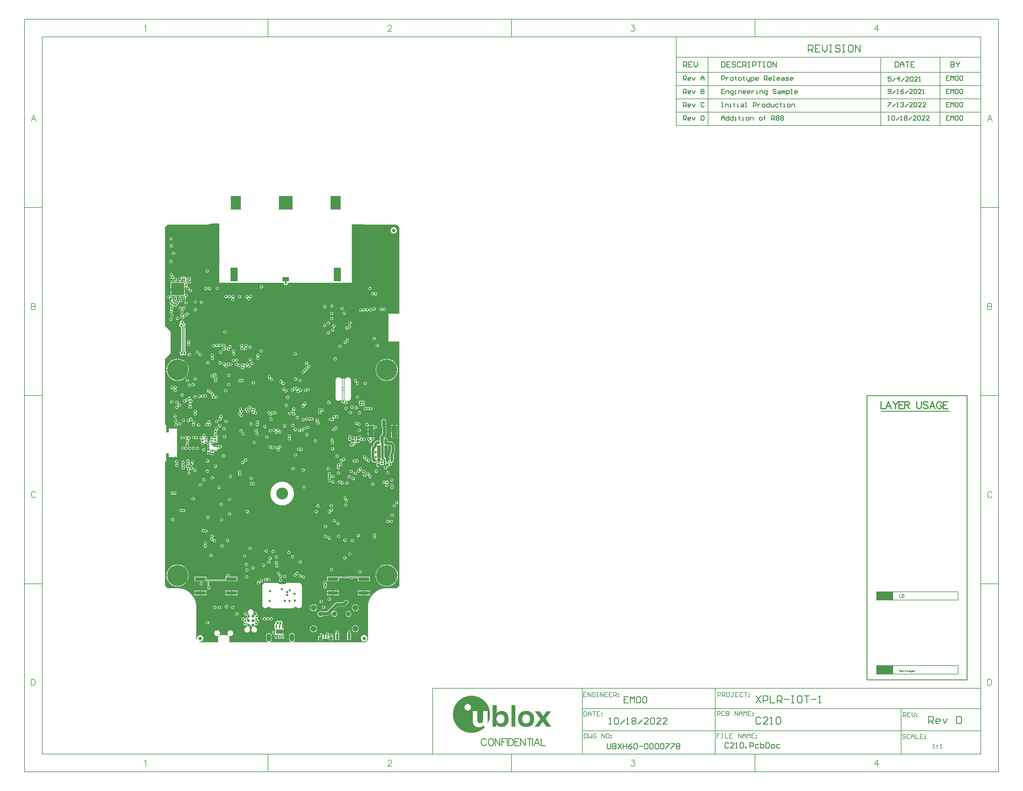
<source format=gbl>
G04*
G04 #@! TF.GenerationSoftware,Altium Limited,Altium Designer,23.0.1 (38)*
G04*
G04 Layer_Physical_Order=6*
G04 Layer_Color=16711680*
%FSLAX44Y44*%
%MOMM*%
G71*
G04*
G04 #@! TF.SameCoordinates,B12E620B-8F76-40C0-9090-1E76C6094A63*
G04*
G04*
G04 #@! TF.FilePolarity,Positive*
G04*
G01*
G75*
%ADD10C,0.1524*%
%ADD11C,0.1270*%
%ADD14C,0.2540*%
%ADD16C,0.2000*%
%ADD18C,0.1500*%
%ADD19C,0.3000*%
%ADD20C,0.2032*%
%ADD25R,4.8260X2.4130*%
%ADD26C,0.2997*%
%ADD27C,0.1778*%
%ADD32R,0.5500X0.5200*%
%ADD56R,0.7500X0.9000*%
%ADD72R,0.9000X0.7500*%
%ADD74R,0.3000X0.3000*%
%ADD107R,0.8500X0.6500*%
%ADD218C,1.0000*%
%ADD220C,0.4000*%
%ADD224C,0.8000*%
%ADD244C,0.3810*%
%ADD245C,0.3048*%
%ADD246C,0.5080*%
%ADD247C,0.7620*%
%ADD248C,0.8890*%
%ADD249C,0.6350*%
%ADD250C,0.2590*%
%ADD254O,1.3000X2.3000*%
%ADD255C,1.7000*%
%ADD256C,1.4000*%
%ADD257C,3.4000*%
%ADD258C,0.6350*%
%ADD259R,4.0000X4.0000*%
%ADD260R,3.0000X4.0000*%
%ADD261R,2.0000X4.0000*%
%ADD262R,1.8500X1.3000*%
%ADD263R,3.1000X1.0000*%
%ADD264R,1.0000X3.5000*%
%ADD265R,1.5000X3.4000*%
%ADD266R,0.5000X0.6500*%
%ADD267R,3.7000X3.6000*%
G04:AMPARAMS|DCode=268|XSize=0.3mm|YSize=0.65mm|CornerRadius=0.015mm|HoleSize=0mm|Usage=FLASHONLY|Rotation=90.000|XOffset=0mm|YOffset=0mm|HoleType=Round|Shape=RoundedRectangle|*
%AMROUNDEDRECTD268*
21,1,0.3000,0.6200,0,0,90.0*
21,1,0.2700,0.6500,0,0,90.0*
1,1,0.0300,0.3100,0.1350*
1,1,0.0300,0.3100,-0.1350*
1,1,0.0300,-0.3100,-0.1350*
1,1,0.0300,-0.3100,0.1350*
%
%ADD268ROUNDEDRECTD268*%
%ADD269R,1.0000X0.9000*%
%ADD270R,0.4500X0.8000*%
%ADD271R,0.8000X1.7000*%
%ADD272R,0.4000X0.7500*%
%ADD273R,2.0000X1.3000*%
%ADD274C,6.0000*%
G36*
X160000Y1204931D02*
Y1034500D01*
X344439D01*
Y1032613D01*
X345309Y1030513D01*
X346917Y1028905D01*
X349018Y1028035D01*
X351291D01*
X353392Y1028905D01*
X354999Y1030513D01*
X355869Y1032613D01*
Y1034500D01*
X540000D01*
Y1201404D01*
X540901Y1202300D01*
X571599Y1202126D01*
X576257Y1201513D01*
X576436Y1201524D01*
X576611Y1201483D01*
X579881Y1201376D01*
X579941Y1201386D01*
X580000Y1201375D01*
X668498D01*
X676001Y1193872D01*
X676000Y970518D01*
X676000Y946262D01*
X645122Y946250D01*
X644750D01*
Y911503D01*
X644621Y866232D01*
X661224Y866250D01*
X675750D01*
X676001Y865084D01*
Y856115D01*
Y845423D01*
Y826835D01*
Y818116D01*
Y805876D01*
Y797512D01*
X676001Y783116D01*
Y773766D01*
Y762071D01*
Y756994D01*
Y745346D01*
Y736055D01*
Y723981D01*
Y711268D01*
Y700196D01*
Y687768D01*
Y675354D01*
Y662817D01*
X676001Y652027D01*
Y639633D01*
Y627024D01*
Y614462D01*
Y601803D01*
Y589286D01*
Y576634D01*
Y563962D01*
Y551412D01*
Y538712D01*
Y527114D01*
Y514469D01*
X676001Y501981D01*
Y489594D01*
Y477179D01*
Y464555D01*
Y451906D01*
Y436610D01*
Y432216D01*
Y421018D01*
Y408942D01*
Y396768D01*
Y384309D01*
X676001Y372195D01*
Y359689D01*
Y353134D01*
Y340128D01*
Y323683D01*
Y312845D01*
Y300382D01*
Y287900D01*
Y277268D01*
Y261248D01*
Y252338D01*
Y240228D01*
X676001Y229010D01*
Y216402D01*
Y203232D01*
Y191982D01*
Y179523D01*
Y167382D01*
X676001Y167382D01*
X676001Y167382D01*
X675835Y166154D01*
X675794Y165922D01*
X668498Y158625D01*
X640000Y158625D01*
X639941Y158614D01*
X639881Y158624D01*
X636611Y158517D01*
X636436Y158476D01*
X636257Y158487D01*
X629772Y157634D01*
X629546Y157557D01*
X629307Y157541D01*
X622990Y155849D01*
X622775Y155743D01*
X622541Y155696D01*
X616498Y153193D01*
X616299Y153060D01*
X616073Y152983D01*
X610409Y149713D01*
X610229Y149556D01*
X610014Y149450D01*
X604826Y145468D01*
X604668Y145288D01*
X604469Y145156D01*
X599844Y140531D01*
X599711Y140332D01*
X599532Y140174D01*
X595550Y134986D01*
X595444Y134771D01*
X595287Y134591D01*
X592016Y128927D01*
X591940Y128701D01*
X591807Y128502D01*
X589304Y122459D01*
X589257Y122225D01*
X589151Y122010D01*
X587459Y115693D01*
X587443Y115454D01*
X587366Y115228D01*
X586512Y108743D01*
X586524Y108564D01*
X586483Y108389D01*
X586376Y105119D01*
X586386Y105059D01*
X586374Y105000D01*
Y11502D01*
X578872Y4000D01*
X371807Y4000D01*
X371554Y5270D01*
X371918Y5421D01*
X373542Y6666D01*
X374787Y8289D01*
X375570Y10179D01*
X375837Y12208D01*
Y22208D01*
X375570Y24236D01*
X374787Y26126D01*
X373542Y27749D01*
X371918Y28995D01*
X370028Y29778D01*
X368000Y30045D01*
X365972Y29778D01*
X364081Y28995D01*
X362458Y27749D01*
X361213Y26126D01*
X360430Y24236D01*
X360163Y22208D01*
Y12208D01*
X360430Y10179D01*
X361213Y8289D01*
X362458Y6666D01*
X364081Y5421D01*
X364445Y5270D01*
X364193Y4000D01*
X305819Y4000D01*
X305567Y5270D01*
X305919Y5416D01*
X307542Y6661D01*
X308787Y8284D01*
X309570Y10174D01*
X309837Y12203D01*
Y22203D01*
X309570Y24231D01*
X308787Y26121D01*
X307542Y27744D01*
X305919Y28990D01*
X304028Y29773D01*
X302000Y30040D01*
X299972Y29773D01*
X298081Y28990D01*
X296458Y27744D01*
X295213Y26121D01*
X294430Y24231D01*
X294163Y22203D01*
Y12203D01*
X294430Y10174D01*
X295213Y8284D01*
X296458Y6661D01*
X298081Y5416D01*
X298433Y5270D01*
X298181Y4000D01*
X188626Y4000D01*
Y17500D01*
X188590Y17677D01*
X188608Y17855D01*
X188560Y18343D01*
X188405Y18853D01*
X188302Y19375D01*
X187928Y20276D01*
X187142Y21453D01*
X187041Y21553D01*
X187821Y22570D01*
X188424Y22222D01*
X190484Y21670D01*
X192616D01*
X194676Y22222D01*
X196523Y23288D01*
X198032Y24797D01*
X199098Y26644D01*
X199650Y28704D01*
Y30836D01*
X199098Y32896D01*
X198032Y34743D01*
X196523Y36252D01*
X194676Y37318D01*
X192616Y37870D01*
X190484D01*
X188424Y37318D01*
X186576Y36252D01*
X185068Y34743D01*
X184002Y32896D01*
X183450Y30836D01*
Y28704D01*
X184002Y26644D01*
X185068Y24797D01*
X185856Y24009D01*
X185276Y22928D01*
X184375Y23301D01*
X183853Y23405D01*
X183343Y23560D01*
X182855Y23608D01*
X182677Y23590D01*
X182500Y23626D01*
X162500D01*
X162323Y23590D01*
X162144Y23608D01*
X161657Y23560D01*
X161147Y23405D01*
X160625Y23301D01*
X159724Y22928D01*
X159144Y24009D01*
X159932Y24797D01*
X160998Y26644D01*
X161550Y28704D01*
Y30836D01*
X160998Y32896D01*
X159932Y34743D01*
X158424Y36252D01*
X156576Y37318D01*
X154516Y37870D01*
X152384D01*
X150323Y37318D01*
X148476Y36252D01*
X146968Y34743D01*
X145902Y32896D01*
X145350Y30836D01*
Y28704D01*
X145902Y26644D01*
X146968Y24797D01*
X148476Y23288D01*
X150323Y22222D01*
X152384Y21670D01*
X154516D01*
X156576Y22222D01*
X157179Y22570D01*
X157959Y21553D01*
X157858Y21453D01*
X157072Y20276D01*
X156698Y19375D01*
X156594Y18853D01*
X156440Y18343D01*
X156392Y17855D01*
X156410Y17676D01*
X156374Y17500D01*
Y4000D01*
X150214Y4000D01*
X103627Y4000D01*
X102408Y5219D01*
X103065Y6359D01*
X105000Y6104D01*
X107303Y6407D01*
X109448Y7296D01*
X111291Y8709D01*
X112704Y10552D01*
X113593Y12697D01*
X113896Y15000D01*
X113593Y17303D01*
X112704Y19448D01*
X111291Y21291D01*
X109448Y22704D01*
X107303Y23593D01*
X105000Y23896D01*
X102697Y23593D01*
X100552Y22704D01*
X98709Y21291D01*
X97296Y19448D01*
X96407Y17303D01*
X96104Y15000D01*
X96359Y13065D01*
X95219Y12408D01*
X93625Y14002D01*
X93625Y105000D01*
X93614Y105059D01*
X93624Y105119D01*
X93517Y108389D01*
X93476Y108564D01*
X93487Y108743D01*
X92634Y115228D01*
X92557Y115454D01*
X92541Y115693D01*
X90849Y122010D01*
X90743Y122225D01*
X90696Y122459D01*
X88193Y128502D01*
X88060Y128701D01*
X87983Y128927D01*
X84713Y134591D01*
X84556Y134771D01*
X84450Y134986D01*
X80468Y140174D01*
X80288Y140332D01*
X80156Y140531D01*
X75531Y145156D01*
X75332Y145288D01*
X75174Y145468D01*
X69986Y149450D01*
X69771Y149556D01*
X69591Y149713D01*
X63927Y152983D01*
X63701Y153060D01*
X63502Y153193D01*
X57459Y155696D01*
X57225Y155743D01*
X57010Y155849D01*
X50693Y157541D01*
X50454Y157557D01*
X50228Y157634D01*
X43743Y158488D01*
X43564Y158476D01*
X43389Y158517D01*
X40119Y158624D01*
X40059Y158614D01*
X40000Y158626D01*
X11502Y158625D01*
X4000Y166127D01*
Y522250D01*
X7001Y522250D01*
X7001Y545500D01*
X15000Y545500D01*
X15000Y534500D01*
X39000Y534500D01*
X39000Y616500D01*
X15000Y616500D01*
Y605514D01*
X7903Y605488D01*
X7003Y606384D01*
X7005Y627750D01*
X4898Y627750D01*
X4000Y628648D01*
Y816373D01*
X18563Y830936D01*
X18564Y830936D01*
X19349Y832113D01*
X19626Y833500D01*
X19626Y833500D01*
Y894000D01*
X19626Y894000D01*
X19349Y895387D01*
X18564Y896564D01*
X4000Y911127D01*
Y1193873D01*
X11501Y1201375D01*
X119999Y1201375D01*
X120058Y1201386D01*
X120118Y1201377D01*
X123388Y1201484D01*
X123563Y1201525D01*
X123743Y1201513D01*
X130227Y1202366D01*
X130454Y1202443D01*
X130692Y1202459D01*
X137010Y1204152D01*
X137224Y1204258D01*
X137459Y1204304D01*
X139318Y1205074D01*
X160000Y1204931D01*
D02*
G37*
G36*
X1111121Y-194961D02*
X1110667D01*
Y-195414D01*
Y-195868D01*
X1110214D01*
Y-196322D01*
X1109760D01*
Y-196775D01*
X1109307D01*
Y-197229D01*
Y-197682D01*
X1108853D01*
Y-198136D01*
X1108400D01*
Y-198589D01*
Y-199043D01*
X1107946D01*
Y-199496D01*
X1107492D01*
Y-199950D01*
X1107039D01*
Y-200404D01*
Y-200857D01*
X1106585D01*
Y-201311D01*
X1106132D01*
Y-201764D01*
X1105678D01*
Y-202218D01*
Y-202671D01*
X1105225D01*
Y-203125D01*
X1104771D01*
Y-203578D01*
X1104317D01*
Y-204032D01*
Y-204486D01*
X1103864D01*
Y-204939D01*
X1103410D01*
Y-205393D01*
Y-205846D01*
X1102957D01*
Y-206300D01*
X1102503D01*
Y-206753D01*
X1102050D01*
Y-207207D01*
Y-207661D01*
X1101596D01*
Y-208114D01*
X1101143D01*
Y-208568D01*
X1100689D01*
Y-209021D01*
Y-209475D01*
X1100236D01*
Y-209928D01*
X1099782D01*
Y-210382D01*
Y-210835D01*
X1099328D01*
Y-211289D01*
X1098875D01*
Y-211742D01*
X1098421D01*
Y-212196D01*
Y-212650D01*
X1097968D01*
Y-213103D01*
X1097514D01*
Y-213557D01*
X1097061D01*
Y-214010D01*
Y-214464D01*
X1096607D01*
Y-214917D01*
X1096153D01*
Y-215371D01*
X1095700D01*
Y-215825D01*
Y-216278D01*
Y-216732D01*
X1096153D01*
Y-217185D01*
Y-217639D01*
X1096607D01*
Y-218092D01*
X1097061D01*
Y-218546D01*
X1097514D01*
Y-218999D01*
Y-219453D01*
X1097968D01*
Y-219907D01*
X1098421D01*
Y-220360D01*
X1098875D01*
Y-220814D01*
Y-221267D01*
X1099328D01*
Y-221721D01*
X1099782D01*
Y-222174D01*
Y-222628D01*
X1100236D01*
Y-223081D01*
X1100689D01*
Y-223535D01*
X1101143D01*
Y-223988D01*
Y-224442D01*
X1101596D01*
Y-224896D01*
X1102050D01*
Y-225349D01*
X1102503D01*
Y-225803D01*
Y-226256D01*
X1102957D01*
Y-226710D01*
X1103410D01*
Y-227163D01*
X1103864D01*
Y-227617D01*
Y-228071D01*
X1104317D01*
Y-228524D01*
X1104771D01*
Y-228978D01*
X1105225D01*
Y-229431D01*
Y-229885D01*
X1105678D01*
Y-230338D01*
X1106132D01*
Y-230792D01*
X1106585D01*
Y-231245D01*
Y-231699D01*
X1107039D01*
Y-232153D01*
X1107492D01*
Y-232606D01*
X1107946D01*
Y-233060D01*
Y-233513D01*
X1108400D01*
Y-233967D01*
X1108853D01*
Y-234420D01*
Y-234874D01*
X1109307D01*
Y-235327D01*
X1109760D01*
Y-235781D01*
X1110214D01*
Y-236234D01*
Y-236688D01*
X1110667D01*
Y-237142D01*
X1111121D01*
Y-237595D01*
X1111574D01*
Y-238049D01*
X1112028D01*
Y-238502D01*
X1097514D01*
Y-238049D01*
Y-237595D01*
X1097061D01*
Y-237142D01*
X1096607D01*
Y-236688D01*
X1096153D01*
Y-236234D01*
Y-235781D01*
X1095700D01*
Y-235327D01*
X1095246D01*
Y-234874D01*
X1094793D01*
Y-234420D01*
Y-233967D01*
X1094339D01*
Y-233513D01*
X1093886D01*
Y-233060D01*
Y-232606D01*
X1093432D01*
Y-232153D01*
X1092979D01*
Y-231699D01*
X1092525D01*
Y-231245D01*
Y-230792D01*
X1092072D01*
Y-230338D01*
X1091618D01*
Y-229885D01*
X1091164D01*
Y-229431D01*
Y-228978D01*
X1090711D01*
Y-228524D01*
X1090257D01*
Y-228071D01*
Y-227617D01*
X1089804D01*
Y-227163D01*
X1089350D01*
Y-226710D01*
X1088897D01*
Y-226256D01*
Y-225803D01*
X1088443D01*
Y-225349D01*
X1087990D01*
Y-224896D01*
X1087536D01*
Y-224442D01*
X1087082D01*
Y-224896D01*
Y-225349D01*
X1086629D01*
Y-225803D01*
X1086175D01*
Y-226256D01*
X1085722D01*
Y-226710D01*
Y-227163D01*
X1085268D01*
Y-227617D01*
X1084815D01*
Y-228071D01*
Y-228524D01*
X1084361D01*
Y-228978D01*
X1083907D01*
Y-229431D01*
X1083454D01*
Y-229885D01*
Y-230338D01*
X1083000D01*
Y-230792D01*
X1082547D01*
Y-231245D01*
Y-231699D01*
X1082093D01*
Y-232153D01*
X1081640D01*
Y-232606D01*
X1081186D01*
Y-233060D01*
Y-233513D01*
X1080733D01*
Y-233967D01*
X1080279D01*
Y-234420D01*
Y-234874D01*
X1079826D01*
Y-235327D01*
X1079372D01*
Y-235781D01*
X1078918D01*
Y-236234D01*
Y-236688D01*
X1078465D01*
Y-237142D01*
X1078011D01*
Y-237595D01*
Y-238049D01*
X1077558D01*
Y-238502D01*
X1064405D01*
Y-238049D01*
X1064858D01*
Y-237595D01*
X1065312D01*
Y-237142D01*
Y-236688D01*
X1065765D01*
Y-236234D01*
X1066219D01*
Y-235781D01*
X1066672D01*
Y-235327D01*
Y-234874D01*
X1067126D01*
Y-234420D01*
X1067579D01*
Y-233967D01*
Y-233513D01*
X1068033D01*
Y-233060D01*
X1068487D01*
Y-232606D01*
X1068940D01*
Y-232153D01*
X1069394D01*
Y-231699D01*
Y-231245D01*
X1069847D01*
Y-230792D01*
X1070301D01*
Y-230338D01*
Y-229885D01*
X1070754D01*
Y-229431D01*
X1071208D01*
Y-228978D01*
X1071662D01*
Y-228524D01*
Y-228071D01*
X1072115D01*
Y-227617D01*
X1072569D01*
Y-227163D01*
X1073022D01*
Y-226710D01*
Y-226256D01*
X1073476D01*
Y-225803D01*
X1073929D01*
Y-225349D01*
X1074383D01*
Y-224896D01*
Y-224442D01*
X1074836D01*
Y-223988D01*
X1075290D01*
Y-223535D01*
X1075743D01*
Y-223081D01*
Y-222628D01*
X1076197D01*
Y-222174D01*
X1076651D01*
Y-221721D01*
X1077104D01*
Y-221267D01*
Y-220814D01*
X1077558D01*
Y-220360D01*
X1078011D01*
Y-219907D01*
X1078465D01*
Y-219453D01*
Y-218999D01*
X1078918D01*
Y-218546D01*
X1079372D01*
Y-218092D01*
Y-217639D01*
X1079826D01*
Y-217185D01*
X1080279D01*
Y-216732D01*
X1080733D01*
Y-216278D01*
Y-215825D01*
X1080279D01*
Y-215371D01*
X1079826D01*
Y-214917D01*
X1079372D01*
Y-214464D01*
Y-214010D01*
X1078918D01*
Y-213557D01*
X1078465D01*
Y-213103D01*
X1078011D01*
Y-212650D01*
Y-212196D01*
X1077558D01*
Y-211742D01*
X1077104D01*
Y-211289D01*
Y-210835D01*
X1076651D01*
Y-210382D01*
X1076197D01*
Y-209928D01*
X1075743D01*
Y-209475D01*
Y-209021D01*
X1075290D01*
Y-208568D01*
X1074836D01*
Y-208114D01*
X1074383D01*
Y-207661D01*
Y-207207D01*
X1073929D01*
Y-206753D01*
X1073476D01*
Y-206300D01*
Y-205846D01*
X1073022D01*
Y-205393D01*
X1072569D01*
Y-204939D01*
X1072115D01*
Y-204486D01*
Y-204032D01*
X1071662D01*
Y-203578D01*
X1071208D01*
Y-203125D01*
X1070754D01*
Y-202671D01*
Y-202218D01*
X1070301D01*
Y-201764D01*
X1069847D01*
Y-201311D01*
Y-200857D01*
X1069394D01*
Y-200404D01*
X1068940D01*
Y-199950D01*
X1068487D01*
Y-199496D01*
Y-199043D01*
X1068033D01*
Y-198589D01*
X1067579D01*
Y-198136D01*
X1067126D01*
Y-197682D01*
Y-197229D01*
X1066672D01*
Y-196775D01*
X1066219D01*
Y-196322D01*
Y-195868D01*
X1065765D01*
Y-195414D01*
X1065312D01*
Y-194961D01*
X1064858D01*
Y-194507D01*
X1078918D01*
Y-194961D01*
X1079372D01*
Y-195414D01*
X1079826D01*
Y-195868D01*
Y-196322D01*
X1080279D01*
Y-196775D01*
X1080733D01*
Y-197229D01*
X1081186D01*
Y-197682D01*
Y-198136D01*
X1081640D01*
Y-198589D01*
X1082093D01*
Y-199043D01*
Y-199496D01*
X1082547D01*
Y-199950D01*
X1083000D01*
Y-200404D01*
Y-200857D01*
X1083454D01*
Y-201311D01*
X1083907D01*
Y-201764D01*
X1084361D01*
Y-202218D01*
Y-202671D01*
X1084815D01*
Y-203125D01*
X1085268D01*
Y-203578D01*
Y-204032D01*
X1085722D01*
Y-204486D01*
X1086175D01*
Y-204939D01*
X1086629D01*
Y-205393D01*
Y-205846D01*
X1087082D01*
Y-206300D01*
X1087536D01*
Y-206753D01*
Y-207207D01*
X1087990D01*
Y-207661D01*
X1088443D01*
Y-208114D01*
X1088897D01*
Y-207661D01*
X1089350D01*
Y-207207D01*
Y-206753D01*
X1089804D01*
Y-206300D01*
X1090257D01*
Y-205846D01*
X1090711D01*
Y-205393D01*
Y-204939D01*
X1091164D01*
Y-204486D01*
X1091618D01*
Y-204032D01*
Y-203578D01*
X1092072D01*
Y-203125D01*
X1092525D01*
Y-202671D01*
X1092979D01*
Y-202218D01*
Y-201764D01*
X1093432D01*
Y-201311D01*
X1093886D01*
Y-200857D01*
Y-200404D01*
X1094339D01*
Y-199950D01*
X1094793D01*
Y-199496D01*
X1095246D01*
Y-199043D01*
Y-198589D01*
X1095700D01*
Y-198136D01*
X1096153D01*
Y-197682D01*
Y-197229D01*
X1096607D01*
Y-196775D01*
X1097061D01*
Y-196322D01*
X1097514D01*
Y-195868D01*
Y-195414D01*
X1097968D01*
Y-194961D01*
X1098421D01*
Y-194507D01*
X1111121D01*
Y-194961D01*
D02*
G37*
G36*
X885250Y-150059D02*
X889786D01*
Y-150512D01*
X892507D01*
Y-150966D01*
X894775D01*
Y-151419D01*
X896589D01*
Y-151873D01*
X898403D01*
Y-152327D01*
X899764D01*
Y-152780D01*
X901124D01*
Y-153234D01*
X902485D01*
Y-153687D01*
X903392D01*
Y-154141D01*
X904753D01*
Y-154594D01*
X905660D01*
Y-155048D01*
X906567D01*
Y-155501D01*
X907474D01*
Y-155955D01*
X908381D01*
Y-156409D01*
X909288D01*
Y-156862D01*
X909742D01*
Y-157316D01*
X910649D01*
Y-157769D01*
X911556D01*
Y-158223D01*
X912010D01*
Y-158676D01*
X912917D01*
Y-159130D01*
X913371D01*
Y-159584D01*
X914278D01*
Y-160037D01*
X914731D01*
Y-160491D01*
X915185D01*
Y-160944D01*
X916092D01*
Y-161398D01*
X916545D01*
Y-161851D01*
X916999D01*
Y-162305D01*
X917452D01*
Y-162758D01*
X918360D01*
Y-163212D01*
X918813D01*
Y-163666D01*
X919267D01*
Y-164119D01*
X919720D01*
Y-164573D01*
X920174D01*
Y-165026D01*
X920627D01*
Y-165480D01*
X921081D01*
Y-165933D01*
X921535D01*
Y-166387D01*
X921988D01*
Y-166840D01*
X922442D01*
Y-167294D01*
X922895D01*
Y-167747D01*
X923349D01*
Y-168201D01*
Y-168655D01*
X923802D01*
Y-169108D01*
X924256D01*
Y-169562D01*
X924709D01*
Y-170015D01*
X925163D01*
Y-170469D01*
Y-170922D01*
X925617D01*
Y-171376D01*
X926070D01*
Y-171830D01*
X926524D01*
Y-172283D01*
Y-172737D01*
X926977D01*
Y-173190D01*
X927431D01*
Y-173644D01*
Y-174097D01*
X927884D01*
Y-174551D01*
X928338D01*
Y-175004D01*
Y-175458D01*
X928791D01*
Y-175912D01*
X929245D01*
Y-176365D01*
Y-176819D01*
X929698D01*
Y-177272D01*
Y-177726D01*
X930152D01*
Y-178179D01*
Y-178633D01*
X930606D01*
Y-179086D01*
Y-179540D01*
X931059D01*
Y-179993D01*
Y-180447D01*
X931513D01*
Y-180901D01*
Y-181354D01*
X931966D01*
Y-181808D01*
Y-182261D01*
X932420D01*
Y-182715D01*
Y-183168D01*
Y-183622D01*
X932873D01*
Y-184076D01*
Y-184529D01*
X933327D01*
Y-184983D01*
Y-185436D01*
Y-185890D01*
X933781D01*
Y-186343D01*
Y-186797D01*
Y-187250D01*
X934234D01*
Y-187704D01*
Y-188158D01*
Y-188611D01*
Y-189065D01*
X934688D01*
Y-189518D01*
Y-189972D01*
Y-190425D01*
Y-190879D01*
X935141D01*
Y-191332D01*
Y-191786D01*
Y-192240D01*
Y-192693D01*
X935595D01*
Y-193147D01*
Y-193600D01*
Y-194054D01*
Y-194507D01*
Y-194961D01*
Y-195414D01*
Y-195868D01*
X936048D01*
Y-196322D01*
Y-196775D01*
Y-197229D01*
Y-197682D01*
Y-198136D01*
Y-198589D01*
Y-199043D01*
Y-199496D01*
Y-199950D01*
Y-200404D01*
Y-200857D01*
X936502D01*
Y-201311D01*
Y-201764D01*
Y-202218D01*
Y-202671D01*
Y-203125D01*
Y-203578D01*
Y-204032D01*
Y-204486D01*
Y-204939D01*
Y-205393D01*
X936048D01*
Y-205846D01*
Y-206300D01*
Y-206753D01*
Y-207207D01*
Y-207661D01*
Y-208114D01*
Y-208568D01*
Y-209021D01*
Y-209475D01*
Y-209928D01*
Y-210382D01*
X935595D01*
Y-210835D01*
Y-211289D01*
Y-211742D01*
Y-212196D01*
Y-212650D01*
Y-213103D01*
X935141D01*
Y-213557D01*
Y-214010D01*
Y-214464D01*
Y-214917D01*
Y-215371D01*
X934688D01*
Y-215825D01*
Y-216278D01*
Y-216732D01*
Y-217185D01*
X934234D01*
Y-217639D01*
Y-218092D01*
Y-218546D01*
Y-218999D01*
X933781D01*
Y-219453D01*
Y-219907D01*
Y-220360D01*
X933327D01*
Y-220814D01*
Y-221267D01*
X932873D01*
Y-221721D01*
Y-222174D01*
Y-222628D01*
X932420D01*
Y-223081D01*
Y-223535D01*
X931966D01*
Y-223988D01*
Y-224442D01*
Y-224896D01*
X931513D01*
Y-225349D01*
Y-225803D01*
X931059D01*
Y-226256D01*
Y-226710D01*
X930606D01*
Y-227163D01*
Y-227617D01*
X930152D01*
Y-228071D01*
Y-228524D01*
X929698D01*
Y-228071D01*
Y-227617D01*
Y-227163D01*
Y-226710D01*
Y-226256D01*
Y-225803D01*
Y-225349D01*
Y-224896D01*
Y-224442D01*
Y-223988D01*
Y-223535D01*
Y-223081D01*
Y-222628D01*
Y-222174D01*
Y-221721D01*
Y-221267D01*
Y-220814D01*
Y-220360D01*
Y-219907D01*
Y-219453D01*
Y-218999D01*
Y-218546D01*
Y-218092D01*
Y-217639D01*
Y-217185D01*
Y-216732D01*
Y-216278D01*
Y-215825D01*
Y-215371D01*
Y-214917D01*
Y-214464D01*
Y-214010D01*
Y-213557D01*
Y-213103D01*
Y-212650D01*
Y-212196D01*
Y-211742D01*
Y-211289D01*
Y-210835D01*
Y-210382D01*
Y-209928D01*
Y-209475D01*
Y-209021D01*
Y-208568D01*
Y-208114D01*
Y-207661D01*
Y-207207D01*
Y-206753D01*
Y-206300D01*
Y-205846D01*
Y-205393D01*
Y-204939D01*
Y-204486D01*
Y-204032D01*
Y-203578D01*
Y-203125D01*
Y-202671D01*
Y-202218D01*
Y-201764D01*
Y-201311D01*
Y-200857D01*
Y-200404D01*
Y-199950D01*
Y-199496D01*
Y-199043D01*
Y-198589D01*
Y-198136D01*
Y-197682D01*
Y-197229D01*
Y-196775D01*
Y-196322D01*
Y-195868D01*
Y-195414D01*
Y-194961D01*
Y-194507D01*
Y-194054D01*
X916999D01*
Y-194507D01*
Y-194961D01*
Y-195414D01*
Y-195868D01*
Y-196322D01*
Y-196775D01*
Y-197229D01*
Y-197682D01*
Y-198136D01*
Y-198589D01*
Y-199043D01*
Y-199496D01*
Y-199950D01*
Y-200404D01*
Y-200857D01*
Y-201311D01*
Y-201764D01*
Y-202218D01*
Y-202671D01*
Y-203125D01*
Y-203578D01*
Y-204032D01*
Y-204486D01*
Y-204939D01*
Y-205393D01*
Y-205846D01*
Y-206300D01*
Y-206753D01*
Y-207207D01*
Y-207661D01*
Y-208114D01*
Y-208568D01*
Y-209021D01*
Y-209475D01*
Y-209928D01*
Y-210382D01*
Y-210835D01*
Y-211289D01*
Y-211742D01*
Y-212196D01*
Y-212650D01*
Y-213103D01*
Y-213557D01*
Y-214010D01*
Y-214464D01*
Y-214917D01*
Y-215371D01*
Y-215825D01*
Y-216278D01*
Y-216732D01*
Y-217185D01*
Y-217639D01*
Y-218092D01*
Y-218546D01*
Y-218999D01*
Y-219453D01*
Y-219907D01*
Y-220360D01*
Y-220814D01*
Y-221267D01*
Y-221721D01*
X916545D01*
Y-222174D01*
Y-222628D01*
Y-223081D01*
Y-223535D01*
X916092D01*
Y-223988D01*
Y-224442D01*
X915638D01*
Y-224896D01*
Y-225349D01*
X915185D01*
Y-225803D01*
X914731D01*
Y-226256D01*
X914278D01*
Y-226710D01*
X913824D01*
Y-227163D01*
X913371D01*
Y-227617D01*
X912463D01*
Y-228071D01*
X911103D01*
Y-228524D01*
X904753D01*
Y-228071D01*
X903392D01*
Y-227617D01*
X902485D01*
Y-227163D01*
X902032D01*
Y-226710D01*
X901578D01*
Y-226256D01*
X901124D01*
Y-225803D01*
Y-225349D01*
X900671D01*
Y-224896D01*
Y-224442D01*
X900217D01*
Y-223988D01*
Y-223535D01*
Y-223081D01*
Y-222628D01*
X899764D01*
Y-222174D01*
Y-221721D01*
Y-221267D01*
Y-220814D01*
Y-220360D01*
Y-219907D01*
Y-219453D01*
Y-218999D01*
Y-218546D01*
Y-218092D01*
Y-217639D01*
Y-217185D01*
Y-216732D01*
Y-216278D01*
Y-215825D01*
Y-215371D01*
Y-214917D01*
Y-214464D01*
Y-214010D01*
Y-213557D01*
Y-213103D01*
Y-212650D01*
Y-212196D01*
Y-211742D01*
Y-211289D01*
Y-210835D01*
Y-210382D01*
Y-209928D01*
Y-209475D01*
Y-209021D01*
Y-208568D01*
Y-208114D01*
Y-207661D01*
Y-207207D01*
Y-206753D01*
Y-206300D01*
Y-205846D01*
Y-205393D01*
Y-204939D01*
Y-204486D01*
Y-204032D01*
Y-203578D01*
Y-203125D01*
Y-202671D01*
Y-202218D01*
Y-201764D01*
Y-201311D01*
Y-200857D01*
Y-200404D01*
Y-199950D01*
Y-199496D01*
Y-199043D01*
Y-198589D01*
Y-198136D01*
Y-197682D01*
Y-197229D01*
Y-196775D01*
Y-196322D01*
Y-195868D01*
Y-195414D01*
Y-194961D01*
Y-194507D01*
Y-194054D01*
X887064D01*
Y-194507D01*
Y-194961D01*
Y-195414D01*
Y-195868D01*
Y-196322D01*
Y-196775D01*
Y-197229D01*
Y-197682D01*
Y-198136D01*
Y-198589D01*
Y-199043D01*
Y-199496D01*
Y-199950D01*
Y-200404D01*
Y-200857D01*
Y-201311D01*
Y-201764D01*
Y-202218D01*
Y-202671D01*
Y-203125D01*
Y-203578D01*
Y-204032D01*
Y-204486D01*
Y-204939D01*
Y-205393D01*
Y-205846D01*
Y-206300D01*
Y-206753D01*
Y-207207D01*
Y-207661D01*
Y-208114D01*
Y-208568D01*
Y-209021D01*
Y-209475D01*
Y-209928D01*
Y-210382D01*
Y-210835D01*
Y-211289D01*
Y-211742D01*
Y-212196D01*
Y-212650D01*
Y-213103D01*
Y-213557D01*
Y-214010D01*
Y-214464D01*
Y-214917D01*
Y-215371D01*
Y-215825D01*
Y-216278D01*
Y-216732D01*
Y-217185D01*
Y-217639D01*
Y-218092D01*
Y-218546D01*
Y-218999D01*
Y-219453D01*
Y-219907D01*
Y-220360D01*
Y-220814D01*
Y-221267D01*
Y-221721D01*
Y-222174D01*
Y-222628D01*
Y-223081D01*
Y-223535D01*
Y-223988D01*
Y-224442D01*
Y-224896D01*
Y-225349D01*
Y-225803D01*
Y-226256D01*
Y-226710D01*
Y-227163D01*
X887518D01*
Y-227617D01*
Y-228071D01*
Y-228524D01*
Y-228978D01*
X887971D01*
Y-229431D01*
Y-229885D01*
Y-230338D01*
X888425D01*
Y-230792D01*
Y-231245D01*
Y-231699D01*
X888878D01*
Y-232153D01*
Y-232606D01*
X889332D01*
Y-233060D01*
X889786D01*
Y-233513D01*
Y-233967D01*
X890239D01*
Y-234420D01*
X890693D01*
Y-234874D01*
X891146D01*
Y-235327D01*
X891600D01*
Y-235781D01*
X892053D01*
Y-236234D01*
X892507D01*
Y-236688D01*
X893414D01*
Y-237142D01*
X893868D01*
Y-237595D01*
X894775D01*
Y-238049D01*
X895682D01*
Y-238502D01*
X896589D01*
Y-238956D01*
X897950D01*
Y-239409D01*
X899764D01*
Y-239863D01*
X908835D01*
Y-239409D01*
X910649D01*
Y-238956D01*
X911556D01*
Y-238502D01*
X912917D01*
Y-238049D01*
X913371D01*
Y-237595D01*
X914278D01*
Y-237142D01*
X914731D01*
Y-236688D01*
X915185D01*
Y-236234D01*
X916092D01*
Y-235781D01*
X916545D01*
Y-235327D01*
X916999D01*
Y-234874D01*
Y-234420D01*
X917452D01*
Y-234874D01*
Y-235327D01*
Y-235781D01*
Y-236234D01*
Y-236688D01*
Y-237142D01*
Y-237595D01*
Y-238049D01*
Y-238502D01*
Y-238956D01*
X922442D01*
Y-239409D01*
X921988D01*
Y-239863D01*
X921535D01*
Y-240317D01*
X921081D01*
Y-240770D01*
X920627D01*
Y-241224D01*
X920174D01*
Y-241677D01*
X919720D01*
Y-242131D01*
X919267D01*
Y-242584D01*
X918813D01*
Y-243038D01*
X917906D01*
Y-243491D01*
X917452D01*
Y-243945D01*
X916999D01*
Y-244398D01*
X916545D01*
Y-244852D01*
X915638D01*
Y-245306D01*
X915185D01*
Y-245759D01*
X914731D01*
Y-246213D01*
X913824D01*
Y-246666D01*
X913371D01*
Y-247120D01*
X912463D01*
Y-247573D01*
X912010D01*
Y-248027D01*
X911103D01*
Y-248480D01*
X910649D01*
Y-248934D01*
X909742D01*
Y-249388D01*
X908835D01*
Y-249841D01*
X907928D01*
Y-250295D01*
X907474D01*
Y-250748D01*
X906567D01*
Y-251202D01*
X905206D01*
Y-251655D01*
X904299D01*
Y-252109D01*
X903392D01*
Y-252563D01*
X902032D01*
Y-253016D01*
X901124D01*
Y-253470D01*
X899764D01*
Y-253923D01*
X897950D01*
Y-254377D01*
X896589D01*
Y-254830D01*
X894775D01*
Y-255284D01*
X892053D01*
Y-255737D01*
X888878D01*
Y-256191D01*
X877086D01*
Y-255737D01*
X873911D01*
Y-255284D01*
X871643D01*
Y-254830D01*
X869829D01*
Y-254377D01*
X868015D01*
Y-253923D01*
X866654D01*
Y-253470D01*
X865294D01*
Y-253016D01*
X863933D01*
Y-252563D01*
X863026D01*
Y-252109D01*
X861665D01*
Y-251655D01*
X860758D01*
Y-251202D01*
X859851D01*
Y-250748D01*
X858944D01*
Y-250295D01*
X858037D01*
Y-249841D01*
X857130D01*
Y-249388D01*
X856222D01*
Y-248934D01*
X855769D01*
Y-248480D01*
X854862D01*
Y-248027D01*
X853955D01*
Y-247573D01*
X853501D01*
Y-247120D01*
X852594D01*
Y-246666D01*
X852140D01*
Y-246213D01*
X851687D01*
Y-245759D01*
X850780D01*
Y-245306D01*
X850326D01*
Y-244852D01*
X849873D01*
Y-244398D01*
X848966D01*
Y-243945D01*
X848512D01*
Y-243491D01*
X848058D01*
Y-243038D01*
X847605D01*
Y-242584D01*
X847151D01*
Y-242131D01*
X846698D01*
Y-241677D01*
X846244D01*
Y-241224D01*
X845791D01*
Y-240770D01*
X845337D01*
Y-240317D01*
X844883D01*
Y-239863D01*
X844430D01*
Y-239409D01*
X843976D01*
Y-238956D01*
X843523D01*
Y-238502D01*
X843069D01*
Y-238049D01*
X842616D01*
Y-237595D01*
X842162D01*
Y-237142D01*
X841709D01*
Y-236688D01*
Y-236234D01*
X841255D01*
Y-235781D01*
X840801D01*
Y-235327D01*
X840348D01*
Y-234874D01*
X839894D01*
Y-234420D01*
Y-233967D01*
X839441D01*
Y-233513D01*
X838987D01*
Y-233060D01*
Y-232606D01*
X838534D01*
Y-232153D01*
X838080D01*
Y-231699D01*
Y-231245D01*
X837627D01*
Y-230792D01*
X837173D01*
Y-230338D01*
Y-229885D01*
X836720D01*
Y-229431D01*
Y-228978D01*
X836266D01*
Y-228524D01*
Y-228071D01*
X835812D01*
Y-227617D01*
Y-227163D01*
X835359D01*
Y-226710D01*
Y-226256D01*
X834905D01*
Y-225803D01*
Y-225349D01*
X834452D01*
Y-224896D01*
Y-224442D01*
X833998D01*
Y-223988D01*
Y-223535D01*
X833545D01*
Y-223081D01*
Y-222628D01*
Y-222174D01*
X833091D01*
Y-221721D01*
Y-221267D01*
Y-220814D01*
X832637D01*
Y-220360D01*
Y-219907D01*
X832184D01*
Y-219453D01*
Y-218999D01*
Y-218546D01*
Y-218092D01*
X831730D01*
Y-217639D01*
Y-217185D01*
Y-216732D01*
X831277D01*
Y-216278D01*
Y-215825D01*
Y-215371D01*
Y-214917D01*
X830823D01*
Y-214464D01*
Y-214010D01*
Y-213557D01*
Y-213103D01*
Y-212650D01*
X830370D01*
Y-212196D01*
Y-211742D01*
Y-211289D01*
Y-210835D01*
Y-210382D01*
Y-209928D01*
Y-209475D01*
X829916D01*
Y-209021D01*
Y-208568D01*
Y-208114D01*
Y-207661D01*
Y-207207D01*
Y-206753D01*
Y-206300D01*
Y-205846D01*
Y-205393D01*
Y-204939D01*
X829463D01*
Y-204486D01*
Y-204032D01*
Y-203578D01*
Y-203125D01*
Y-202671D01*
Y-202218D01*
Y-201764D01*
Y-201311D01*
Y-200857D01*
X829916D01*
Y-200404D01*
Y-199950D01*
Y-199496D01*
Y-199043D01*
Y-198589D01*
Y-198136D01*
Y-197682D01*
Y-197229D01*
Y-196775D01*
X830370D01*
Y-196322D01*
Y-195868D01*
Y-195414D01*
Y-194961D01*
Y-194507D01*
Y-194054D01*
Y-193600D01*
X830823D01*
Y-193147D01*
Y-192693D01*
Y-192240D01*
Y-191786D01*
Y-191332D01*
X831277D01*
Y-190879D01*
Y-190425D01*
Y-189972D01*
Y-189518D01*
X831730D01*
Y-189065D01*
Y-188611D01*
Y-188158D01*
Y-187704D01*
X832184D01*
Y-187250D01*
Y-186797D01*
Y-186343D01*
X832637D01*
Y-185890D01*
Y-185436D01*
Y-184983D01*
X833091D01*
Y-184529D01*
Y-184076D01*
X833545D01*
Y-183622D01*
Y-183168D01*
Y-182715D01*
X833998D01*
Y-182261D01*
Y-181808D01*
X834452D01*
Y-181354D01*
Y-180901D01*
Y-180447D01*
X834905D01*
Y-179993D01*
Y-179540D01*
X835359D01*
Y-179086D01*
Y-178633D01*
X835812D01*
Y-178179D01*
Y-177726D01*
X836266D01*
Y-177272D01*
X836720D01*
Y-176819D01*
Y-176365D01*
X837173D01*
Y-175912D01*
Y-175458D01*
X837627D01*
Y-175004D01*
X838080D01*
Y-174551D01*
Y-174097D01*
X838534D01*
Y-173644D01*
X838987D01*
Y-173190D01*
Y-172737D01*
X839441D01*
Y-172283D01*
X839894D01*
Y-171830D01*
Y-171376D01*
X840348D01*
Y-170922D01*
X840801D01*
Y-170469D01*
X841255D01*
Y-170015D01*
Y-169562D01*
X841709D01*
Y-169108D01*
X842162D01*
Y-168655D01*
X842616D01*
Y-168201D01*
X843069D01*
Y-167747D01*
X843523D01*
Y-167294D01*
X843976D01*
Y-166840D01*
X844430D01*
Y-166387D01*
Y-165933D01*
X844883D01*
Y-165480D01*
X845337D01*
Y-165026D01*
X845791D01*
Y-164573D01*
X846698D01*
Y-164119D01*
X847151D01*
Y-163666D01*
X847605D01*
Y-163212D01*
X848058D01*
Y-162758D01*
X848512D01*
Y-162305D01*
X848966D01*
Y-161851D01*
X849419D01*
Y-161398D01*
X850326D01*
Y-160944D01*
X850780D01*
Y-160491D01*
X851233D01*
Y-160037D01*
X852140D01*
Y-159584D01*
X852594D01*
Y-159130D01*
X853501D01*
Y-158676D01*
X853955D01*
Y-158223D01*
X854862D01*
Y-157769D01*
X855315D01*
Y-157316D01*
X856222D01*
Y-156862D01*
X857130D01*
Y-156409D01*
X857583D01*
Y-155955D01*
X858944D01*
Y-155501D01*
X859851D01*
Y-155048D01*
X860758D01*
Y-154594D01*
X861665D01*
Y-154141D01*
X862572D01*
Y-153687D01*
X863933D01*
Y-153234D01*
X864840D01*
Y-152780D01*
X866201D01*
Y-152327D01*
X867561D01*
Y-151873D01*
X869376D01*
Y-151419D01*
X871190D01*
Y-150966D01*
X873457D01*
Y-150512D01*
X876632D01*
Y-150059D01*
X881168D01*
Y-149605D01*
X885250D01*
Y-150059D01*
D02*
G37*
G36*
X1009071Y-177272D02*
Y-177726D01*
Y-178179D01*
Y-178633D01*
Y-179086D01*
Y-179540D01*
Y-179993D01*
Y-180447D01*
Y-180901D01*
Y-181354D01*
Y-181808D01*
Y-182261D01*
Y-182715D01*
Y-183168D01*
Y-183622D01*
Y-184076D01*
Y-184529D01*
Y-184983D01*
Y-185436D01*
Y-185890D01*
Y-186343D01*
Y-186797D01*
Y-187250D01*
Y-187704D01*
Y-188158D01*
Y-188611D01*
Y-189065D01*
Y-189518D01*
Y-189972D01*
Y-190425D01*
Y-190879D01*
Y-191332D01*
Y-191786D01*
Y-192240D01*
Y-192693D01*
Y-193147D01*
Y-193600D01*
Y-194054D01*
Y-194507D01*
Y-194961D01*
Y-195414D01*
Y-195868D01*
Y-196322D01*
Y-196775D01*
Y-197229D01*
Y-197682D01*
Y-198136D01*
Y-198589D01*
Y-199043D01*
Y-199496D01*
Y-199950D01*
Y-200404D01*
Y-200857D01*
Y-201311D01*
Y-201764D01*
Y-202218D01*
Y-202671D01*
Y-203125D01*
Y-203578D01*
Y-204032D01*
Y-204486D01*
Y-204939D01*
Y-205393D01*
Y-205846D01*
Y-206300D01*
Y-206753D01*
Y-207207D01*
Y-207661D01*
Y-208114D01*
Y-208568D01*
Y-209021D01*
Y-209475D01*
Y-209928D01*
Y-210382D01*
Y-210835D01*
Y-211289D01*
Y-211742D01*
Y-212196D01*
Y-212650D01*
Y-213103D01*
Y-213557D01*
Y-214010D01*
Y-214464D01*
Y-214917D01*
Y-215371D01*
Y-215825D01*
Y-216278D01*
Y-216732D01*
Y-217185D01*
Y-217639D01*
Y-218092D01*
Y-218546D01*
Y-218999D01*
Y-219453D01*
Y-219907D01*
Y-220360D01*
Y-220814D01*
Y-221267D01*
Y-221721D01*
Y-222174D01*
Y-222628D01*
Y-223081D01*
Y-223535D01*
Y-223988D01*
Y-224442D01*
Y-224896D01*
Y-225349D01*
Y-225803D01*
Y-226256D01*
Y-226710D01*
Y-227163D01*
Y-227617D01*
Y-228071D01*
Y-228524D01*
Y-228978D01*
Y-229431D01*
Y-229885D01*
Y-230338D01*
Y-230792D01*
Y-231245D01*
Y-231699D01*
Y-232153D01*
Y-232606D01*
Y-233060D01*
Y-233513D01*
Y-233967D01*
Y-234420D01*
Y-234874D01*
Y-235327D01*
Y-235781D01*
Y-236234D01*
Y-236688D01*
Y-237142D01*
Y-237595D01*
Y-238049D01*
Y-238502D01*
X997732D01*
Y-238049D01*
Y-237595D01*
Y-237142D01*
Y-236688D01*
Y-236234D01*
Y-235781D01*
Y-235327D01*
Y-234874D01*
Y-234420D01*
Y-233967D01*
Y-233513D01*
Y-233060D01*
Y-232606D01*
Y-232153D01*
Y-231699D01*
Y-231245D01*
Y-230792D01*
Y-230338D01*
Y-229885D01*
Y-229431D01*
Y-228978D01*
Y-228524D01*
Y-228071D01*
Y-227617D01*
Y-227163D01*
Y-226710D01*
Y-226256D01*
Y-225803D01*
Y-225349D01*
Y-224896D01*
Y-224442D01*
Y-223988D01*
Y-223535D01*
Y-223081D01*
Y-222628D01*
Y-222174D01*
Y-221721D01*
Y-221267D01*
Y-220814D01*
Y-220360D01*
Y-219907D01*
Y-219453D01*
Y-218999D01*
Y-218546D01*
Y-218092D01*
Y-217639D01*
Y-217185D01*
Y-216732D01*
Y-216278D01*
Y-215825D01*
Y-215371D01*
Y-214917D01*
Y-214464D01*
Y-214010D01*
Y-213557D01*
Y-213103D01*
Y-212650D01*
Y-212196D01*
Y-211742D01*
Y-211289D01*
Y-210835D01*
Y-210382D01*
Y-209928D01*
Y-209475D01*
Y-209021D01*
Y-208568D01*
Y-208114D01*
Y-207661D01*
Y-207207D01*
Y-206753D01*
Y-206300D01*
Y-205846D01*
Y-205393D01*
Y-204939D01*
Y-204486D01*
Y-204032D01*
Y-203578D01*
Y-203125D01*
Y-202671D01*
Y-202218D01*
Y-201764D01*
Y-201311D01*
Y-200857D01*
Y-200404D01*
Y-199950D01*
Y-199496D01*
Y-199043D01*
Y-198589D01*
Y-198136D01*
Y-197682D01*
Y-197229D01*
Y-196775D01*
Y-196322D01*
Y-195868D01*
Y-195414D01*
Y-194961D01*
Y-194507D01*
Y-194054D01*
Y-193600D01*
Y-193147D01*
Y-192693D01*
Y-192240D01*
Y-191786D01*
Y-191332D01*
Y-190879D01*
Y-190425D01*
Y-189972D01*
Y-189518D01*
Y-189065D01*
Y-188611D01*
Y-188158D01*
Y-187704D01*
Y-187250D01*
Y-186797D01*
Y-186343D01*
Y-185890D01*
Y-185436D01*
Y-184983D01*
Y-184529D01*
Y-184076D01*
Y-183622D01*
Y-183168D01*
Y-182715D01*
Y-182261D01*
Y-181808D01*
Y-181354D01*
Y-180901D01*
Y-180447D01*
Y-179993D01*
Y-179540D01*
Y-179086D01*
Y-178633D01*
Y-178179D01*
Y-177726D01*
Y-177272D01*
Y-176819D01*
X1009071D01*
Y-177272D01*
D02*
G37*
G36*
X1045355Y-194054D02*
X1047623D01*
Y-194507D01*
X1048984D01*
Y-194961D01*
X1050344D01*
Y-195414D01*
X1051252D01*
Y-195868D01*
X1052159D01*
Y-196322D01*
X1053066D01*
Y-196775D01*
X1053973D01*
Y-197229D01*
X1054426D01*
Y-197682D01*
X1055333D01*
Y-198136D01*
X1055787D01*
Y-198589D01*
X1056241D01*
Y-199043D01*
X1056694D01*
Y-199496D01*
X1057148D01*
Y-199950D01*
X1057601D01*
Y-200404D01*
X1058055D01*
Y-200857D01*
X1058508D01*
Y-201311D01*
X1058962D01*
Y-201764D01*
Y-202218D01*
X1059416D01*
Y-202671D01*
X1059869D01*
Y-203125D01*
Y-203578D01*
X1060323D01*
Y-204032D01*
Y-204486D01*
X1060776D01*
Y-204939D01*
Y-205393D01*
X1061230D01*
Y-205846D01*
Y-206300D01*
X1061683D01*
Y-206753D01*
Y-207207D01*
Y-207661D01*
X1062137D01*
Y-208114D01*
Y-208568D01*
Y-209021D01*
Y-209475D01*
Y-209928D01*
X1062590D01*
Y-210382D01*
Y-210835D01*
Y-211289D01*
Y-211742D01*
Y-212196D01*
Y-212650D01*
Y-213103D01*
X1063044D01*
Y-213557D01*
Y-214010D01*
Y-214464D01*
Y-214917D01*
Y-215371D01*
Y-215825D01*
Y-216278D01*
Y-216732D01*
Y-217185D01*
Y-217639D01*
Y-218092D01*
Y-218546D01*
Y-218999D01*
Y-219453D01*
Y-219907D01*
X1062590D01*
Y-220360D01*
Y-220814D01*
Y-221267D01*
Y-221721D01*
Y-222174D01*
Y-222628D01*
Y-223081D01*
X1062137D01*
Y-223535D01*
Y-223988D01*
Y-224442D01*
Y-224896D01*
X1061683D01*
Y-225349D01*
Y-225803D01*
Y-226256D01*
X1061230D01*
Y-226710D01*
Y-227163D01*
Y-227617D01*
X1060776D01*
Y-228071D01*
Y-228524D01*
X1060323D01*
Y-228978D01*
Y-229431D01*
X1059869D01*
Y-229885D01*
Y-230338D01*
X1059416D01*
Y-230792D01*
X1058962D01*
Y-231245D01*
X1058508D01*
Y-231699D01*
Y-232153D01*
X1058055D01*
Y-232606D01*
X1057601D01*
Y-233060D01*
X1057148D01*
Y-233513D01*
X1056694D01*
Y-233967D01*
X1056241D01*
Y-234420D01*
X1055787D01*
Y-234874D01*
X1054880D01*
Y-235327D01*
X1054426D01*
Y-235781D01*
X1053519D01*
Y-236234D01*
X1053066D01*
Y-236688D01*
X1052159D01*
Y-237142D01*
X1051252D01*
Y-237595D01*
X1049891D01*
Y-238049D01*
X1048530D01*
Y-238502D01*
X1047169D01*
Y-238956D01*
X1044902D01*
Y-239409D01*
X1035377D01*
Y-238956D01*
X1032656D01*
Y-238502D01*
X1030841D01*
Y-238049D01*
X1029934D01*
Y-237595D01*
X1028574D01*
Y-237142D01*
X1027667D01*
Y-236688D01*
X1026759D01*
Y-236234D01*
X1026306D01*
Y-235781D01*
X1025399D01*
Y-235327D01*
X1024945D01*
Y-234874D01*
X1024038D01*
Y-234420D01*
X1023585D01*
Y-233967D01*
X1023131D01*
Y-233513D01*
X1022678D01*
Y-233060D01*
X1022224D01*
Y-232606D01*
X1021770D01*
Y-232153D01*
X1021317D01*
Y-231699D01*
Y-231245D01*
X1020863D01*
Y-230792D01*
X1020410D01*
Y-230338D01*
X1019956D01*
Y-229885D01*
Y-229431D01*
X1019503D01*
Y-228978D01*
Y-228524D01*
X1019049D01*
Y-228071D01*
Y-227617D01*
X1018595D01*
Y-227163D01*
Y-226710D01*
Y-226256D01*
X1018142D01*
Y-225803D01*
Y-225349D01*
Y-224896D01*
X1017688D01*
Y-224442D01*
Y-223988D01*
Y-223535D01*
Y-223081D01*
X1017235D01*
Y-222628D01*
Y-222174D01*
Y-221721D01*
Y-221267D01*
Y-220814D01*
Y-220360D01*
Y-219907D01*
Y-219453D01*
X1016781D01*
Y-218999D01*
Y-218546D01*
Y-218092D01*
Y-217639D01*
Y-217185D01*
Y-216732D01*
Y-216278D01*
Y-215825D01*
Y-215371D01*
Y-214917D01*
Y-214464D01*
Y-214010D01*
Y-213557D01*
X1017235D01*
Y-213103D01*
Y-212650D01*
Y-212196D01*
Y-211742D01*
Y-211289D01*
Y-210835D01*
Y-210382D01*
Y-209928D01*
X1017688D01*
Y-209475D01*
Y-209021D01*
Y-208568D01*
Y-208114D01*
X1018142D01*
Y-207661D01*
Y-207207D01*
Y-206753D01*
X1018595D01*
Y-206300D01*
Y-205846D01*
Y-205393D01*
X1019049D01*
Y-204939D01*
Y-204486D01*
X1019503D01*
Y-204032D01*
Y-203578D01*
X1019956D01*
Y-203125D01*
Y-202671D01*
X1020410D01*
Y-202218D01*
X1020863D01*
Y-201764D01*
Y-201311D01*
X1021317D01*
Y-200857D01*
X1021770D01*
Y-200404D01*
X1022224D01*
Y-199950D01*
X1022678D01*
Y-199496D01*
X1023131D01*
Y-199043D01*
X1023585D01*
Y-198589D01*
X1024038D01*
Y-198136D01*
X1024492D01*
Y-197682D01*
X1025399D01*
Y-197229D01*
X1025852D01*
Y-196775D01*
X1026759D01*
Y-196322D01*
X1027667D01*
Y-195868D01*
X1028574D01*
Y-195414D01*
X1029481D01*
Y-194961D01*
X1030841D01*
Y-194507D01*
X1032202D01*
Y-194054D01*
X1034470D01*
Y-193600D01*
X1045355D01*
Y-194054D01*
D02*
G37*
G36*
X955551Y-177272D02*
Y-177726D01*
Y-178179D01*
Y-178633D01*
Y-179086D01*
Y-179540D01*
Y-179993D01*
Y-180447D01*
Y-180901D01*
Y-181354D01*
Y-181808D01*
Y-182261D01*
Y-182715D01*
Y-183168D01*
Y-183622D01*
Y-184076D01*
Y-184529D01*
Y-184983D01*
Y-185436D01*
Y-185890D01*
Y-186343D01*
Y-186797D01*
Y-187250D01*
Y-187704D01*
Y-188158D01*
Y-188611D01*
Y-189065D01*
Y-189518D01*
Y-189972D01*
Y-190425D01*
Y-190879D01*
Y-191332D01*
Y-191786D01*
Y-192240D01*
Y-192693D01*
Y-193147D01*
Y-193600D01*
Y-194054D01*
Y-194507D01*
Y-194961D01*
Y-195414D01*
Y-195868D01*
Y-196322D01*
Y-196775D01*
Y-197229D01*
Y-197682D01*
Y-198136D01*
Y-198589D01*
Y-199043D01*
Y-199496D01*
X956458D01*
Y-199043D01*
X956912D01*
Y-198589D01*
X957365D01*
Y-198136D01*
X957819D01*
Y-197682D01*
X958272D01*
Y-197229D01*
X958726D01*
Y-196775D01*
X959180D01*
Y-196322D01*
X960087D01*
Y-195868D01*
X960540D01*
Y-195414D01*
X961447D01*
Y-194961D01*
X962355D01*
Y-194507D01*
X963715D01*
Y-194054D01*
X965529D01*
Y-193600D01*
X974147D01*
Y-194054D01*
X975961D01*
Y-194507D01*
X977322D01*
Y-194961D01*
X978682D01*
Y-195414D01*
X979590D01*
Y-195868D01*
X980043D01*
Y-196322D01*
X980950D01*
Y-196775D01*
X981404D01*
Y-197229D01*
X982311D01*
Y-197682D01*
X982765D01*
Y-198136D01*
X983218D01*
Y-198589D01*
X983672D01*
Y-199043D01*
X984125D01*
Y-199496D01*
X984579D01*
Y-199950D01*
Y-200404D01*
X985032D01*
Y-200857D01*
X985486D01*
Y-201311D01*
X985939D01*
Y-201764D01*
Y-202218D01*
X986393D01*
Y-202671D01*
Y-203125D01*
X986846D01*
Y-203578D01*
Y-204032D01*
X987300D01*
Y-204486D01*
Y-204939D01*
X987754D01*
Y-205393D01*
Y-205846D01*
Y-206300D01*
X988207D01*
Y-206753D01*
Y-207207D01*
Y-207661D01*
Y-208114D01*
X988661D01*
Y-208568D01*
Y-209021D01*
Y-209475D01*
Y-209928D01*
Y-210382D01*
X989114D01*
Y-210835D01*
Y-211289D01*
Y-211742D01*
Y-212196D01*
Y-212650D01*
Y-213103D01*
Y-213557D01*
Y-214010D01*
Y-214464D01*
X989568D01*
Y-214917D01*
X989114D01*
Y-215371D01*
Y-215825D01*
Y-216278D01*
Y-216732D01*
Y-217185D01*
Y-217639D01*
Y-218092D01*
Y-218546D01*
Y-218999D01*
Y-219453D01*
Y-219907D01*
Y-220360D01*
Y-220814D01*
Y-221267D01*
Y-221721D01*
Y-222174D01*
Y-222628D01*
X988661D01*
Y-223081D01*
Y-223535D01*
Y-223988D01*
Y-224442D01*
Y-224896D01*
X988207D01*
Y-225349D01*
Y-225803D01*
Y-226256D01*
X987754D01*
Y-226710D01*
Y-227163D01*
Y-227617D01*
X987300D01*
Y-228071D01*
Y-228524D01*
Y-228978D01*
X986846D01*
Y-229431D01*
Y-229885D01*
X986393D01*
Y-230338D01*
Y-230792D01*
X985939D01*
Y-231245D01*
X985486D01*
Y-231699D01*
Y-232153D01*
X985032D01*
Y-232606D01*
X984579D01*
Y-233060D01*
X984125D01*
Y-233513D01*
X983672D01*
Y-233967D01*
Y-234420D01*
X982765D01*
Y-234874D01*
X982311D01*
Y-235327D01*
X981857D01*
Y-235781D01*
X981404D01*
Y-236234D01*
X980497D01*
Y-236688D01*
X980043D01*
Y-237142D01*
X979136D01*
Y-237595D01*
X978229D01*
Y-238049D01*
X977322D01*
Y-238502D01*
X975961D01*
Y-238956D01*
X973693D01*
Y-239409D01*
X965983D01*
Y-238956D01*
X963715D01*
Y-238502D01*
X962808D01*
Y-238049D01*
X961447D01*
Y-237595D01*
X960994D01*
Y-237142D01*
X960087D01*
Y-236688D01*
X959633D01*
Y-236234D01*
X958726D01*
Y-235781D01*
X958272D01*
Y-235327D01*
X957819D01*
Y-234874D01*
X957365D01*
Y-234420D01*
X956912D01*
Y-233967D01*
X956458D01*
Y-233513D01*
X956005D01*
Y-233060D01*
Y-232606D01*
X955098D01*
Y-233060D01*
Y-233513D01*
Y-233967D01*
Y-234420D01*
Y-234874D01*
Y-235327D01*
Y-235781D01*
Y-236234D01*
Y-236688D01*
Y-237142D01*
Y-237595D01*
Y-238049D01*
Y-238502D01*
X943759D01*
Y-238049D01*
Y-237595D01*
Y-237142D01*
Y-236688D01*
Y-236234D01*
Y-235781D01*
Y-235327D01*
Y-234874D01*
Y-234420D01*
Y-233967D01*
Y-233513D01*
Y-233060D01*
Y-232606D01*
Y-232153D01*
Y-231699D01*
Y-231245D01*
Y-230792D01*
Y-230338D01*
Y-229885D01*
Y-229431D01*
Y-228978D01*
Y-228524D01*
Y-228071D01*
Y-227617D01*
Y-227163D01*
Y-226710D01*
Y-226256D01*
Y-225803D01*
Y-225349D01*
Y-224896D01*
Y-224442D01*
Y-223988D01*
Y-223535D01*
Y-223081D01*
Y-222628D01*
Y-222174D01*
Y-221721D01*
Y-221267D01*
Y-220814D01*
Y-220360D01*
Y-219907D01*
Y-219453D01*
Y-218999D01*
Y-218546D01*
Y-218092D01*
Y-217639D01*
Y-217185D01*
Y-216732D01*
Y-216278D01*
Y-215825D01*
Y-215371D01*
Y-214917D01*
Y-214464D01*
Y-214010D01*
Y-213557D01*
Y-213103D01*
Y-212650D01*
Y-212196D01*
Y-211742D01*
Y-211289D01*
Y-210835D01*
Y-210382D01*
Y-209928D01*
Y-209475D01*
Y-209021D01*
Y-208568D01*
Y-208114D01*
Y-207661D01*
Y-207207D01*
Y-206753D01*
Y-206300D01*
Y-205846D01*
Y-205393D01*
Y-204939D01*
Y-204486D01*
Y-204032D01*
Y-203578D01*
Y-203125D01*
Y-202671D01*
Y-202218D01*
Y-201764D01*
Y-201311D01*
Y-200857D01*
Y-200404D01*
Y-199950D01*
Y-199496D01*
Y-199043D01*
Y-198589D01*
Y-198136D01*
Y-197682D01*
Y-197229D01*
Y-196775D01*
Y-196322D01*
Y-195868D01*
Y-195414D01*
Y-194961D01*
Y-194507D01*
Y-194054D01*
Y-193600D01*
Y-193147D01*
Y-192693D01*
Y-192240D01*
Y-191786D01*
Y-191332D01*
Y-190879D01*
Y-190425D01*
Y-189972D01*
Y-189518D01*
Y-189065D01*
Y-188611D01*
Y-188158D01*
Y-187704D01*
Y-187250D01*
Y-186797D01*
Y-186343D01*
Y-185890D01*
Y-185436D01*
Y-184983D01*
Y-184529D01*
Y-184076D01*
Y-183622D01*
Y-183168D01*
Y-182715D01*
Y-182261D01*
Y-181808D01*
Y-181354D01*
Y-180901D01*
Y-180447D01*
Y-179993D01*
Y-179540D01*
Y-179086D01*
Y-178633D01*
Y-178179D01*
Y-177726D01*
Y-177272D01*
Y-176819D01*
X955551D01*
Y-177272D01*
D02*
G37*
%LPC*%
G36*
X660000Y1193896D02*
X657698Y1193593D01*
X655552Y1192704D01*
X653709Y1191291D01*
X652296Y1189448D01*
X651407Y1187302D01*
X651104Y1185000D01*
X651407Y1182698D01*
X652296Y1180552D01*
X653709Y1178709D01*
X655552Y1177296D01*
X657698Y1176407D01*
X660000Y1176104D01*
X662302Y1176407D01*
X664448Y1177296D01*
X666291Y1178709D01*
X667704Y1180552D01*
X668593Y1182698D01*
X668896Y1185000D01*
X668593Y1187302D01*
X667704Y1189448D01*
X666291Y1191291D01*
X664448Y1192704D01*
X662302Y1193593D01*
X660000Y1193896D01*
D02*
G37*
G36*
X21700Y1165963D02*
X19932D01*
X18298Y1165286D01*
X17048Y1164036D01*
X16371Y1162402D01*
Y1160634D01*
X17048Y1159000D01*
X18298Y1157750D01*
X19932Y1157073D01*
X21700D01*
X23334Y1157750D01*
X24584Y1159000D01*
X25261Y1160634D01*
Y1162402D01*
X24584Y1164036D01*
X23334Y1165286D01*
X21700Y1165963D01*
D02*
G37*
G36*
X22808Y1144627D02*
X21040D01*
X19406Y1143951D01*
X18155Y1142700D01*
X17479Y1141067D01*
Y1139298D01*
X18155Y1137664D01*
X19406Y1136414D01*
X21040Y1135737D01*
X22808D01*
X24441Y1136414D01*
X25692Y1137664D01*
X26369Y1139298D01*
Y1141067D01*
X25692Y1142700D01*
X24441Y1143951D01*
X22808Y1144627D01*
D02*
G37*
G36*
X28893Y1123930D02*
X27125D01*
X25491Y1123253D01*
X24241Y1122003D01*
X23564Y1120369D01*
Y1118601D01*
X24241Y1116967D01*
X25491Y1115717D01*
X27125Y1115040D01*
X28893D01*
X30527Y1115717D01*
X31777Y1116967D01*
X32454Y1118601D01*
Y1120369D01*
X31777Y1122003D01*
X30527Y1123253D01*
X28893Y1123930D01*
D02*
G37*
G36*
X21916Y1099695D02*
X20148D01*
X18514Y1099018D01*
X17264Y1097768D01*
X16587Y1096134D01*
Y1094366D01*
X17264Y1092732D01*
X18514Y1091482D01*
X20148Y1090805D01*
X21916D01*
X23550Y1091482D01*
X24801Y1092732D01*
X25477Y1094366D01*
Y1096134D01*
X24801Y1097768D01*
X23550Y1099018D01*
X21916Y1099695D01*
D02*
G37*
G36*
X126634Y1072945D02*
X124866D01*
X123232Y1072268D01*
X121982Y1071018D01*
X121305Y1069384D01*
Y1067616D01*
X121982Y1065982D01*
X123232Y1064732D01*
X124866Y1064055D01*
X126634D01*
X128268Y1064732D01*
X129518Y1065982D01*
X130195Y1067616D01*
Y1069384D01*
X129518Y1071018D01*
X128268Y1072268D01*
X126634Y1072945D01*
D02*
G37*
G36*
X22584Y1062945D02*
X20816D01*
X19182Y1062268D01*
X17932Y1061018D01*
X17255Y1059384D01*
Y1057616D01*
X17932Y1055982D01*
X19182Y1054732D01*
X20816Y1054055D01*
X21290D01*
X21372Y1053991D01*
X22034Y1052785D01*
X21574Y1051676D01*
Y1049908D01*
X21710Y1049580D01*
X21005Y1048524D01*
X17176D01*
Y1045020D01*
X21200D01*
X25224D01*
Y1046347D01*
X26904D01*
X28537Y1047024D01*
X28860Y1047346D01*
X30130Y1046820D01*
Y1039230D01*
X37670D01*
Y1048270D01*
X31161D01*
X30312Y1049540D01*
X30464Y1049908D01*
Y1051676D01*
X29788Y1053310D01*
X28537Y1054560D01*
X26904Y1055237D01*
X26430D01*
X26347Y1055301D01*
X25686Y1056507D01*
X26145Y1057616D01*
Y1059384D01*
X25468Y1061018D01*
X24218Y1062268D01*
X22584Y1062945D01*
D02*
G37*
G36*
X25224Y1042480D02*
X22470D01*
Y1038976D01*
X25224D01*
Y1042480D01*
D02*
G37*
G36*
X19930D02*
X17176D01*
Y1038976D01*
X19930D01*
Y1042480D01*
D02*
G37*
G36*
X75134Y1051195D02*
X73366D01*
X71732Y1050518D01*
X70482Y1049268D01*
X69805Y1047634D01*
Y1045866D01*
X70482Y1044232D01*
X71732Y1042982D01*
X72443Y1042687D01*
Y1041313D01*
X71732Y1041018D01*
X70482Y1039768D01*
X69805Y1038134D01*
Y1036366D01*
X70482Y1034732D01*
X71732Y1033482D01*
X73366Y1032805D01*
X75134D01*
X76768Y1033482D01*
X78018Y1034732D01*
X78695Y1036366D01*
Y1038134D01*
X78018Y1039768D01*
X76768Y1041018D01*
X76057Y1041313D01*
Y1042687D01*
X76768Y1042982D01*
X78018Y1044232D01*
X78695Y1045866D01*
Y1047634D01*
X78018Y1049268D01*
X76768Y1050518D01*
X75134Y1051195D01*
D02*
G37*
G36*
X62580Y1052211D02*
X51980D01*
X51089Y1052034D01*
X50332Y1051529D01*
X47074Y1048270D01*
X42830D01*
Y1039230D01*
X50370D01*
Y1044974D01*
X52946Y1047550D01*
X55530D01*
Y1039230D01*
X62630D01*
Y1031135D01*
X61744Y1030768D01*
X61544Y1030568D01*
X60274Y1031094D01*
Y1036524D01*
X41520D01*
Y1018270D01*
X60274D01*
Y1022906D01*
X61544Y1023432D01*
X61744Y1023232D01*
X63378Y1022555D01*
X65146D01*
X66216Y1022998D01*
X66936Y1021922D01*
X66282Y1021268D01*
X65605Y1019634D01*
Y1017866D01*
X66282Y1016232D01*
X67532Y1014982D01*
X69166Y1014305D01*
X70934D01*
X71930Y1014717D01*
X72902Y1013745D01*
X72545Y1012884D01*
Y1011116D01*
X73222Y1009482D01*
X74472Y1008232D01*
X76106Y1007555D01*
X77874D01*
X79508Y1008232D01*
X80758Y1009482D01*
X81435Y1011116D01*
Y1012884D01*
X80758Y1014518D01*
X79508Y1015768D01*
X77874Y1016445D01*
X76106D01*
X75110Y1016033D01*
X74138Y1017005D01*
X74495Y1017866D01*
Y1019634D01*
X73818Y1021268D01*
X72568Y1022518D01*
X70934Y1023195D01*
X69166D01*
X68096Y1022752D01*
X67376Y1023828D01*
X68030Y1024482D01*
X68707Y1026116D01*
Y1027884D01*
X68030Y1029518D01*
X67292Y1030256D01*
Y1047500D01*
X67114Y1048392D01*
X66609Y1049148D01*
X64229Y1051529D01*
X63472Y1052034D01*
X62580Y1052211D01*
D02*
G37*
G36*
X281107Y1027945D02*
X279338D01*
X277705Y1027268D01*
X276454Y1026018D01*
X275778Y1024384D01*
Y1022616D01*
X276454Y1020982D01*
X277705Y1019732D01*
X279338Y1019055D01*
X281107D01*
X282740Y1019732D01*
X283991Y1020982D01*
X284668Y1022616D01*
Y1024384D01*
X283991Y1026018D01*
X282740Y1027268D01*
X281107Y1027945D01*
D02*
G37*
G36*
X38980Y1036524D02*
X20226D01*
Y1018270D01*
X38980D01*
Y1036524D01*
D02*
G37*
G36*
X154857Y1023195D02*
X153088D01*
X151455Y1022518D01*
X150204Y1021268D01*
X149528Y1019634D01*
Y1017866D01*
X150204Y1016232D01*
X151455Y1014982D01*
X153088Y1014305D01*
X154857D01*
X156490Y1014982D01*
X157741Y1016232D01*
X158418Y1017866D01*
Y1019634D01*
X157741Y1021268D01*
X156490Y1022518D01*
X154857Y1023195D01*
D02*
G37*
G36*
X133097Y1022949D02*
X131328D01*
X129695Y1022272D01*
X128444Y1021022D01*
X127767Y1019388D01*
Y1017620D01*
X128444Y1015986D01*
X129695Y1014736D01*
X131328Y1014059D01*
X133097D01*
X134730Y1014736D01*
X135981Y1015986D01*
X136657Y1017620D01*
Y1019388D01*
X135981Y1021022D01*
X134730Y1022272D01*
X133097Y1022949D01*
D02*
G37*
G36*
X121884D02*
X120116D01*
X118482Y1022272D01*
X117232Y1021022D01*
X116555Y1019388D01*
Y1017620D01*
X117232Y1015986D01*
X118482Y1014736D01*
X120116Y1014059D01*
X121884D01*
X123518Y1014736D01*
X124768Y1015986D01*
X125445Y1017620D01*
Y1019388D01*
X124768Y1021022D01*
X123518Y1022272D01*
X121884Y1022949D01*
D02*
G37*
G36*
X593134Y1022765D02*
X591366D01*
X589732Y1022088D01*
X588482Y1020838D01*
X587805Y1019204D01*
Y1017436D01*
X588482Y1015802D01*
X589732Y1014552D01*
X591366Y1013875D01*
X593134D01*
X594768Y1014552D01*
X596018Y1015802D01*
X596695Y1017436D01*
Y1019204D01*
X596018Y1020838D01*
X594768Y1022088D01*
X593134Y1022765D01*
D02*
G37*
G36*
X609091Y1007631D02*
X607323D01*
X605689Y1006954D01*
X604965Y1006230D01*
X604332Y1005754D01*
X603306Y1006230D01*
X602768Y1006768D01*
X601134Y1007445D01*
X599366D01*
X597732Y1006768D01*
X596482Y1005518D01*
X595805Y1003884D01*
Y1002116D01*
X596482Y1000482D01*
X597732Y999232D01*
X599366Y998555D01*
X601134D01*
X602768Y999232D01*
X603492Y999956D01*
X604125Y1000432D01*
X605151Y999956D01*
X605689Y999418D01*
X607323Y998741D01*
X609091D01*
X610725Y999418D01*
X611975Y1000668D01*
X612652Y1002302D01*
Y1004070D01*
X611975Y1005704D01*
X610725Y1006954D01*
X609091Y1007631D01*
D02*
G37*
G36*
X38980Y1015730D02*
X20226D01*
Y997476D01*
X38980D01*
Y1015730D01*
D02*
G37*
G36*
X189607Y999945D02*
X187838D01*
X186205Y999268D01*
X184954Y998018D01*
X184358Y996577D01*
X184110Y996537D01*
X183335D01*
X183088Y996577D01*
X182491Y998018D01*
X181241Y999268D01*
X179607Y999945D01*
X177838D01*
X176205Y999268D01*
X174954Y998018D01*
X174278Y996384D01*
Y994616D01*
X174954Y992982D01*
X176205Y991732D01*
X177838Y991055D01*
X179607D01*
X181241Y991732D01*
X182491Y992982D01*
X183088Y994423D01*
X183335Y994463D01*
X184110D01*
X184358Y994423D01*
X184954Y992982D01*
X186205Y991732D01*
X187838Y991055D01*
X189607D01*
X191240Y991732D01*
X192491Y992982D01*
X193168Y994616D01*
Y996384D01*
X192491Y998018D01*
X191240Y999268D01*
X189607Y999945D01*
D02*
G37*
G36*
X251134Y1000195D02*
X249366D01*
X247732Y999518D01*
X246482Y998268D01*
X245805Y996634D01*
Y994866D01*
X245891Y994660D01*
X245492Y994109D01*
X244954Y993602D01*
X244317D01*
X243316Y993827D01*
X243144Y994775D01*
Y995634D01*
X242467Y997268D01*
X241217Y998518D01*
X239583Y999195D01*
X237815D01*
X236181Y998518D01*
X234931Y997268D01*
X234254Y995634D01*
Y993866D01*
X234931Y992232D01*
X236181Y990982D01*
X237815Y990305D01*
X238623D01*
X239624Y990080D01*
X239796Y989132D01*
Y988273D01*
X240473Y986639D01*
X241723Y985389D01*
X243357Y984712D01*
X245125D01*
X246759Y985389D01*
X248009Y986639D01*
X248686Y988273D01*
Y990041D01*
X248601Y990247D01*
X248999Y990798D01*
X249537Y991305D01*
X251134D01*
X252768Y991982D01*
X254018Y993232D01*
X254695Y994866D01*
Y996634D01*
X254018Y998268D01*
X252768Y999518D01*
X251134Y1000195D01*
D02*
G37*
G36*
X219107Y999945D02*
X217338D01*
X215705Y999268D01*
X214454Y998018D01*
X213778Y996384D01*
Y994616D01*
X214454Y992982D01*
X215705Y991732D01*
X217338Y991055D01*
X219107D01*
X220741Y991732D01*
X221991Y992982D01*
X222668Y994616D01*
Y996384D01*
X221991Y998018D01*
X220741Y999268D01*
X219107Y999945D01*
D02*
G37*
G36*
X60274Y1015730D02*
X41520D01*
Y997476D01*
X59298D01*
X60274Y997476D01*
X60974Y996496D01*
X61193Y995968D01*
X61218Y995943D01*
X60732Y994770D01*
X55530D01*
Y985730D01*
X63070D01*
Y993369D01*
X64077Y994041D01*
X65845D01*
X67479Y994718D01*
X68729Y995968D01*
X69406Y997602D01*
Y999370D01*
X68729Y1001004D01*
X67479Y1002255D01*
X65845Y1002931D01*
X64077D01*
X62443Y1002255D01*
X61544Y1001355D01*
X60274Y1001852D01*
Y1015730D01*
D02*
G37*
G36*
X200357Y999945D02*
X198588D01*
X196955Y999268D01*
X195704Y998018D01*
X195028Y996384D01*
Y994616D01*
X195704Y992982D01*
X196537Y992150D01*
X196373Y990755D01*
X196335Y990692D01*
X195982Y990546D01*
X194732Y989295D01*
X194055Y987661D01*
Y985893D01*
X194732Y984259D01*
X195982Y983009D01*
X197616Y982332D01*
X199384D01*
X201018Y983009D01*
X202268Y984259D01*
X202945Y985893D01*
Y987661D01*
X202268Y989295D01*
X201436Y990127D01*
X201599Y991522D01*
X201637Y991585D01*
X201991Y991732D01*
X203241Y992982D01*
X203918Y994616D01*
Y996384D01*
X203241Y998018D01*
X201991Y999268D01*
X200357Y999945D01*
D02*
G37*
G36*
X50370Y994770D02*
X42830D01*
Y985730D01*
X44433D01*
X45282Y984460D01*
X45089Y983996D01*
Y982227D01*
X45766Y980593D01*
X47016Y979343D01*
X48650Y978666D01*
X50418D01*
X52052Y979343D01*
X53302Y980593D01*
X53979Y982227D01*
Y983996D01*
X53302Y985629D01*
X52052Y986880D01*
X50418Y987556D01*
X50410Y988512D01*
X50370Y988712D01*
Y994770D01*
D02*
G37*
G36*
X91987Y984246D02*
X90219D01*
X88585Y983569D01*
X87334Y982319D01*
X86658Y980685D01*
Y978917D01*
X87334Y977283D01*
X88585Y976033D01*
X90219Y975356D01*
X91987D01*
X93621Y976033D01*
X94871Y977283D01*
X95548Y978917D01*
Y980685D01*
X94871Y982319D01*
X93621Y983569D01*
X91987Y984246D01*
D02*
G37*
G36*
X109384Y984195D02*
X107616D01*
X105982Y983518D01*
X104732Y982268D01*
X104055Y980634D01*
Y978866D01*
X104732Y977232D01*
X105982Y975982D01*
X107616Y975305D01*
X109384D01*
X111018Y975982D01*
X112268Y977232D01*
X112945Y978866D01*
Y980634D01*
X112268Y982268D01*
X111018Y983518D01*
X109384Y984195D01*
D02*
G37*
G36*
X65384Y982445D02*
X63616D01*
X61982Y981768D01*
X60732Y980518D01*
X60055Y978884D01*
Y977116D01*
X60732Y975482D01*
X61982Y974232D01*
X63616Y973555D01*
X65384D01*
X67018Y974232D01*
X68268Y975482D01*
X68945Y977116D01*
Y978884D01*
X68268Y980518D01*
X67018Y981768D01*
X65384Y982445D01*
D02*
G37*
G36*
X14534Y998695D02*
X12766D01*
X11132Y998018D01*
X9882Y996768D01*
X9205Y995134D01*
Y993366D01*
X9882Y991732D01*
X11132Y990482D01*
X12766Y989805D01*
X14534D01*
X16168Y990482D01*
X17430Y989948D01*
Y985730D01*
X18351D01*
Y978592D01*
X18351Y978592D01*
X18568Y977502D01*
X18728Y977263D01*
X18536Y976801D01*
Y975033D01*
X19213Y973399D01*
X20463Y972149D01*
X20795Y972012D01*
X20936Y971666D01*
X20994Y970555D01*
X20025Y969586D01*
X19349Y967952D01*
Y966184D01*
X20025Y964550D01*
X20691Y963885D01*
X20565Y963250D01*
X19314Y961999D01*
X18637Y960366D01*
Y958597D01*
X19314Y956964D01*
X19588Y956689D01*
X19290Y955191D01*
X18724Y954957D01*
X17474Y953706D01*
X16797Y952073D01*
Y950304D01*
X17474Y948671D01*
X18724Y947420D01*
X20358Y946743D01*
X22126D01*
X23760Y947420D01*
X25010Y948671D01*
X25687Y950304D01*
Y952073D01*
X25010Y953706D01*
X24736Y953980D01*
X25034Y955479D01*
X25600Y955713D01*
X26851Y956964D01*
X27527Y958597D01*
Y960366D01*
X26851Y961999D01*
X26185Y962665D01*
X26312Y963300D01*
X27562Y964550D01*
X28239Y966184D01*
Y967952D01*
X29298Y968714D01*
X30607D01*
X30732Y968413D01*
X31982Y967162D01*
X33616Y966486D01*
X35384D01*
X37018Y967162D01*
X38268Y968413D01*
X38945Y970046D01*
Y971815D01*
X38817Y972123D01*
X39523Y973179D01*
X39936D01*
X41569Y973856D01*
X42820Y975106D01*
X43496Y976740D01*
Y978508D01*
X42820Y980142D01*
X41569Y981392D01*
X39936Y982069D01*
X38167D01*
X36534Y981392D01*
X35283Y980142D01*
X34606Y978508D01*
Y976740D01*
X34734Y976432D01*
X34028Y975376D01*
X33616D01*
X31982Y974699D01*
X31694Y974411D01*
X29409D01*
X27975Y975846D01*
X28149Y977272D01*
X28509Y977506D01*
X29176D01*
X30810Y978183D01*
X32060Y979433D01*
X32737Y981067D01*
X32811Y982005D01*
X33604Y982163D01*
X34276Y982612D01*
X35365Y983701D01*
X35814Y984373D01*
X35972Y985166D01*
X37006Y985730D01*
X37670D01*
Y994770D01*
X30130D01*
Y987033D01*
X29176Y986396D01*
X27408D01*
X26240Y985912D01*
X25097Y986509D01*
X24970Y986656D01*
Y994770D01*
X18095D01*
Y995134D01*
X17418Y996768D01*
X16168Y998018D01*
X14534Y998695D01*
D02*
G37*
G36*
X483634Y971945D02*
X481866D01*
X480232Y971268D01*
X478982Y970018D01*
X478305Y968384D01*
Y966616D01*
X478982Y964982D01*
X480232Y963732D01*
X481866Y963055D01*
X483634D01*
X485268Y963732D01*
X486518Y964982D01*
X487195Y966616D01*
Y968384D01*
X486518Y970018D01*
X485268Y971268D01*
X483634Y971945D01*
D02*
G37*
G36*
X463634Y971195D02*
X461866D01*
X460232Y970518D01*
X458982Y969268D01*
X458305Y967634D01*
Y965866D01*
X458982Y964232D01*
X460232Y962982D01*
X461866Y962305D01*
X463634D01*
X465268Y962982D01*
X466518Y964232D01*
X467195Y965866D01*
Y967634D01*
X466518Y969268D01*
X465268Y970518D01*
X463634Y971195D01*
D02*
G37*
G36*
X633677Y962591D02*
X631909D01*
X630275Y961914D01*
X629025Y960664D01*
X628959Y960505D01*
X627584D01*
X627518Y960664D01*
X626268Y961914D01*
X624634Y962591D01*
X622866D01*
X621232Y961914D01*
X619982Y960664D01*
X619305Y959030D01*
Y957262D01*
X619982Y955628D01*
X621232Y954378D01*
X622866Y953701D01*
X624634D01*
X626268Y954378D01*
X627518Y955628D01*
X627584Y955787D01*
X628959D01*
X629025Y955628D01*
X630275Y954378D01*
X631909Y953701D01*
X633677D01*
X635311Y954378D01*
X636561Y955628D01*
X637238Y957262D01*
Y959030D01*
X636561Y960664D01*
X635311Y961914D01*
X633677Y962591D01*
D02*
G37*
G36*
X594134Y961897D02*
X592366D01*
X590732Y961220D01*
X589482Y959970D01*
X589187Y959259D01*
X587813D01*
X587518Y959970D01*
X586268Y961220D01*
X584634Y961897D01*
X582866D01*
X581232Y961220D01*
X579982Y959970D01*
X579562Y958957D01*
X578188D01*
X577768Y959970D01*
X576518Y961220D01*
X574884Y961897D01*
X573116D01*
X571482Y961220D01*
X570232Y959970D01*
X569962Y959318D01*
X568473Y959043D01*
X567790Y959725D01*
X566156Y960402D01*
X564388D01*
X562754Y959725D01*
X561504Y958475D01*
X560827Y956841D01*
Y955073D01*
X561504Y953439D01*
X562754Y952189D01*
X564388Y951512D01*
X566156D01*
X567790Y952189D01*
X569040Y953439D01*
X569311Y954091D01*
X570799Y954367D01*
X571482Y953684D01*
X573116Y953007D01*
X574884D01*
X576518Y953684D01*
X577768Y954934D01*
X578188Y955947D01*
X579562D01*
X579982Y954934D01*
X581232Y953684D01*
X582866Y953007D01*
X584634D01*
X586268Y953684D01*
X587518Y954934D01*
X587813Y955645D01*
X589187D01*
X589482Y954934D01*
X590732Y953684D01*
X592366Y953007D01*
X594134D01*
X595768Y953684D01*
X597018Y954934D01*
X597695Y956568D01*
Y958336D01*
X597018Y959970D01*
X595768Y961220D01*
X594134Y961897D01*
D02*
G37*
G36*
X49177Y967318D02*
X47409D01*
X45775Y966641D01*
X44525Y965391D01*
X43848Y963757D01*
Y961989D01*
X44525Y960355D01*
X45775Y959105D01*
X47409Y958428D01*
X49177D01*
X50811Y959105D01*
X52061Y960355D01*
X52738Y961989D01*
Y963757D01*
X52061Y965391D01*
X50811Y966641D01*
X49177Y967318D01*
D02*
G37*
G36*
X59591Y966728D02*
X57823D01*
X56189Y966051D01*
X54939Y964800D01*
X54262Y963167D01*
Y961398D01*
X54939Y959765D01*
X56189Y958514D01*
X57823Y957838D01*
X59591D01*
X61225Y958514D01*
X62475Y959765D01*
X63152Y961398D01*
Y963167D01*
X62475Y964800D01*
X61225Y966051D01*
X59591Y966728D01*
D02*
G37*
G36*
X513384Y965449D02*
X511616D01*
X509982Y964772D01*
X508732Y963522D01*
X508055Y961888D01*
Y960120D01*
X508732Y958486D01*
X509982Y957236D01*
X511616Y956559D01*
X513384D01*
X515018Y957236D01*
X516268Y958486D01*
X516945Y960120D01*
Y961888D01*
X516268Y963522D01*
X515018Y964772D01*
X513384Y965449D01*
D02*
G37*
G36*
X604634Y964445D02*
X602866D01*
X601232Y963768D01*
X599982Y962518D01*
X599305Y960884D01*
Y959116D01*
X599982Y957482D01*
X601232Y956232D01*
X602866Y955555D01*
X604634D01*
X606268Y956232D01*
X607518Y957482D01*
X608195Y959116D01*
Y960884D01*
X607518Y962518D01*
X606268Y963768D01*
X604634Y964445D01*
D02*
G37*
G36*
X91447Y962841D02*
X89679D01*
X88045Y962164D01*
X86795Y960914D01*
X86118Y959280D01*
Y957512D01*
X86795Y955878D01*
X88045Y954628D01*
X89679Y953951D01*
X91447D01*
X93081Y954628D01*
X94331Y955878D01*
X95008Y957512D01*
Y959280D01*
X94331Y960914D01*
X93081Y962164D01*
X91447Y962841D01*
D02*
G37*
G36*
X53798Y957445D02*
X52030D01*
X50396Y956768D01*
X49145Y955518D01*
X48469Y953884D01*
Y952116D01*
X49145Y950482D01*
X50396Y949232D01*
X52030Y948555D01*
X53798D01*
X55432Y949232D01*
X56682Y950482D01*
X57359Y952116D01*
Y953884D01*
X56682Y955518D01*
X55432Y956768D01*
X53798Y957445D01*
D02*
G37*
G36*
X68585Y949707D02*
X66817D01*
X65183Y949030D01*
X63932Y947780D01*
X63349Y946372D01*
X62534Y945622D01*
X62268Y945445D01*
X60500D01*
X58866Y944768D01*
X57658Y943560D01*
X57296Y943534D01*
X56323Y943717D01*
X55749Y945104D01*
X54498Y946354D01*
X52865Y947031D01*
X51096D01*
X49463Y946354D01*
X48212Y945104D01*
X47535Y943470D01*
Y941702D01*
X48212Y940068D01*
X49463Y938818D01*
X49471Y938814D01*
X49665Y937835D01*
X49611Y937382D01*
X48991Y935884D01*
Y934116D01*
X49667Y932482D01*
X50918Y931232D01*
X52551Y930555D01*
X54320D01*
X55953Y931232D01*
X57204Y932482D01*
X57881Y934116D01*
Y935884D01*
X57501Y936801D01*
X58577Y937520D01*
X58866Y937232D01*
X60500Y936555D01*
X62268D01*
X63902Y937232D01*
X65152Y938482D01*
X65736Y939890D01*
X66551Y940639D01*
X66817Y940817D01*
X68585D01*
X70219Y941494D01*
X71469Y942744D01*
X72146Y944378D01*
Y946146D01*
X71469Y947780D01*
X70219Y949030D01*
X68585Y949707D01*
D02*
G37*
G36*
X518845Y951746D02*
X517077D01*
X515443Y951069D01*
X514193Y949819D01*
X513516Y948185D01*
Y946417D01*
X514193Y944783D01*
X515443Y943533D01*
X517077Y942856D01*
X518845D01*
X520479Y943533D01*
X521729Y944783D01*
X522406Y946417D01*
Y948185D01*
X521729Y949819D01*
X520479Y951069D01*
X518845Y951746D01*
D02*
G37*
G36*
X482634Y951195D02*
X480866D01*
X479232Y950518D01*
X477982Y949268D01*
X477305Y947634D01*
Y945866D01*
X477982Y944232D01*
X479232Y942982D01*
X480866Y942305D01*
X482634D01*
X484268Y942982D01*
X485518Y944232D01*
X486195Y945866D01*
Y947634D01*
X485518Y949268D01*
X484268Y950518D01*
X482634Y951195D01*
D02*
G37*
G36*
X25089Y945282D02*
X23321D01*
X21687Y944605D01*
X20437Y943355D01*
X19760Y941721D01*
Y939953D01*
X20437Y938319D01*
X21687Y937069D01*
X23321Y936392D01*
X25089D01*
X26723Y937069D01*
X27973Y938319D01*
X28650Y939953D01*
Y941721D01*
X27973Y943355D01*
X26723Y944605D01*
X25089Y945282D01*
D02*
G37*
G36*
X41134Y937446D02*
X39366D01*
X37732Y936769D01*
X36482Y935519D01*
X35805Y933885D01*
Y932117D01*
X36482Y930483D01*
X37732Y929233D01*
X39366Y928556D01*
X41134D01*
X42768Y929233D01*
X44018Y930483D01*
X44695Y932117D01*
Y933885D01*
X44018Y935519D01*
X42768Y936769D01*
X41134Y937446D01*
D02*
G37*
G36*
X483384Y936945D02*
X481616D01*
X479982Y936268D01*
X478732Y935018D01*
X478055Y933384D01*
Y931616D01*
X478732Y929982D01*
X479982Y928732D01*
X481616Y928055D01*
X483384D01*
X485018Y928732D01*
X486268Y929982D01*
X486945Y931616D01*
Y933384D01*
X486268Y935018D01*
X485018Y936268D01*
X483384Y936945D01*
D02*
G37*
G36*
X21878Y934445D02*
X20109D01*
X18475Y933768D01*
X17225Y932518D01*
X16548Y930884D01*
Y929116D01*
X17225Y927482D01*
X18475Y926232D01*
X20109Y925555D01*
X21878D01*
X23511Y926232D01*
X24762Y927482D01*
X25438Y929116D01*
Y930884D01*
X24762Y932518D01*
X23511Y933768D01*
X21878Y934445D01*
D02*
G37*
G36*
X473427Y923695D02*
X471659D01*
X470025Y923018D01*
X468775Y921768D01*
X468098Y920134D01*
Y918366D01*
X468775Y916732D01*
X470025Y915482D01*
X471659Y914805D01*
X473427D01*
X475061Y915482D01*
X476311Y916732D01*
X476988Y918366D01*
Y920134D01*
X476311Y921768D01*
X475061Y923018D01*
X473427Y923695D01*
D02*
G37*
G36*
X535134Y923367D02*
X533366D01*
X531732Y922691D01*
X530482Y921440D01*
X529805Y919806D01*
Y918038D01*
X530482Y916404D01*
X531732Y915154D01*
X533366Y914477D01*
X535134D01*
X536768Y915154D01*
X538018Y916404D01*
X538695Y918038D01*
Y919806D01*
X538018Y921440D01*
X536768Y922691D01*
X535134Y923367D01*
D02*
G37*
G36*
X534135Y912445D02*
X532366D01*
X530733Y911768D01*
X529482Y910518D01*
X529143Y909699D01*
X528658Y908907D01*
X527610Y909064D01*
X526889Y909362D01*
X525121D01*
X523487Y908686D01*
X522237Y907435D01*
X521560Y905802D01*
Y904033D01*
X522237Y902400D01*
X523487Y901149D01*
X525121Y900472D01*
X526889D01*
X528523Y901149D01*
X529773Y902400D01*
X530113Y903219D01*
X530597Y904011D01*
X531646Y903854D01*
X532366Y903555D01*
X534135D01*
X535768Y904232D01*
X537019Y905482D01*
X537696Y907116D01*
Y908884D01*
X537019Y910518D01*
X535768Y911768D01*
X534135Y912445D01*
D02*
G37*
G36*
X462884Y916945D02*
X461116D01*
X459482Y916268D01*
X458232Y915018D01*
X457555Y913384D01*
Y911616D01*
X458232Y909982D01*
X459482Y908732D01*
X461116Y908055D01*
X462884D01*
X464518Y908732D01*
X465768Y909982D01*
X466445Y911616D01*
Y913384D01*
X465768Y915018D01*
X464518Y916268D01*
X462884Y916945D01*
D02*
G37*
G36*
X489634Y915403D02*
X487866D01*
X486232Y914726D01*
X484982Y913476D01*
X484305Y911842D01*
Y910074D01*
X484982Y908440D01*
X486232Y907189D01*
X487866Y906513D01*
X489634D01*
X491268Y907189D01*
X492518Y908440D01*
X493195Y910074D01*
Y911842D01*
X492518Y913476D01*
X491268Y914726D01*
X489634Y915403D01*
D02*
G37*
G36*
X485884Y904445D02*
X484116D01*
X482482Y903768D01*
X481232Y902518D01*
X480555Y900884D01*
Y899116D01*
X481232Y897482D01*
X482482Y896232D01*
X484116Y895555D01*
X485884D01*
X487518Y896232D01*
X488768Y897482D01*
X489445Y899116D01*
Y900884D01*
X488768Y902518D01*
X487518Y903768D01*
X485884Y904445D01*
D02*
G37*
G36*
X177107Y898695D02*
X175338D01*
X173705Y898018D01*
X172454Y896768D01*
X171777Y895134D01*
Y893366D01*
X172454Y891732D01*
X173705Y890482D01*
X175338Y889805D01*
X177107D01*
X178740Y890482D01*
X179991Y891732D01*
X180667Y893366D01*
Y895134D01*
X179991Y896768D01*
X178740Y898018D01*
X177107Y898695D01*
D02*
G37*
G36*
X473427Y896723D02*
X471659D01*
X470025Y896046D01*
X468775Y894796D01*
X468098Y893162D01*
Y891394D01*
X468775Y889760D01*
X470025Y888510D01*
X471659Y887833D01*
X473427D01*
X475061Y888510D01*
X476311Y889760D01*
X476988Y891394D01*
Y893162D01*
X476311Y894796D01*
X475061Y896046D01*
X473427Y896723D01*
D02*
G37*
G36*
X604634Y879445D02*
X602866D01*
X601232Y878768D01*
X599982Y877518D01*
X599305Y875884D01*
Y874116D01*
X599982Y872482D01*
X601232Y871232D01*
X602866Y870555D01*
X604634D01*
X606268Y871232D01*
X607518Y872482D01*
X608195Y874116D01*
Y875884D01*
X607518Y877518D01*
X606268Y878768D01*
X604634Y879445D01*
D02*
G37*
G36*
X527947Y874445D02*
X526179D01*
X524545Y873768D01*
X523295Y872518D01*
X522618Y870884D01*
Y869797D01*
X522067Y868924D01*
X521445Y868707D01*
X520162D01*
X518528Y868030D01*
X517277Y866780D01*
X516601Y865146D01*
Y863378D01*
X517277Y861744D01*
X518528Y860494D01*
X520162Y859817D01*
X521930D01*
X523564Y860494D01*
X524814Y861744D01*
X525491Y863378D01*
Y864465D01*
X526042Y865338D01*
X526664Y865555D01*
X527947D01*
X529581Y866232D01*
X530831Y867482D01*
X531508Y869116D01*
Y870884D01*
X530831Y872518D01*
X529581Y873768D01*
X527947Y874445D01*
D02*
G37*
G36*
X162720Y859676D02*
X160952D01*
X159318Y858999D01*
X158068Y857748D01*
X158035Y857671D01*
X157248Y857579D01*
X156635Y857608D01*
X155474Y858768D01*
X153840Y859445D01*
X152072D01*
X150438Y858768D01*
X149188Y857518D01*
X148891Y856801D01*
X148608Y856676D01*
X147433Y856600D01*
X146490Y857542D01*
X144857Y858219D01*
X143088D01*
X141455Y857542D01*
X140204Y856292D01*
X139528Y854658D01*
Y852890D01*
X140204Y851256D01*
X141455Y850006D01*
X143088Y849329D01*
X144857D01*
X146490Y850006D01*
X147741Y851256D01*
X148038Y851973D01*
X148320Y852098D01*
X149496Y852174D01*
X150438Y851232D01*
X152072Y850555D01*
X153840D01*
X155474Y851232D01*
X156724Y852482D01*
X156756Y852560D01*
X157544Y852652D01*
X158157Y852623D01*
X159318Y851462D01*
X160952Y850786D01*
X162720D01*
X164354Y851462D01*
X165604Y852713D01*
X166281Y854346D01*
Y856115D01*
X165604Y857748D01*
X164354Y858999D01*
X162720Y859676D01*
D02*
G37*
G36*
X72639Y870667D02*
X70871D01*
X69237Y869991D01*
X67987Y868740D01*
X67310Y867107D01*
Y865338D01*
X67987Y863705D01*
X68635Y863057D01*
X69108Y862227D01*
X68635Y861397D01*
X67987Y860750D01*
X67311Y859116D01*
Y857348D01*
X67987Y855714D01*
X69238Y854464D01*
X70871Y853787D01*
X72640D01*
X74274Y854464D01*
X75524Y855714D01*
X76201Y857348D01*
Y859116D01*
X75524Y860750D01*
X74876Y861398D01*
X74403Y862227D01*
X74876Y863057D01*
X75523Y863705D01*
X76200Y865338D01*
Y867107D01*
X75523Y868740D01*
X74273Y869991D01*
X72639Y870667D01*
D02*
G37*
G36*
X173134Y859985D02*
X171366D01*
X169732Y859308D01*
X168482Y858057D01*
X167805Y856424D01*
Y854655D01*
X168482Y853022D01*
X169732Y851771D01*
X171366Y851095D01*
X173134D01*
X174768Y851771D01*
X176018Y853022D01*
X176695Y854655D01*
Y856424D01*
X176018Y858057D01*
X174768Y859308D01*
X173134Y859985D01*
D02*
G37*
G36*
X613780Y859695D02*
X612011D01*
X610378Y859018D01*
X609127Y857768D01*
X608451Y856134D01*
Y854366D01*
X609127Y852732D01*
X610378Y851482D01*
X612011Y850805D01*
X613780D01*
X615414Y851482D01*
X616664Y852732D01*
X617341Y854366D01*
Y856134D01*
X616664Y857768D01*
X615414Y859018D01*
X613780Y859695D01*
D02*
G37*
G36*
X507442Y857227D02*
X505674D01*
X504040Y856551D01*
X502790Y855300D01*
X502113Y853667D01*
Y851898D01*
X502790Y850264D01*
X504040Y849014D01*
X505674Y848337D01*
X507442D01*
X509076Y849014D01*
X510326Y850264D01*
X511003Y851898D01*
Y853667D01*
X510326Y855300D01*
X509076Y856551D01*
X507442Y857227D01*
D02*
G37*
G36*
X191857Y855813D02*
X190088D01*
X188455Y855136D01*
X187204Y853886D01*
X186528Y852252D01*
Y850484D01*
X187042Y849242D01*
X186973Y849025D01*
X186413Y848197D01*
X186258Y848068D01*
X184899D01*
X184531Y847916D01*
X183562Y848564D01*
X182885Y850197D01*
X181635Y851448D01*
X180001Y852124D01*
X178233D01*
X176599Y851448D01*
X175349Y850197D01*
X174816Y848911D01*
X173551Y848061D01*
X171783D01*
X170149Y847384D01*
X168899Y846133D01*
X168222Y844500D01*
Y842731D01*
X168899Y841098D01*
X170149Y839847D01*
X171783Y839171D01*
X173551D01*
X175185Y839847D01*
X176435Y841098D01*
X176968Y842384D01*
X178233Y843234D01*
X180001D01*
X180369Y843387D01*
X181338Y842739D01*
X182015Y841106D01*
X183265Y839855D01*
X184899Y839178D01*
X186667D01*
X188301Y839855D01*
X189551Y841106D01*
X190228Y842739D01*
Y844508D01*
X189713Y845750D01*
X189783Y845967D01*
X190342Y846795D01*
X190497Y846923D01*
X191857D01*
X193490Y847600D01*
X194741Y848850D01*
X195418Y850484D01*
Y852252D01*
X194741Y853886D01*
X193490Y855136D01*
X191857Y855813D01*
D02*
G37*
G36*
X248183Y854152D02*
X246415D01*
X244781Y853475D01*
X243531Y852225D01*
X242854Y850591D01*
Y848822D01*
X243531Y847189D01*
X244781Y845938D01*
X246415Y845262D01*
X248183D01*
X249817Y845938D01*
X251067Y847189D01*
X251744Y848822D01*
Y850591D01*
X251067Y852225D01*
X249817Y853475D01*
X248183Y854152D01*
D02*
G37*
G36*
X224357Y858695D02*
X222588D01*
X220955Y858018D01*
X219704Y856768D01*
X219028Y855134D01*
Y853366D01*
X219704Y851732D01*
X220955Y850482D01*
X220780Y849180D01*
X220425Y848825D01*
X219748Y847191D01*
Y845423D01*
X220425Y843789D01*
X221675Y842539D01*
X223309Y841862D01*
X225077D01*
X226711Y842539D01*
X227961Y843789D01*
X228638Y845423D01*
Y847191D01*
X227961Y848825D01*
X226711Y850075D01*
X226886Y851377D01*
X227241Y851732D01*
X227918Y853366D01*
Y855134D01*
X227241Y856768D01*
X225990Y858018D01*
X224357Y858695D01*
D02*
G37*
G36*
X237634Y859582D02*
X235866D01*
X234232Y858905D01*
X232982Y857655D01*
X232305Y856021D01*
Y854253D01*
X232982Y852619D01*
X233978Y851623D01*
X233908Y850930D01*
X233797Y850530D01*
X233665Y850276D01*
X232217Y849676D01*
X230966Y848426D01*
X230290Y846792D01*
Y845024D01*
X230966Y843390D01*
X232217Y842140D01*
X233850Y841463D01*
X235619D01*
X237253Y842140D01*
X238503Y843390D01*
X239180Y845024D01*
Y846792D01*
X238503Y848426D01*
X237507Y849422D01*
X237576Y850115D01*
X237688Y850515D01*
X237819Y850769D01*
X239268Y851368D01*
X240518Y852619D01*
X241195Y854253D01*
Y856021D01*
X240518Y857655D01*
X239268Y858905D01*
X237634Y859582D01*
D02*
G37*
G36*
X280678Y843862D02*
X278910D01*
X277276Y843185D01*
X276026Y841935D01*
X275349Y840301D01*
Y838533D01*
X276026Y836899D01*
X277276Y835648D01*
X278910Y834972D01*
X280678D01*
X282312Y835648D01*
X283562Y836899D01*
X284239Y838533D01*
Y840301D01*
X283562Y841935D01*
X282312Y843185D01*
X280678Y843862D01*
D02*
G37*
G36*
X97925Y840309D02*
X96157D01*
X94523Y839632D01*
X93273Y838381D01*
X92596Y836748D01*
Y834979D01*
X93273Y833346D01*
X94523Y832095D01*
X96157Y831419D01*
X97925D01*
X99559Y832095D01*
X100809Y833346D01*
X101486Y834979D01*
Y836748D01*
X100809Y838381D01*
X99559Y839632D01*
X97925Y840309D01*
D02*
G37*
G36*
X164015Y840019D02*
X162247D01*
X160613Y839342D01*
X159363Y838092D01*
X158686Y836458D01*
Y834690D01*
X159363Y833056D01*
X160613Y831806D01*
X162247Y831129D01*
X164015D01*
X165649Y831806D01*
X166900Y833056D01*
X167576Y834690D01*
Y836458D01*
X166900Y838092D01*
X165649Y839342D01*
X164015Y840019D01*
D02*
G37*
G36*
X53780Y926674D02*
X51522D01*
X49437Y925810D01*
X47840Y924214D01*
X46976Y922128D01*
Y919870D01*
X47681Y918170D01*
X47054Y917911D01*
X45458Y916314D01*
X44594Y914228D01*
Y911971D01*
X45458Y909885D01*
X47054Y908288D01*
X49140Y907424D01*
X50089D01*
Y877294D01*
X50089Y877294D01*
Y837969D01*
X48500Y837311D01*
X46904Y835715D01*
X46040Y833629D01*
Y831371D01*
X46904Y829285D01*
X48500Y827689D01*
X50586Y826825D01*
X52843D01*
X54929Y827689D01*
X55798Y828558D01*
X56355Y828000D01*
X58441Y827137D01*
X60698D01*
X62784Y828000D01*
X64380Y829597D01*
X65244Y831683D01*
Y833940D01*
X64380Y836026D01*
X62784Y837623D01*
X61941Y837972D01*
Y875590D01*
X61941Y875590D01*
Y915523D01*
X61647Y917004D01*
X60808Y918259D01*
X58326Y920741D01*
Y922128D01*
X57462Y924214D01*
X55866Y925810D01*
X53780Y926674D01*
D02*
G37*
G36*
X201107Y843695D02*
X199338D01*
X197705Y843018D01*
X196454Y841768D01*
X195778Y840134D01*
Y838366D01*
X196454Y836732D01*
X197705Y835482D01*
X197710Y835480D01*
X198008Y833982D01*
X197624Y833598D01*
X196947Y831964D01*
Y830196D01*
X197624Y828562D01*
X198874Y827312D01*
X200508Y826635D01*
X202276D01*
X203910Y827312D01*
X205161Y828562D01*
X205837Y830196D01*
Y831964D01*
X205161Y833598D01*
X203910Y834848D01*
X203905Y834851D01*
X203607Y836349D01*
X203991Y836732D01*
X204668Y838366D01*
Y840134D01*
X203991Y841768D01*
X202740Y843018D01*
X201107Y843695D01*
D02*
G37*
G36*
X378326Y835048D02*
X376557D01*
X374924Y834371D01*
X373673Y833121D01*
X372996Y831487D01*
Y829719D01*
X373673Y828085D01*
X374924Y826835D01*
X376557Y826158D01*
X378326D01*
X379959Y826835D01*
X381210Y828085D01*
X381886Y829719D01*
Y831487D01*
X381210Y833121D01*
X379959Y834371D01*
X378326Y835048D01*
D02*
G37*
G36*
X74720Y833008D02*
X72952D01*
X71318Y832331D01*
X70068Y831080D01*
X69391Y829447D01*
Y827678D01*
X70068Y826045D01*
X71318Y824794D01*
X72952Y824118D01*
X74720D01*
X76354Y824794D01*
X77604Y826045D01*
X78281Y827678D01*
Y829447D01*
X77604Y831080D01*
X76354Y832331D01*
X74720Y833008D01*
D02*
G37*
G36*
X106139Y832887D02*
X104370D01*
X102737Y832211D01*
X101486Y830960D01*
X100810Y829327D01*
Y827558D01*
X101486Y825925D01*
X102737Y824674D01*
X104370Y823997D01*
X106139D01*
X107773Y824674D01*
X109023Y825925D01*
X109700Y827558D01*
Y829327D01*
X109023Y830960D01*
X107773Y832211D01*
X106139Y832887D01*
D02*
G37*
G36*
X210212Y817568D02*
X208444D01*
X206810Y816891D01*
X205560Y815641D01*
X205236Y814859D01*
X204728Y814732D01*
X203808Y814730D01*
X202740Y815797D01*
X201107Y816474D01*
X199338D01*
X197705Y815797D01*
X196454Y814547D01*
X195778Y812913D01*
Y811145D01*
X196454Y809511D01*
X197705Y808261D01*
X199338Y807584D01*
X201107D01*
X202740Y808261D01*
X203991Y809511D01*
X204315Y810293D01*
X204823Y810420D01*
X205743Y810422D01*
X206810Y809355D01*
X208444Y808678D01*
X210212D01*
X211846Y809355D01*
X213097Y810605D01*
X213773Y812239D01*
Y814007D01*
X213097Y815641D01*
X211846Y816891D01*
X210212Y817568D01*
D02*
G37*
G36*
X271335Y831445D02*
X269567D01*
X267933Y830768D01*
X266683Y829518D01*
X266006Y827884D01*
Y826116D01*
X266683Y824482D01*
X267335Y823830D01*
X267803Y823000D01*
X267335Y822170D01*
X266683Y821518D01*
X266006Y819884D01*
Y818116D01*
X266683Y816482D01*
X267933Y815232D01*
X269567Y814555D01*
X271335D01*
X272969Y815232D01*
X274219Y816482D01*
X274896Y818116D01*
Y819884D01*
X274219Y821518D01*
X273567Y822170D01*
X273099Y823000D01*
X273567Y823830D01*
X274219Y824482D01*
X274896Y826116D01*
Y827884D01*
X274219Y829518D01*
X272969Y830768D01*
X271335Y831445D01*
D02*
G37*
G36*
X140357Y831008D02*
X138588D01*
X136955Y830331D01*
X135704Y829080D01*
X135028Y827447D01*
Y825678D01*
X135704Y824045D01*
X136708Y823041D01*
X136855Y822281D01*
X136708Y821522D01*
X135704Y820518D01*
X135028Y818884D01*
Y817116D01*
X135704Y815482D01*
X136955Y814232D01*
X138588Y813555D01*
X140357D01*
X141990Y814232D01*
X143241Y815482D01*
X143918Y817116D01*
Y818884D01*
X143241Y820518D01*
X142237Y821522D01*
X142090Y822281D01*
X142237Y823041D01*
X143241Y824045D01*
X143918Y825678D01*
Y827447D01*
X143241Y829080D01*
X141990Y830331D01*
X140357Y831008D01*
D02*
G37*
G36*
X493172Y821195D02*
X491403D01*
X489770Y820518D01*
X488519Y819268D01*
X487843Y817634D01*
Y815866D01*
X488519Y814232D01*
X489770Y812982D01*
X491403Y812305D01*
X493172D01*
X494805Y812982D01*
X496056Y814232D01*
X496733Y815866D01*
Y817634D01*
X496056Y819268D01*
X494805Y820518D01*
X493172Y821195D01*
D02*
G37*
G36*
X249489Y818746D02*
X247721D01*
X246087Y818069D01*
X244837Y816819D01*
X244160Y815185D01*
Y813417D01*
X244837Y811783D01*
X246087Y810533D01*
X247721Y809856D01*
X249489D01*
X251123Y810533D01*
X252373Y811783D01*
X253050Y813417D01*
Y815185D01*
X252373Y816819D01*
X251123Y818069D01*
X249489Y818746D01*
D02*
G37*
G36*
X128170Y810496D02*
X126402D01*
X124768Y809819D01*
X123518Y808568D01*
X122841Y806935D01*
Y805166D01*
X123518Y803533D01*
X124768Y802282D01*
X126402Y801606D01*
X128170D01*
X129804Y802282D01*
X131054Y803533D01*
X131731Y805166D01*
Y806935D01*
X131054Y808568D01*
X129804Y809819D01*
X128170Y810496D01*
D02*
G37*
G36*
X241159Y805750D02*
X239391D01*
X237757Y805073D01*
X236507Y803823D01*
X235830Y802189D01*
Y802140D01*
X234846Y801483D01*
X233078D01*
X232063Y801062D01*
X231444Y800806D01*
X230533Y801691D01*
X230352Y802128D01*
X229101Y803379D01*
X227467Y804055D01*
X225699D01*
X224065Y803379D01*
X222815Y802128D01*
X222138Y800495D01*
Y798726D01*
X222815Y797093D01*
X223890Y796018D01*
X223927Y795060D01*
X223839Y794561D01*
X222692Y793414D01*
X222016Y791781D01*
Y790012D01*
X222692Y788379D01*
X223943Y787128D01*
X225576Y786451D01*
X227345D01*
X228979Y787128D01*
X230229Y788379D01*
X230906Y790012D01*
Y791781D01*
X230685Y792314D01*
X230908Y792595D01*
X231709Y793160D01*
X233078Y792593D01*
X234846D01*
X236480Y793269D01*
X237731Y794520D01*
X238407Y796153D01*
X239375Y796179D01*
X240305Y795423D01*
Y793655D01*
X240982Y792021D01*
X242232Y790771D01*
X243866Y790094D01*
X245634D01*
X247268Y790771D01*
X248518Y792021D01*
X249195Y793655D01*
Y795423D01*
X248518Y797057D01*
X247268Y798307D01*
X245634Y798984D01*
X245268D01*
X244563Y800040D01*
X244720Y800421D01*
Y802189D01*
X244044Y803823D01*
X242793Y805073D01*
X241159Y805750D01*
D02*
G37*
G36*
X162566Y809305D02*
X160797D01*
X159164Y808629D01*
X157913Y807378D01*
X157236Y805745D01*
Y803976D01*
X157913Y802343D01*
X159164Y801092D01*
X160797Y800415D01*
X162566D01*
X164199Y801092D01*
X165450Y802343D01*
X166126Y803976D01*
Y805745D01*
X165450Y807378D01*
X164199Y808629D01*
X162566Y809305D01*
D02*
G37*
G36*
X410634Y808585D02*
X408866D01*
X407232Y807908D01*
X405982Y806658D01*
X405305Y805024D01*
Y803256D01*
X405982Y801622D01*
X407232Y800372D01*
X408866Y799695D01*
X410634D01*
X412268Y800372D01*
X413518Y801622D01*
X414195Y803256D01*
Y805024D01*
X413518Y806658D01*
X412268Y807908D01*
X410634Y808585D01*
D02*
G37*
G36*
X255149Y807803D02*
X253380D01*
X251747Y807126D01*
X250496Y805876D01*
X249820Y804242D01*
Y802474D01*
X250496Y800840D01*
X251747Y799590D01*
X253380Y798913D01*
X255149D01*
X256782Y799590D01*
X258033Y800840D01*
X258710Y802474D01*
Y804242D01*
X258033Y805876D01*
X256782Y807126D01*
X255149Y807803D01*
D02*
G37*
G36*
X174429Y806188D02*
X172661D01*
X171027Y805512D01*
X169777Y804261D01*
X169100Y802627D01*
Y800859D01*
X169777Y799225D01*
X171027Y797975D01*
X172661Y797298D01*
X173185D01*
X174358Y797112D01*
X174358Y795344D01*
X175035Y793710D01*
X176285Y792460D01*
X177919Y791783D01*
X179687D01*
X181321Y792460D01*
X182571Y793710D01*
X183248Y795344D01*
Y796422D01*
X183866Y796835D01*
X185634D01*
X187268Y797512D01*
X187792Y798036D01*
X188904Y798453D01*
X189440Y798024D01*
X190232Y797232D01*
X191866Y796555D01*
X193634D01*
X195268Y797232D01*
X196518Y798482D01*
X197195Y800116D01*
Y801884D01*
X196518Y803518D01*
X195268Y804768D01*
X193634Y805445D01*
X191866D01*
X190232Y804768D01*
X189708Y804244D01*
X188596Y803827D01*
X188060Y804256D01*
X187268Y805048D01*
X185634Y805725D01*
X183866D01*
X182232Y805048D01*
X180982Y803798D01*
X180305Y802164D01*
Y801086D01*
X179687Y800673D01*
X179163D01*
X177990Y800859D01*
X177990Y802627D01*
X177313Y804261D01*
X176063Y805512D01*
X174429Y806188D01*
D02*
G37*
G36*
X417886Y798984D02*
X416118D01*
X414484Y798307D01*
X413233Y797057D01*
X412557Y795423D01*
Y795200D01*
X411501Y794494D01*
X411384Y794542D01*
X409616D01*
X407982Y793866D01*
X406732Y792615D01*
X406055Y790982D01*
Y789213D01*
X405542Y788445D01*
X404616D01*
X402982Y787768D01*
X401732Y786518D01*
X401055Y784884D01*
Y783829D01*
X401050Y783114D01*
X399882Y782656D01*
X399278D01*
X397645Y781979D01*
X396394Y780729D01*
X395718Y779095D01*
Y777327D01*
X396394Y775693D01*
X397645Y774443D01*
X399278Y773766D01*
X401047D01*
X402681Y774443D01*
X403931Y775693D01*
X404608Y777327D01*
Y778382D01*
X404613Y779097D01*
X405781Y779555D01*
X406384D01*
X408018Y780232D01*
X409268Y781482D01*
X409945Y783116D01*
Y784884D01*
X410458Y785652D01*
X411384D01*
X413018Y786329D01*
X414268Y787580D01*
X414945Y789213D01*
Y789437D01*
X416001Y790142D01*
X416118Y790094D01*
X417886D01*
X419520Y790771D01*
X420770Y792021D01*
X421447Y793655D01*
Y795423D01*
X420770Y797057D01*
X419520Y798307D01*
X417886Y798984D01*
D02*
G37*
G36*
X209830Y804832D02*
X208062D01*
X206428Y804156D01*
X205178Y802905D01*
X204501Y801271D01*
Y799503D01*
X205178Y797869D01*
X206428Y796619D01*
X208062Y795942D01*
X209830D01*
X211464Y796619D01*
X211954Y796522D01*
X212401Y795442D01*
X213651Y794192D01*
X215285Y793515D01*
X217053D01*
X218687Y794192D01*
X219937Y795442D01*
X220614Y797076D01*
Y798844D01*
X219937Y800478D01*
X218687Y801728D01*
X217053Y802405D01*
X215285D01*
X213651Y801728D01*
X213162Y801826D01*
X212714Y802905D01*
X211464Y804156D01*
X209830Y804832D01*
D02*
G37*
G36*
X642481Y816524D02*
X641270D01*
Y786270D01*
X671524D01*
Y787481D01*
X670748Y792382D01*
X669214Y797101D01*
X666962Y801522D01*
X664045Y805536D01*
X660536Y809045D01*
X656522Y811962D01*
X652101Y814214D01*
X647382Y815748D01*
X642481Y816524D01*
D02*
G37*
G36*
X638730D02*
X637519D01*
X632618Y815748D01*
X627899Y814214D01*
X623478Y811962D01*
X619464Y809045D01*
X615955Y805536D01*
X613038Y801522D01*
X610785Y797101D01*
X609252Y792382D01*
X608476Y787481D01*
Y786270D01*
X638730D01*
Y816524D01*
D02*
G37*
G36*
X42481D02*
X41270D01*
Y786270D01*
X71524D01*
Y787481D01*
X70748Y792382D01*
X69214Y797101D01*
X66962Y801522D01*
X64045Y805536D01*
X60536Y809045D01*
X56522Y811962D01*
X52101Y814214D01*
X47382Y815748D01*
X42481Y816524D01*
D02*
G37*
G36*
X38730D02*
X37519D01*
X32618Y815748D01*
X27899Y814214D01*
X23478Y811962D01*
X19463Y809045D01*
X15955Y805536D01*
X13038Y801522D01*
X10786Y797101D01*
X9252Y792382D01*
X8476Y787481D01*
Y786270D01*
X38730D01*
Y816524D01*
D02*
G37*
G36*
X147384Y775434D02*
X145616D01*
X143982Y774757D01*
X142732Y773507D01*
X142097Y771975D01*
X142011Y771852D01*
X140785Y771248D01*
X139776Y771666D01*
X138008D01*
X136374Y770989D01*
X135124Y769739D01*
X134447Y768105D01*
Y766337D01*
X135124Y764703D01*
X136374Y763453D01*
X138008Y762776D01*
X139776D01*
X141410Y763453D01*
X142660Y764703D01*
X143295Y766235D01*
X143381Y766358D01*
X144607Y766962D01*
X145616Y766544D01*
X147384D01*
X149018Y767221D01*
X150268Y768471D01*
X150945Y770105D01*
Y771873D01*
X150268Y773507D01*
X149018Y774757D01*
X147384Y775434D01*
D02*
G37*
G36*
X187884Y773543D02*
X186116D01*
X184482Y772866D01*
X183232Y771616D01*
X182555Y769982D01*
Y768214D01*
X183232Y766580D01*
X184482Y765330D01*
X186116Y764653D01*
X187884D01*
X189518Y765330D01*
X190768Y766580D01*
X191445Y768214D01*
Y769982D01*
X190768Y771616D01*
X189518Y772866D01*
X187884Y773543D01*
D02*
G37*
G36*
X226375Y758532D02*
X224606D01*
X222973Y757855D01*
X222111Y756994D01*
X221250Y757855D01*
X219616Y758532D01*
X217848D01*
X216214Y757855D01*
X214963Y756605D01*
X214287Y754971D01*
Y753203D01*
X214963Y751569D01*
X216214Y750319D01*
X217848Y749642D01*
X219616D01*
X221250Y750319D01*
X222111Y751180D01*
X222973Y750319D01*
X224606Y749642D01*
X226375D01*
X228008Y750319D01*
X229259Y751569D01*
X229936Y753203D01*
Y754971D01*
X229259Y756605D01*
X228008Y757855D01*
X226375Y758532D01*
D02*
G37*
G36*
X91314Y763935D02*
X89546D01*
X87912Y763258D01*
X86662Y762008D01*
X85985Y760374D01*
Y758606D01*
X86662Y756972D01*
X87912Y755722D01*
X89546Y755045D01*
X91314D01*
X92948Y755722D01*
X94199Y756972D01*
X94875Y758606D01*
Y760374D01*
X94199Y762008D01*
X92948Y763258D01*
X91314Y763935D01*
D02*
G37*
G36*
X379314Y762748D02*
X377545D01*
X375912Y762071D01*
X374661Y760821D01*
X373984Y759187D01*
Y757419D01*
X374661Y755785D01*
X375912Y754535D01*
X377545Y753858D01*
X379314D01*
X380947Y754535D01*
X382198Y755785D01*
X382874Y757419D01*
Y759187D01*
X382198Y760821D01*
X380947Y762071D01*
X379314Y762748D01*
D02*
G37*
G36*
X671524Y783730D02*
X641270D01*
Y753476D01*
X642481D01*
X647382Y754252D01*
X652101Y755786D01*
X656522Y758038D01*
X660536Y760955D01*
X664045Y764464D01*
X666962Y768478D01*
X669214Y772899D01*
X670748Y777618D01*
X671524Y782519D01*
Y783730D01*
D02*
G37*
G36*
X638730D02*
X608476D01*
Y782519D01*
X609252Y777618D01*
X610785Y772899D01*
X613038Y768478D01*
X615955Y764464D01*
X619464Y760955D01*
X623478Y758038D01*
X627899Y755786D01*
X632618Y754252D01*
X637519Y753476D01*
X638730D01*
Y783730D01*
D02*
G37*
G36*
X71524Y783730D02*
X41270D01*
Y753476D01*
X42481D01*
X47382Y754252D01*
X52101Y755786D01*
X56522Y758038D01*
X60536Y760955D01*
X64045Y764464D01*
X66962Y768478D01*
X69214Y772899D01*
X70748Y777618D01*
X71524Y782519D01*
Y783730D01*
D02*
G37*
G36*
X38730D02*
X8476D01*
Y782519D01*
X9252Y777618D01*
X10786Y772899D01*
X13038Y768478D01*
X15955Y764464D01*
X19463Y760955D01*
X23478Y758038D01*
X27899Y755786D01*
X32618Y754252D01*
X37519Y753476D01*
X38730D01*
Y783730D01*
D02*
G37*
G36*
X304347Y768818D02*
X302578D01*
X300944Y768141D01*
X299694Y766891D01*
X299017Y765257D01*
Y763489D01*
X299694Y761855D01*
X300944Y760605D01*
X302578Y759928D01*
X304347D01*
X305609Y760451D01*
X306066Y760043D01*
X306454Y759426D01*
X305860Y757992D01*
Y756224D01*
X306537Y754590D01*
X307787Y753339D01*
X309421Y752663D01*
X311189D01*
X312823Y753339D01*
X314073Y754590D01*
X314750Y756224D01*
Y757992D01*
X314073Y759625D01*
X312823Y760876D01*
X311189Y761553D01*
X309421D01*
X308159Y761030D01*
X307701Y761437D01*
X307313Y762054D01*
X307907Y763489D01*
Y765257D01*
X307231Y766891D01*
X305980Y768141D01*
X304347Y768818D01*
D02*
G37*
G36*
X69233Y759038D02*
X67464D01*
X65831Y758362D01*
X64580Y757111D01*
X63904Y755478D01*
Y753709D01*
X64580Y752075D01*
X65831Y750825D01*
X67464Y750148D01*
X69233D01*
X70867Y750825D01*
X72117Y752075D01*
X72794Y753709D01*
Y755478D01*
X72117Y757111D01*
X70867Y758362D01*
X69233Y759038D01*
D02*
G37*
G36*
X392522Y759013D02*
X390753D01*
X389120Y758336D01*
X387869Y757086D01*
X387192Y755452D01*
Y753684D01*
X387869Y752050D01*
X389120Y750800D01*
X390753Y750123D01*
X392522D01*
X394155Y750800D01*
X395406Y752050D01*
X396082Y753684D01*
Y755452D01*
X395406Y757086D01*
X394155Y758336D01*
X392522Y759013D01*
D02*
G37*
G36*
X150099Y765050D02*
X148330D01*
X146697Y764373D01*
X145446Y763123D01*
X144769Y761489D01*
Y759721D01*
X145446Y758087D01*
X146697Y756837D01*
X145978Y755895D01*
X145587Y755504D01*
X144910Y753870D01*
Y752102D01*
X145587Y750468D01*
X146837Y749218D01*
X148471Y748541D01*
X150239D01*
X151873Y749218D01*
X153123Y750468D01*
X153800Y752102D01*
Y753870D01*
X153123Y755504D01*
X151873Y756755D01*
X152591Y757696D01*
X152983Y758087D01*
X153659Y759721D01*
Y761489D01*
X152983Y763123D01*
X151732Y764373D01*
X150099Y765050D01*
D02*
G37*
G36*
X258413Y752409D02*
X256644D01*
X255011Y751732D01*
X253760Y750481D01*
X253083Y748848D01*
Y747079D01*
X253760Y745446D01*
X255011Y744195D01*
X256644Y743519D01*
X258413D01*
X260046Y744195D01*
X261297Y745446D01*
X261973Y747079D01*
Y748848D01*
X261297Y750481D01*
X260046Y751732D01*
X258413Y752409D01*
D02*
G37*
G36*
X579394Y750695D02*
X577626D01*
X575992Y750018D01*
X574741Y748768D01*
X574065Y747134D01*
Y745366D01*
X574741Y743732D01*
X575992Y742482D01*
X577626Y741805D01*
X579394D01*
X581027Y742482D01*
X582278Y743732D01*
X582955Y745366D01*
Y747134D01*
X582278Y748768D01*
X581027Y750018D01*
X579394Y750695D01*
D02*
G37*
G36*
X550884Y758445D02*
X549116D01*
X547482Y757768D01*
X546232Y756518D01*
X545555Y754884D01*
Y753116D01*
X546232Y751482D01*
X547482Y750232D01*
X549116Y749555D01*
X550884D01*
X551408Y749772D01*
X552090Y748908D01*
X552179Y748717D01*
X551523Y747134D01*
Y745366D01*
X552200Y743732D01*
X553451Y742482D01*
X555084Y741805D01*
X556853D01*
X558486Y742482D01*
X559737Y743732D01*
X560413Y745366D01*
Y747134D01*
X559737Y748768D01*
X558486Y750018D01*
X556853Y750695D01*
X555084D01*
X554560Y750478D01*
X553879Y751342D01*
X553789Y751533D01*
X554445Y753116D01*
Y754884D01*
X553768Y756518D01*
X552518Y757768D01*
X550884Y758445D01*
D02*
G37*
G36*
X337560Y756019D02*
X335791D01*
X334158Y755342D01*
X332907Y754092D01*
X332230Y752458D01*
Y750690D01*
X332907Y749056D01*
X334158Y747806D01*
X335791Y747129D01*
X337560D01*
X337595Y747144D01*
X338654Y746208D01*
Y744866D01*
X339331Y743232D01*
X340581Y741982D01*
X342215Y741305D01*
X343983D01*
X345617Y741982D01*
X346867Y743232D01*
X347544Y744866D01*
Y746634D01*
X346867Y748268D01*
X345617Y749518D01*
X343983Y750195D01*
X342215D01*
X342179Y750180D01*
X341120Y751116D01*
Y752458D01*
X340444Y754092D01*
X339193Y755342D01*
X337560Y756019D01*
D02*
G37*
G36*
X187893Y747283D02*
X186125D01*
X184491Y746606D01*
X183241Y745356D01*
X182564Y743722D01*
Y741953D01*
X183241Y740320D01*
X184491Y739069D01*
X186125Y738393D01*
X187893D01*
X189527Y739069D01*
X190777Y740320D01*
X191454Y741953D01*
Y743722D01*
X190777Y745356D01*
X189527Y746606D01*
X187893Y747283D01*
D02*
G37*
G36*
X85459Y747273D02*
X83691D01*
X82057Y746597D01*
X80806Y745346D01*
X80130Y743712D01*
Y741944D01*
X80806Y740311D01*
X82057Y739060D01*
X83691Y738383D01*
X85459D01*
X87093Y739060D01*
X88343Y740311D01*
X89020Y741944D01*
Y743712D01*
X88343Y745346D01*
X87093Y746597D01*
X85459Y747273D01*
D02*
G37*
G36*
X33884Y739576D02*
X32116D01*
X30482Y738900D01*
X29232Y737649D01*
X29049Y737208D01*
X27589Y737002D01*
X26809Y737782D01*
X25175Y738459D01*
X23407D01*
X21773Y737782D01*
X20523Y736532D01*
X19846Y734898D01*
Y733130D01*
X20523Y731496D01*
X21773Y730246D01*
X23407Y729569D01*
X25175D01*
X26809Y730246D01*
X28059Y731496D01*
X28242Y731937D01*
X29702Y732143D01*
X30482Y731363D01*
X30987Y731154D01*
Y729779D01*
X30961Y729768D01*
X29711Y728518D01*
X29034Y726884D01*
Y725116D01*
X29711Y723482D01*
X30961Y722232D01*
X32595Y721555D01*
X34363D01*
X35997Y722232D01*
X37248Y723482D01*
X37924Y725116D01*
Y726884D01*
X37248Y728518D01*
X35997Y729768D01*
X35492Y729978D01*
Y731352D01*
X35518Y731363D01*
X36768Y732613D01*
X37445Y734247D01*
Y736015D01*
X36768Y737649D01*
X35518Y738900D01*
X33884Y739576D01*
D02*
G37*
G36*
X74461Y744945D02*
X72692D01*
X71058Y744268D01*
X69808Y743018D01*
X69131Y741384D01*
Y739616D01*
X69808Y737982D01*
X71058Y736732D01*
X72692Y736055D01*
X74461D01*
X76094Y736732D01*
X77344Y737982D01*
X78021Y739616D01*
Y741384D01*
X77344Y743018D01*
X76094Y744268D01*
X74461Y744945D01*
D02*
G37*
G36*
X383994Y736036D02*
X382225D01*
X380592Y735359D01*
X379341Y734109D01*
X378750Y733991D01*
X378036Y734705D01*
X376402Y735382D01*
X374633D01*
X373000Y734705D01*
X371749Y733455D01*
X371073Y731821D01*
X370075Y731154D01*
X370057Y731161D01*
X368289D01*
X366655Y730485D01*
X365405Y729234D01*
X364728Y727601D01*
Y725832D01*
X365405Y724199D01*
X366655Y722948D01*
X368289Y722271D01*
X370057D01*
X371691Y722948D01*
X372941Y724199D01*
X373618Y725832D01*
X374616Y726499D01*
X374633Y726492D01*
X376402D01*
X378036Y727169D01*
X379286Y728419D01*
X379878Y728537D01*
X380592Y727823D01*
X381404Y727486D01*
X381795Y726081D01*
X381785Y726058D01*
X381118Y724447D01*
Y722679D01*
X381795Y721045D01*
X383045Y719795D01*
X384679Y719118D01*
X386447D01*
X388081Y719795D01*
X389331Y721045D01*
X389559Y721595D01*
X390127Y722630D01*
X391092Y722230D01*
X391760Y721953D01*
X393529D01*
X395163Y722630D01*
X396413Y723880D01*
X397090Y725514D01*
Y727283D01*
X396413Y728916D01*
X395163Y730167D01*
X393529Y730843D01*
X391760D01*
X390127Y730167D01*
X388876Y728916D01*
X388649Y728366D01*
X388479Y728057D01*
X387622Y728156D01*
X387589Y728198D01*
X387016Y729406D01*
X387555Y730707D01*
Y732475D01*
X386878Y734109D01*
X385628Y735359D01*
X383994Y736036D01*
D02*
G37*
G36*
X415926Y732817D02*
X414158D01*
X412524Y732140D01*
X411273Y730890D01*
X411062Y730379D01*
X409564Y730081D01*
X409301Y730344D01*
X407667Y731021D01*
X405899D01*
X404265Y730344D01*
X403015Y729094D01*
X402338Y727460D01*
Y725692D01*
X403015Y724058D01*
X404265Y722808D01*
X405899Y722131D01*
X407667D01*
X409301Y722808D01*
X410551Y724058D01*
X410763Y724569D01*
X412261Y724867D01*
X412524Y724604D01*
X414158Y723927D01*
X415926D01*
X417560Y724604D01*
X418810Y725854D01*
X419487Y727488D01*
Y729256D01*
X418810Y730890D01*
X417560Y732140D01*
X415926Y732817D01*
D02*
G37*
G36*
X179135Y729493D02*
X177367D01*
X175733Y728817D01*
X174483Y727566D01*
X173806Y725932D01*
Y724164D01*
X174483Y722530D01*
X175733Y721280D01*
X177367Y720603D01*
X179135D01*
X180769Y721280D01*
X182019Y722530D01*
X182696Y724164D01*
Y725932D01*
X182019Y727566D01*
X180769Y728817D01*
X179135Y729493D01*
D02*
G37*
G36*
X345884Y734094D02*
X344116D01*
X342482Y733417D01*
X341232Y732167D01*
X340555Y730533D01*
Y728764D01*
X341232Y727131D01*
X342482Y725880D01*
X344116Y725204D01*
X344962D01*
X345905Y725107D01*
X346135Y724030D01*
Y723315D01*
X346812Y721681D01*
X348062Y720430D01*
X349696Y719754D01*
X351464D01*
X353098Y720430D01*
X354348Y721681D01*
X355025Y723315D01*
Y725083D01*
X354348Y726717D01*
X353098Y727967D01*
X351464Y728644D01*
X350618D01*
X349675Y728741D01*
X349445Y729817D01*
Y730533D01*
X348768Y732167D01*
X347518Y733417D01*
X345884Y734094D01*
D02*
G37*
G36*
X120666Y715139D02*
X118898D01*
X117264Y714463D01*
X116014Y713212D01*
X114912Y712993D01*
X114497Y713409D01*
X112863Y714086D01*
X111095D01*
X109461Y713409D01*
X108210Y712159D01*
X108109Y711913D01*
X106734D01*
X106716Y711955D01*
X105466Y713205D01*
X103832Y713882D01*
X102064D01*
X100430Y713205D01*
X99180Y711955D01*
X98503Y710321D01*
Y708553D01*
X99180Y706919D01*
X100430Y705669D01*
X102064Y704992D01*
X103832D01*
X105466Y705669D01*
X106716Y706919D01*
X106818Y707165D01*
X108193D01*
X108210Y707123D01*
X109461Y705872D01*
X111095Y705196D01*
X112863D01*
X114497Y705872D01*
X115747Y707123D01*
X116848Y707342D01*
X117264Y706926D01*
X118898Y706249D01*
X120666D01*
X122300Y706926D01*
X123550Y708176D01*
X124227Y709810D01*
Y711579D01*
X123550Y713212D01*
X122300Y714463D01*
X120666Y715139D01*
D02*
G37*
G36*
X54384Y717076D02*
X52616D01*
X50982Y716400D01*
X49732Y715149D01*
X49055Y713515D01*
Y711747D01*
X49732Y710113D01*
X50982Y708863D01*
X52616Y708186D01*
X54384D01*
X56018Y708863D01*
X57268Y710113D01*
X57945Y711747D01*
Y713515D01*
X57268Y715149D01*
X56018Y716400D01*
X54384Y717076D01*
D02*
G37*
G36*
X90884Y711945D02*
X89116D01*
X87482Y711268D01*
X86232Y710018D01*
X85555Y708384D01*
Y706616D01*
X86232Y704982D01*
X87482Y703732D01*
X89116Y703055D01*
X90884D01*
X92518Y703732D01*
X93768Y704982D01*
X94445Y706616D01*
Y708384D01*
X93768Y710018D01*
X92518Y711268D01*
X90884Y711945D01*
D02*
G37*
G36*
X556853Y711533D02*
X555084D01*
X553451Y710856D01*
X552200Y709606D01*
X551523Y707972D01*
Y706204D01*
X552200Y704570D01*
X553451Y703320D01*
X555084Y702643D01*
X556853D01*
X558486Y703320D01*
X559737Y704570D01*
X560413Y706204D01*
Y707972D01*
X559737Y709606D01*
X558486Y710856D01*
X556853Y711533D01*
D02*
G37*
G36*
X129095Y730003D02*
X127327D01*
X125693Y729327D01*
X124443Y728076D01*
X123766Y726442D01*
Y724674D01*
X124443Y723040D01*
X125693Y721790D01*
X127327Y721113D01*
X129095D01*
X129464Y721266D01*
X129954Y720939D01*
X130584Y720356D01*
X131168Y718946D01*
X132419Y717695D01*
X134052Y717019D01*
X135528D01*
X136208Y716319D01*
X136440Y715900D01*
X136201Y715323D01*
Y713555D01*
X136877Y711921D01*
X138128Y710671D01*
X138702Y710433D01*
X139604Y709587D01*
X139337Y708900D01*
X138940Y707941D01*
Y706173D01*
X139617Y704539D01*
X140867Y703289D01*
X142501Y702612D01*
X144269D01*
X145903Y703289D01*
X146500Y703886D01*
X147330Y704425D01*
X148159Y703886D01*
X148756Y703289D01*
X150390Y702612D01*
X152158D01*
X153792Y703289D01*
X155042Y704539D01*
X155719Y706173D01*
Y707941D01*
X155042Y709575D01*
X153792Y710825D01*
X152158Y711502D01*
X150390D01*
X148756Y710825D01*
X148159Y710228D01*
X147330Y709689D01*
X146500Y710228D01*
X145903Y710825D01*
X145329Y711063D01*
X144427Y711909D01*
X144693Y712596D01*
X145091Y713555D01*
Y715323D01*
X144414Y716957D01*
X143163Y718207D01*
X141530Y718884D01*
X140054D01*
X139374Y719584D01*
X139143Y720002D01*
X139382Y720579D01*
Y722348D01*
X138705Y723981D01*
X137454Y725232D01*
X135821Y725909D01*
X134052D01*
X133684Y725756D01*
X133194Y726083D01*
X132563Y726666D01*
X131979Y728076D01*
X130729Y729327D01*
X129095Y730003D01*
D02*
G37*
G36*
X356699Y710195D02*
X354931D01*
X353298Y709518D01*
X352047Y708268D01*
X351370Y706634D01*
Y704866D01*
X352047Y703232D01*
X353298Y701982D01*
X354931Y701305D01*
X356699D01*
X358333Y701982D01*
X359584Y703232D01*
X360260Y704866D01*
Y706634D01*
X359584Y708268D01*
X358333Y709518D01*
X356699Y710195D01*
D02*
G37*
G36*
X74397Y707717D02*
X72629D01*
X70995Y707040D01*
X69745Y705790D01*
X69068Y704156D01*
Y703569D01*
X68134Y702945D01*
X66366D01*
X64732Y702268D01*
X63482Y701018D01*
X63075Y700036D01*
X62805Y699384D01*
X61542Y699401D01*
X60992Y699629D01*
X59224D01*
X57590Y698952D01*
X56340Y697702D01*
X55663Y696068D01*
Y694300D01*
X56340Y692666D01*
X57590Y691416D01*
X59224Y690739D01*
X60992D01*
X62626Y691416D01*
X63877Y692666D01*
X64283Y693648D01*
X64553Y694300D01*
X65816Y694283D01*
X66366Y694055D01*
X68134D01*
X69768Y694732D01*
X71018Y695982D01*
X71695Y697616D01*
X72866Y698443D01*
X73288Y698369D01*
X73972Y697160D01*
X73727Y696570D01*
Y694801D01*
X74404Y693168D01*
X75301Y692271D01*
X75064Y691400D01*
X74878Y690969D01*
X73321Y690324D01*
X72071Y689074D01*
X71394Y687440D01*
Y685672D01*
X72071Y684038D01*
X73114Y682995D01*
X73318Y682740D01*
X73229Y681451D01*
X72602Y680824D01*
X71926Y679190D01*
Y677422D01*
X72602Y675788D01*
X73853Y674538D01*
X75486Y673861D01*
X77255D01*
X78888Y674538D01*
X80139Y675788D01*
X80816Y677422D01*
Y679190D01*
X80139Y680824D01*
X79096Y681867D01*
X78892Y682121D01*
X78980Y683411D01*
X79608Y684038D01*
X80284Y685672D01*
Y687440D01*
X79608Y689074D01*
X78711Y689970D01*
X78948Y690841D01*
X79134Y691273D01*
X80690Y691917D01*
X81940Y693168D01*
X82617Y694801D01*
Y696570D01*
X81940Y698203D01*
X80690Y699454D01*
X79056Y700130D01*
X78317D01*
X77549Y701401D01*
X77958Y702388D01*
Y704156D01*
X77281Y705790D01*
X76031Y707040D01*
X74397Y707717D01*
D02*
G37*
G36*
X502986Y763626D02*
X500997D01*
X499610Y763350D01*
X497772Y762589D01*
X496596Y761803D01*
X495189Y760396D01*
X494403Y759220D01*
X493642Y757382D01*
X493366Y755995D01*
Y755000D01*
X493366Y705000D01*
X493366Y705000D01*
Y704005D01*
X493642Y702618D01*
X494403Y700780D01*
X495189Y699604D01*
X496596Y698197D01*
X497772Y697411D01*
X499610Y696650D01*
X500997Y696374D01*
X502986D01*
X504374Y696650D01*
X506212Y697411D01*
X507388Y698197D01*
X508794Y699604D01*
X509059Y700000D01*
X510419D01*
Y697594D01*
X510597Y696702D01*
X510926Y696209D01*
X510480Y695134D01*
Y693366D01*
X511157Y691732D01*
X512407Y690482D01*
X514041Y689805D01*
X515809D01*
X517443Y690482D01*
X517470Y690509D01*
X518740Y690063D01*
X519417Y688429D01*
X520667Y687179D01*
X522301Y686502D01*
X524069D01*
X525703Y687179D01*
X526953Y688429D01*
X527630Y690063D01*
Y691831D01*
X526953Y693465D01*
X525703Y694715D01*
X525134Y694951D01*
X524855Y696136D01*
X525686Y697036D01*
X526618Y696650D01*
X528005Y696374D01*
X529995D01*
X531382Y696650D01*
X533220Y697411D01*
X534396Y698197D01*
X535802Y699604D01*
X536588Y700780D01*
X537350Y702618D01*
X537626Y704005D01*
X537626Y705000D01*
X537626Y755000D01*
Y755994D01*
X537350Y757382D01*
X536588Y759220D01*
X535802Y760396D01*
X534396Y761803D01*
X533220Y762588D01*
X531382Y763350D01*
X529995Y763626D01*
X528005D01*
X526618Y763350D01*
X524780Y762588D01*
X523604Y761803D01*
X522197Y760396D01*
X521933Y760000D01*
X509059Y760000D01*
X508794Y760396D01*
X507388Y761803D01*
X506212Y762589D01*
X504374Y763350D01*
X502986Y763626D01*
D02*
G37*
G36*
X573123Y696672D02*
X571354D01*
X569721Y695995D01*
X568546Y694820D01*
X567371Y695995D01*
X565737Y696672D01*
X563969D01*
X562335Y695995D01*
X561085Y694745D01*
X560408Y693111D01*
Y691343D01*
X561085Y689709D01*
X561975Y688819D01*
X560924Y687768D01*
X560247Y686134D01*
Y684366D01*
X560924Y682732D01*
X562174Y681482D01*
X563808Y680805D01*
X565576D01*
X567210Y681482D01*
X567670Y681942D01*
X568500Y682696D01*
X569329Y681942D01*
X569789Y681482D01*
X571423Y680805D01*
X573191D01*
X574825Y681482D01*
X576076Y682732D01*
X576752Y684366D01*
Y686134D01*
X576076Y687768D01*
X575071Y688773D01*
X576007Y689709D01*
X576684Y691343D01*
Y693111D01*
X576007Y694745D01*
X574757Y695995D01*
X573123Y696672D01*
D02*
G37*
G36*
X24884Y697945D02*
X23116D01*
X21482Y697268D01*
X20232Y696018D01*
X19555Y694384D01*
Y692616D01*
X20232Y690982D01*
X21482Y689732D01*
X23116Y689055D01*
X24884D01*
X26518Y689732D01*
X27768Y690982D01*
X28445Y692616D01*
Y694384D01*
X27768Y696018D01*
X26518Y697268D01*
X24884Y697945D01*
D02*
G37*
G36*
X38902Y696542D02*
X37134D01*
X35500Y695865D01*
X34250Y694615D01*
X33573Y692981D01*
Y691213D01*
X34250Y689579D01*
X35500Y688329D01*
X37134Y687652D01*
X38902D01*
X40536Y688329D01*
X41786Y689579D01*
X42463Y691213D01*
Y692981D01*
X41786Y694615D01*
X40536Y695865D01*
X38902Y696542D01*
D02*
G37*
G36*
X474941Y695815D02*
X473173D01*
X471539Y695138D01*
X470289Y693887D01*
X469612Y692254D01*
Y690485D01*
X470289Y688852D01*
X471539Y687601D01*
X473173Y686925D01*
X474941D01*
X476575Y687601D01*
X477825Y688852D01*
X478502Y690485D01*
Y692254D01*
X477825Y693887D01*
X476575Y695138D01*
X474941Y695815D01*
D02*
G37*
G36*
X46002Y688195D02*
X44233D01*
X42599Y687518D01*
X41349Y686268D01*
X40672Y684634D01*
Y683059D01*
X40125Y682488D01*
X39604Y682127D01*
X38685Y682508D01*
X36917D01*
X35283Y681831D01*
X34033Y680581D01*
X33356Y678947D01*
Y677179D01*
X34033Y675545D01*
X35283Y674295D01*
X36917Y673618D01*
X38685D01*
X40319Y674295D01*
X41569Y675545D01*
X42246Y677179D01*
Y678754D01*
X42793Y679325D01*
X43315Y679685D01*
X44233Y679305D01*
X46002D01*
X47635Y679982D01*
X48886Y681232D01*
X49562Y682866D01*
Y684634D01*
X48886Y686268D01*
X47635Y687518D01*
X46002Y688195D01*
D02*
G37*
G36*
X352618Y687446D02*
X350849D01*
X349216Y686769D01*
X347965Y685519D01*
X347289Y683885D01*
Y682117D01*
X347965Y680483D01*
X349216Y679233D01*
X350849Y678556D01*
X352618D01*
X354251Y679233D01*
X355502Y680483D01*
X356179Y682117D01*
Y683885D01*
X355502Y685519D01*
X354251Y686769D01*
X352618Y687446D01*
D02*
G37*
G36*
X587359Y678726D02*
X585590D01*
X583957Y678049D01*
X583369Y677462D01*
X582540Y676909D01*
X581710Y677462D01*
X581123Y678049D01*
X579489Y678726D01*
X577720D01*
X576087Y678049D01*
X574836Y676799D01*
X574160Y675165D01*
Y673397D01*
X574836Y671763D01*
X576087Y670512D01*
X577720Y669836D01*
X579489D01*
X581123Y670512D01*
X581710Y671100D01*
X582540Y671652D01*
X583369Y671100D01*
X583957Y670512D01*
X585590Y669836D01*
X587359D01*
X588992Y670512D01*
X589506Y671026D01*
X590586Y670811D01*
X591837Y669561D01*
X593470Y668884D01*
X595239D01*
X596872Y669561D01*
X598123Y670811D01*
X598800Y672445D01*
Y674213D01*
X598123Y675847D01*
X596872Y677097D01*
X595239Y677774D01*
X593470D01*
X591837Y677097D01*
X591323Y676584D01*
X590243Y676799D01*
X588992Y678049D01*
X587359Y678726D01*
D02*
G37*
G36*
X406174Y692672D02*
X404405D01*
X402772Y691995D01*
X401521Y690745D01*
X400844Y689111D01*
Y687343D01*
X401041Y686868D01*
X400911Y686547D01*
X400152Y685695D01*
X398800D01*
X397166Y685018D01*
X395915Y683768D01*
X395239Y682134D01*
Y680366D01*
X395915Y678732D01*
X397166Y677482D01*
X398800Y676805D01*
X400568D01*
X402201Y677482D01*
X403452Y678732D01*
X404129Y680366D01*
Y682134D01*
X403932Y682608D01*
X404062Y682929D01*
X404821Y683782D01*
X406174D01*
X407807Y684458D01*
X409058Y685709D01*
X409734Y687343D01*
Y689111D01*
X409058Y690745D01*
X407807Y691995D01*
X406174Y692672D01*
D02*
G37*
G36*
X540926Y682487D02*
X539157D01*
X537524Y681810D01*
X536273Y680559D01*
X535597Y678926D01*
Y677158D01*
X536273Y675524D01*
X537524Y674273D01*
X539157Y673597D01*
X540926D01*
X542560Y674273D01*
X543810Y675524D01*
X544487Y677158D01*
Y678926D01*
X543810Y680559D01*
X542560Y681810D01*
X540926Y682487D01*
D02*
G37*
G36*
X552816Y680683D02*
X551048D01*
X549414Y680006D01*
X548164Y678756D01*
X547487Y677122D01*
Y675354D01*
X548164Y673720D01*
X549414Y672470D01*
X551048Y671793D01*
X552816D01*
X554450Y672470D01*
X555700Y673720D01*
X556377Y675354D01*
Y677122D01*
X555700Y678756D01*
X554450Y680006D01*
X552816Y680683D01*
D02*
G37*
G36*
X524495Y679334D02*
X522727D01*
X521093Y678657D01*
X519842Y677407D01*
X519166Y675773D01*
Y674005D01*
X519842Y672371D01*
X521093Y671121D01*
X522727Y670444D01*
X524495D01*
X526129Y671121D01*
X527379Y672371D01*
X528056Y674005D01*
Y675773D01*
X527379Y677407D01*
X526129Y678657D01*
X524495Y679334D01*
D02*
G37*
G36*
X448639Y674312D02*
X446871D01*
X445237Y673636D01*
X443987Y672385D01*
X443310Y670751D01*
Y668983D01*
X443987Y667349D01*
X444883Y666453D01*
X443987Y665556D01*
X443310Y663922D01*
Y662154D01*
X443987Y660520D01*
X445237Y659270D01*
X446871Y658593D01*
X448639D01*
X450273Y659270D01*
X451523Y660520D01*
X452200Y662154D01*
Y663922D01*
X451950Y664526D01*
X452922Y665498D01*
X453616Y665210D01*
X455384D01*
X457018Y665887D01*
X458268Y667137D01*
X458945Y668771D01*
Y670539D01*
X458268Y672173D01*
X457018Y673423D01*
X455384Y674100D01*
X453616D01*
X451982Y673423D01*
X451233Y672675D01*
X450273Y673636D01*
X448639Y674312D01*
D02*
G37*
G36*
X238189Y675869D02*
X236420D01*
X234787Y675192D01*
X233536Y673942D01*
X232860Y672308D01*
Y670540D01*
X233536Y668906D01*
X234787Y667656D01*
X236420Y666979D01*
X236486D01*
X237055Y666769D01*
Y665000D01*
X237732Y663367D01*
X238982Y662116D01*
X240616Y661440D01*
X242384D01*
X244018Y662116D01*
X245268Y663367D01*
X245945Y665000D01*
Y666769D01*
X245268Y668402D01*
X244018Y669653D01*
X242384Y670330D01*
X242319D01*
X241750Y670540D01*
Y672308D01*
X241073Y673942D01*
X239823Y675192D01*
X238189Y675869D01*
D02*
G37*
G36*
X536775Y666801D02*
X535007D01*
X533373Y666124D01*
X532122Y664874D01*
X531446Y663240D01*
Y661472D01*
X532122Y659838D01*
X533373Y658588D01*
X535007Y657911D01*
X536775D01*
X538409Y658588D01*
X539659Y659838D01*
X540336Y661472D01*
Y663240D01*
X539659Y664874D01*
X538409Y666124D01*
X536775Y666801D01*
D02*
G37*
G36*
X562791Y666195D02*
X561023D01*
X559389Y665518D01*
X558139Y664268D01*
X557462Y662634D01*
Y660866D01*
X558139Y659232D01*
X559389Y657982D01*
X561023Y657305D01*
X562791D01*
X564425Y657982D01*
X565675Y659232D01*
X566352Y660866D01*
Y662634D01*
X565675Y664268D01*
X564425Y665518D01*
X562791Y666195D01*
D02*
G37*
G36*
X302036Y666749D02*
X300268D01*
X298634Y666072D01*
X297384Y664822D01*
X296707Y663188D01*
Y661420D01*
X297384Y659786D01*
X298634Y658536D01*
X300268Y657859D01*
X301618D01*
X301828Y657545D01*
Y655777D01*
X302504Y654143D01*
X303755Y652893D01*
X305389Y652216D01*
X307157D01*
X308791Y652893D01*
X310041Y654143D01*
X310718Y655777D01*
Y656920D01*
X311147Y657207D01*
X312915D01*
X314549Y657883D01*
X315011Y658346D01*
X315841Y659096D01*
X316671Y658346D01*
X317133Y657883D01*
X318767Y657207D01*
X320535D01*
X322169Y657883D01*
X323419Y659134D01*
X324096Y660767D01*
Y662536D01*
X323419Y664169D01*
X322169Y665420D01*
X320535Y666097D01*
X318767D01*
X317133Y665420D01*
X316671Y664957D01*
X315841Y664207D01*
X315011Y664957D01*
X314549Y665420D01*
X312915Y666097D01*
X311147D01*
X309513Y665420D01*
X308263Y664169D01*
X307586Y662536D01*
Y661393D01*
X307157Y661106D01*
X305807D01*
X305597Y661420D01*
Y663188D01*
X304920Y664822D01*
X303670Y666072D01*
X302036Y666749D01*
D02*
G37*
G36*
X247341Y681823D02*
X245573D01*
X243939Y681146D01*
X242689Y679896D01*
X242012Y678262D01*
Y676494D01*
X242689Y674860D01*
X243939Y673610D01*
X245573Y672933D01*
X246554D01*
X246940Y672355D01*
Y670586D01*
X247617Y668953D01*
X248868Y667702D01*
X250501Y667026D01*
X252128D01*
X252419Y666662D01*
X252751Y665852D01*
X252454Y665556D01*
X251778Y663922D01*
Y662154D01*
X252454Y660520D01*
X253705Y659270D01*
X255338Y658593D01*
X257107D01*
X258741Y659270D01*
X259640Y659091D01*
X259982Y658265D01*
X261232Y657014D01*
X262866Y656338D01*
X264634D01*
X266268Y657014D01*
X267518Y658265D01*
X268195Y659899D01*
Y661667D01*
X267518Y663301D01*
X266268Y664551D01*
X264634Y665228D01*
X262866D01*
X261232Y664551D01*
X260333Y664730D01*
X260069Y665368D01*
X260064Y665397D01*
X260159Y665959D01*
X260518Y666824D01*
X261509Y667235D01*
X262759Y668485D01*
X263436Y670119D01*
Y671887D01*
X262759Y673521D01*
X261509Y674771D01*
X259875Y675448D01*
X258107D01*
X256473Y674771D01*
X255601Y673899D01*
X255154Y673988D01*
X253903Y675239D01*
X252270Y675916D01*
X251289D01*
X250902Y676494D01*
Y678262D01*
X250225Y679896D01*
X248975Y681146D01*
X247341Y681823D01*
D02*
G37*
G36*
X362599Y664288D02*
X360830D01*
X359197Y663611D01*
X357946Y662361D01*
X357269Y660727D01*
Y658959D01*
X357946Y657325D01*
X359197Y656074D01*
X360830Y655398D01*
X362599D01*
X364232Y656074D01*
X365483Y657325D01*
X366159Y658959D01*
Y660727D01*
X365483Y662361D01*
X364232Y663611D01*
X362599Y664288D01*
D02*
G37*
G36*
X374439Y677659D02*
X372671D01*
X371037Y676982D01*
X369787Y675732D01*
X369110Y674098D01*
Y672330D01*
X369787Y670696D01*
X369643Y669974D01*
X368865Y669652D01*
X367615Y668402D01*
X366938Y666768D01*
Y664999D01*
X367615Y663366D01*
X368865Y662115D01*
X369462Y661868D01*
X369653Y660907D01*
X368976Y659273D01*
Y657504D01*
X369653Y655871D01*
X370904Y654620D01*
X372537Y653944D01*
X374306D01*
X375939Y654620D01*
X377190Y655871D01*
X377866Y657504D01*
Y659273D01*
X377190Y660907D01*
X375939Y662157D01*
X375342Y662404D01*
X375151Y663366D01*
X375828Y664999D01*
Y666768D01*
X375151Y668401D01*
X375295Y669123D01*
X376073Y669445D01*
X377323Y670696D01*
X378000Y672330D01*
Y674098D01*
X377323Y675732D01*
X376073Y676982D01*
X374439Y677659D01*
D02*
G37*
G36*
X91567Y669811D02*
X89798D01*
X88165Y669134D01*
X86914Y667884D01*
X86237Y666250D01*
Y664482D01*
X86914Y662848D01*
X87375Y662387D01*
X87895Y661300D01*
X87375Y660727D01*
X86662Y660014D01*
X85985Y658380D01*
Y656612D01*
X86662Y654978D01*
X87912Y653728D01*
X89546Y653051D01*
X91314D01*
X92948Y653728D01*
X94199Y654978D01*
X94875Y656612D01*
Y658380D01*
X94199Y660014D01*
X93737Y660475D01*
X93218Y661561D01*
X93737Y662134D01*
X94451Y662848D01*
X95127Y664482D01*
Y666250D01*
X94451Y667884D01*
X93200Y669134D01*
X91567Y669811D01*
D02*
G37*
G36*
X497695Y654960D02*
X495927D01*
X494293Y654283D01*
X493647Y653637D01*
X493029Y653040D01*
X491988Y653637D01*
X491552Y654073D01*
X489918Y654749D01*
X488150D01*
X486516Y654073D01*
X485266Y652822D01*
X484589Y651189D01*
Y649420D01*
X485064Y648274D01*
X484434Y647106D01*
X484317Y647011D01*
X483279D01*
X481645Y646334D01*
X480863Y645553D01*
X479821Y646595D01*
X478187Y647272D01*
X476419D01*
X474785Y646595D01*
X473535Y645345D01*
X472858Y643711D01*
Y641943D01*
X473535Y640309D01*
X474785Y639059D01*
X476419Y638382D01*
X478187D01*
X479821Y639059D01*
X480603Y639840D01*
X481645Y638798D01*
X483279Y638121D01*
X485047D01*
X486681Y638798D01*
X487931Y640048D01*
X488608Y641682D01*
Y643450D01*
X488133Y644596D01*
X488764Y645764D01*
X488880Y645859D01*
X489918D01*
X491552Y646536D01*
X492198Y647182D01*
X492816Y647778D01*
X493857Y647182D01*
X494293Y646746D01*
X495927Y646070D01*
X497695D01*
X499329Y646746D01*
X500579Y647997D01*
X501256Y649630D01*
Y651399D01*
X500579Y653033D01*
X499329Y654283D01*
X497695Y654960D01*
D02*
G37*
G36*
X220901Y676883D02*
X219133D01*
X217499Y676207D01*
X216249Y674956D01*
X215572Y673323D01*
Y671554D01*
X216249Y669921D01*
X217499Y668670D01*
X218046Y668444D01*
X219072Y667852D01*
X218395Y666219D01*
Y664450D01*
X218023Y663894D01*
X217116D01*
X215482Y663217D01*
X214232Y661967D01*
X213555Y660333D01*
Y658565D01*
X214232Y656931D01*
X215482Y655681D01*
X217116Y655004D01*
X218319D01*
X218584Y654608D01*
Y652840D01*
X219261Y651206D01*
X220511Y649956D01*
X222145Y649279D01*
X223913D01*
X225547Y649956D01*
X226797Y651206D01*
X227474Y652840D01*
Y654608D01*
X226797Y656242D01*
X225547Y657492D01*
X223913Y658169D01*
X222710D01*
X222445Y658565D01*
Y660333D01*
X222817Y660890D01*
X223724D01*
X225358Y661566D01*
X226608Y662817D01*
X227285Y664450D01*
Y666219D01*
X226608Y667852D01*
X225358Y669103D01*
X224841Y669317D01*
X223816Y669994D01*
X224462Y671554D01*
Y673323D01*
X223785Y674956D01*
X222535Y676207D01*
X220901Y676883D01*
D02*
G37*
G36*
X33423Y657022D02*
X31655D01*
X30021Y656345D01*
X28771Y655095D01*
X28094Y653461D01*
Y651693D01*
X28771Y650059D01*
X30021Y648809D01*
X31655Y648132D01*
X33423D01*
X35057Y648809D01*
X36307Y650059D01*
X36984Y651693D01*
Y653461D01*
X36307Y655095D01*
X35057Y656345D01*
X33423Y657022D01*
D02*
G37*
G36*
X425884Y648808D02*
X424116D01*
X422482Y648131D01*
X421431Y647080D01*
X420518Y647992D01*
X418884Y648669D01*
X417116D01*
X415482Y647992D01*
X414518Y647029D01*
X413416Y648131D01*
X411782Y648808D01*
X410014D01*
X408380Y648131D01*
X407130Y646881D01*
X406453Y645247D01*
Y643479D01*
X407130Y641845D01*
X408380Y640594D01*
X410014Y639918D01*
X411782D01*
X413416Y640594D01*
X414380Y641558D01*
X415482Y640456D01*
X417116Y639779D01*
X418884D01*
X420518Y640456D01*
X421569Y641507D01*
X422482Y640594D01*
X424116Y639918D01*
X425884D01*
X427518Y640594D01*
X428768Y641845D01*
X429445Y643479D01*
Y645247D01*
X428768Y646881D01*
X427518Y648131D01*
X425884Y648808D01*
D02*
G37*
G36*
X79230Y647544D02*
X77462D01*
X75828Y646867D01*
X74577Y645617D01*
X74220Y644755D01*
X73796Y643995D01*
X72688Y644120D01*
X72011Y644400D01*
X70242D01*
X68609Y643724D01*
X67358Y642473D01*
X66681Y640840D01*
Y639071D01*
X67358Y637438D01*
X68609Y636187D01*
X70242Y635510D01*
X72011D01*
X73644Y636187D01*
X74895Y637438D01*
X75252Y638299D01*
X75676Y639059D01*
X76785Y638934D01*
X77462Y638654D01*
X79230D01*
X80864Y639331D01*
X82114Y640581D01*
X82791Y642215D01*
Y643983D01*
X82114Y645617D01*
X80864Y646867D01*
X79230Y647544D01*
D02*
G37*
G36*
X384291Y652704D02*
X382523D01*
X380889Y652027D01*
X379639Y650777D01*
X378962Y649143D01*
Y647374D01*
X379639Y645741D01*
X380889Y644491D01*
X382523Y643814D01*
X384291D01*
X385925Y644491D01*
X387176Y645741D01*
X387852Y647374D01*
Y649143D01*
X387176Y650777D01*
X385925Y652027D01*
X384291Y652704D01*
D02*
G37*
G36*
X165288Y655445D02*
X163520D01*
X161886Y654768D01*
X160636Y653518D01*
X159959Y651884D01*
Y650116D01*
X160636Y648482D01*
X159723Y647619D01*
X159188Y647398D01*
X157938Y646148D01*
X157261Y644514D01*
Y642746D01*
X157938Y641112D01*
X159188Y639862D01*
X160822Y639185D01*
X162591D01*
X164224Y639862D01*
X165475Y641112D01*
X166151Y642746D01*
Y644514D01*
X165475Y646148D01*
X166387Y647010D01*
X166922Y647232D01*
X168172Y648482D01*
X168849Y650116D01*
Y651884D01*
X168172Y653518D01*
X166922Y654768D01*
X165288Y655445D01*
D02*
G37*
G36*
X308893Y647694D02*
X307125D01*
X305491Y647017D01*
X304240Y645767D01*
X303564Y644133D01*
Y642365D01*
X304240Y640731D01*
X305491Y639481D01*
X307125Y638804D01*
X308893D01*
X310527Y639481D01*
X311777Y640731D01*
X312454Y642365D01*
Y644133D01*
X311777Y645767D01*
X310527Y647017D01*
X308893Y647694D01*
D02*
G37*
G36*
X401723Y646383D02*
X399955D01*
X398321Y645706D01*
X397071Y644455D01*
X396394Y642822D01*
Y641053D01*
X397071Y639420D01*
X398321Y638169D01*
X399955Y637493D01*
X401723D01*
X403357Y638169D01*
X404607Y639420D01*
X405284Y641053D01*
Y642822D01*
X404607Y644455D01*
X403357Y645706D01*
X401723Y646383D01*
D02*
G37*
G36*
X57490Y644605D02*
X55721D01*
X54087Y643929D01*
X52837Y642678D01*
X52160Y641045D01*
Y639276D01*
X52837Y637643D01*
X54087Y636392D01*
X55721Y635715D01*
X57490D01*
X59123Y636392D01*
X60374Y637643D01*
X61050Y639276D01*
Y641045D01*
X60374Y642678D01*
X59123Y643929D01*
X57490Y644605D01*
D02*
G37*
G36*
X35384Y643814D02*
X33616D01*
X31982Y643137D01*
X30732Y641887D01*
X30055Y640253D01*
Y638485D01*
X30732Y636851D01*
X31982Y635601D01*
X33616Y634924D01*
X35384D01*
X37018Y635601D01*
X38268Y636851D01*
X38945Y638485D01*
Y640253D01*
X38268Y641887D01*
X37018Y643137D01*
X35384Y643814D01*
D02*
G37*
G36*
X179286Y642000D02*
X177518D01*
X175884Y641323D01*
X174634Y640073D01*
X173957Y638439D01*
Y636671D01*
X174634Y635037D01*
X175884Y633787D01*
X177518Y633110D01*
X179286D01*
X180920Y633787D01*
X182171Y635037D01*
X182847Y636671D01*
Y638439D01*
X182171Y640073D01*
X180920Y641323D01*
X179286Y642000D01*
D02*
G37*
G36*
X153030Y641363D02*
X151262D01*
X149628Y640686D01*
X148378Y639436D01*
X147701Y637802D01*
Y636034D01*
X148378Y634400D01*
X149628Y633150D01*
X151262Y632473D01*
X153030D01*
X154664Y633150D01*
X155914Y634400D01*
X156591Y636034D01*
Y637802D01*
X155914Y639436D01*
X154664Y640686D01*
X153030Y641363D01*
D02*
G37*
G36*
X131109Y639984D02*
X129340D01*
X127706Y639307D01*
X126456Y638057D01*
X125779Y636423D01*
Y634655D01*
X126455Y633023D01*
X126453Y633016D01*
X125735Y631947D01*
X124845Y632315D01*
X123077D01*
X121443Y631638D01*
X120193Y630388D01*
X119516Y628754D01*
Y626986D01*
X120193Y625352D01*
X121443Y624102D01*
X123077Y623425D01*
X124845D01*
X126479Y624102D01*
X127040Y624663D01*
X127928Y625211D01*
X128700Y624663D01*
X129317Y624046D01*
X130951Y623369D01*
X132719D01*
X134353Y624046D01*
X135603Y625296D01*
X136280Y626930D01*
Y628698D01*
X135603Y630332D01*
X134353Y631582D01*
X134137Y631672D01*
X133889Y632918D01*
X133993Y633021D01*
X134669Y634655D01*
Y636423D01*
X133993Y638057D01*
X132742Y639307D01*
X131109Y639984D01*
D02*
G37*
G36*
X441375Y645440D02*
X439606D01*
X437973Y644764D01*
X436722Y643513D01*
X436046Y641880D01*
Y640111D01*
X436722Y638477D01*
X437973Y637227D01*
X438716Y636919D01*
X439025Y635432D01*
X438348Y633798D01*
Y632030D01*
X439025Y630396D01*
X440275Y629146D01*
X441909Y628469D01*
X443677D01*
X445311Y629146D01*
X446561Y630396D01*
X447238Y632030D01*
Y633798D01*
X446561Y635432D01*
X445311Y636682D01*
X444567Y636990D01*
X444259Y638478D01*
X444936Y640111D01*
Y641880D01*
X444259Y643513D01*
X443008Y644764D01*
X441375Y645440D01*
D02*
G37*
G36*
X46610Y634692D02*
X44842D01*
X43208Y634015D01*
X41958Y632765D01*
X41281Y631131D01*
Y629363D01*
X41958Y627729D01*
X43208Y626479D01*
X44842Y625802D01*
X46610D01*
X48244Y626479D01*
X49494Y627729D01*
X50171Y629363D01*
Y631131D01*
X49494Y632765D01*
X48244Y634015D01*
X46610Y634692D01*
D02*
G37*
G36*
X252004Y633979D02*
X250236D01*
X248602Y633303D01*
X247352Y632052D01*
X246675Y630419D01*
Y628650D01*
X247352Y627017D01*
X248602Y625766D01*
X250236Y625089D01*
X252004D01*
X253638Y625766D01*
X254888Y627017D01*
X255565Y628650D01*
Y630419D01*
X254888Y632052D01*
X253638Y633303D01*
X252004Y633979D01*
D02*
G37*
G36*
X553641Y636196D02*
X551872D01*
X550239Y635519D01*
X548988Y634269D01*
X548312Y632635D01*
Y630867D01*
X548988Y629233D01*
X550239Y627983D01*
X551872Y627306D01*
X553641D01*
X555275Y627983D01*
X555639Y627910D01*
X556159Y626655D01*
X557409Y625405D01*
X559043Y624728D01*
X560811D01*
X562445Y625405D01*
X563695Y626655D01*
X564372Y628289D01*
Y630057D01*
X563695Y631691D01*
X562445Y632941D01*
X560811Y633618D01*
X559043D01*
X557409Y632941D01*
X557045Y633014D01*
X556525Y634269D01*
X555275Y635519D01*
X553641Y636196D01*
D02*
G37*
G36*
X270220Y640074D02*
X268451D01*
X266818Y639397D01*
X265567Y638147D01*
X264890Y636513D01*
Y634745D01*
X265538Y633182D01*
X265761Y632301D01*
X265674Y631863D01*
X264424Y630613D01*
X263747Y628979D01*
Y627211D01*
X264424Y625577D01*
X265674Y624327D01*
X267308Y623650D01*
X269076D01*
X270710Y624327D01*
X271960Y625577D01*
X272637Y627211D01*
Y628979D01*
X271990Y630542D01*
X271766Y631423D01*
X271853Y631861D01*
X273104Y633111D01*
X273780Y634745D01*
Y636513D01*
X273104Y638147D01*
X271853Y639397D01*
X270220Y640074D01*
D02*
G37*
G36*
X36345Y632195D02*
X34577D01*
X32943Y631518D01*
X31693Y630268D01*
X31016Y628634D01*
Y626866D01*
X31693Y625232D01*
X32943Y623982D01*
X34577Y623305D01*
X36345D01*
X37979Y623982D01*
X39229Y625232D01*
X39906Y626866D01*
Y628634D01*
X39229Y630268D01*
X37979Y631518D01*
X36345Y632195D01*
D02*
G37*
G36*
X101107Y631639D02*
X99339D01*
X97705Y630962D01*
X96455Y629712D01*
X95778Y628078D01*
Y626310D01*
X96455Y624676D01*
X97705Y623425D01*
X99339Y622749D01*
X101107D01*
X102741Y623425D01*
X103991Y624676D01*
X104668Y626310D01*
Y628078D01*
X103991Y629712D01*
X102741Y630962D01*
X101107Y631639D01*
D02*
G37*
G36*
X86845Y639633D02*
X85077D01*
X83443Y638956D01*
X82193Y637706D01*
X81516Y636072D01*
Y634304D01*
X82193Y632670D01*
X82978Y631885D01*
X83338Y631146D01*
X82987Y630234D01*
X82271Y629518D01*
X81594Y627884D01*
Y626116D01*
X82271Y624482D01*
X83521Y623232D01*
X85155Y622555D01*
X86923D01*
X88557Y623232D01*
X89807Y624482D01*
X90484Y626116D01*
Y627884D01*
X89807Y629518D01*
X89022Y630303D01*
X88662Y631043D01*
X89013Y631954D01*
X89729Y632670D01*
X90406Y634304D01*
Y636072D01*
X89729Y637706D01*
X88479Y638956D01*
X86845Y639633D01*
D02*
G37*
G36*
X371616Y629831D02*
X369847D01*
X368214Y629154D01*
X366963Y627904D01*
X366287Y626270D01*
Y624502D01*
X366963Y622868D01*
X368214Y621618D01*
X369847Y620941D01*
X371616D01*
X373249Y621618D01*
X374500Y622868D01*
X375177Y624502D01*
Y626270D01*
X374500Y627904D01*
X373249Y629154D01*
X371616Y629831D01*
D02*
G37*
G36*
X348367Y629231D02*
X346598D01*
X344965Y628554D01*
X343714Y627304D01*
X343037Y625670D01*
Y623902D01*
X343714Y622268D01*
X344965Y621018D01*
X346598Y620341D01*
X348367D01*
X350000Y621018D01*
X351251Y622268D01*
X351927Y623902D01*
Y625670D01*
X351251Y627304D01*
X350000Y628554D01*
X348367Y629231D01*
D02*
G37*
G36*
X162046Y629188D02*
X160278D01*
X158644Y628511D01*
X157394Y627261D01*
X156717Y625627D01*
Y623859D01*
X157394Y622225D01*
X158644Y620975D01*
X160278Y620298D01*
X162046D01*
X163680Y620975D01*
X164930Y622225D01*
X165607Y623859D01*
Y625627D01*
X164930Y627261D01*
X163680Y628511D01*
X162046Y629188D01*
D02*
G37*
G36*
X291134Y626695D02*
X289366D01*
X287732Y626018D01*
X286482Y624768D01*
X285805Y623134D01*
Y621366D01*
X286482Y619732D01*
X287732Y618482D01*
X289366Y617805D01*
X291134D01*
X292768Y618482D01*
X294018Y619732D01*
X294695Y621366D01*
Y623134D01*
X294018Y624768D01*
X292768Y626018D01*
X291134Y626695D01*
D02*
G37*
G36*
X603524Y627024D02*
X595770D01*
Y609770D01*
X603524D01*
Y616132D01*
X604794Y616732D01*
X606067Y616205D01*
X607835D01*
X609469Y616882D01*
X610719Y618132D01*
X611396Y619766D01*
Y621534D01*
X610719Y623168D01*
X609469Y624418D01*
X607835Y625095D01*
X606067D01*
X604794Y624568D01*
X603524Y625168D01*
Y627024D01*
D02*
G37*
G36*
X414202Y624254D02*
X412434D01*
X410800Y623577D01*
X409550Y622327D01*
X408873Y620693D01*
Y618925D01*
X409550Y617291D01*
X410800Y616041D01*
X412434Y615364D01*
X414202D01*
X415836Y616041D01*
X417086Y617291D01*
X417763Y618925D01*
Y620693D01*
X417086Y622327D01*
X415836Y623577D01*
X414202Y624254D01*
D02*
G37*
G36*
X403384Y620867D02*
X401616D01*
X399982Y620190D01*
X398732Y618940D01*
X398055Y617306D01*
Y616164D01*
X397523Y615329D01*
X396882Y615076D01*
X395594D01*
X394601Y614665D01*
X393033Y615132D01*
X392938Y615361D01*
X391688Y616612D01*
X390054Y617288D01*
X388285D01*
X386652Y616612D01*
X385401Y615361D01*
X384725Y613727D01*
Y611959D01*
X385401Y610325D01*
X386652Y609075D01*
X388285Y608398D01*
X390054D01*
X391047Y608810D01*
X392615Y608343D01*
X392710Y608114D01*
X393961Y606863D01*
X395594Y606186D01*
X397363D01*
X398996Y606863D01*
X400247Y608114D01*
X400924Y609747D01*
Y610889D01*
X401456Y611725D01*
X402097Y611977D01*
X403384D01*
X405018Y612654D01*
X406269Y613904D01*
X406945Y615538D01*
Y617306D01*
X406269Y618940D01*
X405018Y620190D01*
X403384Y620867D01*
D02*
G37*
G36*
X174191Y621593D02*
X172422D01*
X170788Y620916D01*
X169538Y619666D01*
X168861Y618032D01*
Y616264D01*
X169538Y614630D01*
X170788Y613380D01*
X172422Y612703D01*
X174191D01*
X175824Y613380D01*
X177075Y614630D01*
X177751Y616264D01*
Y618032D01*
X177075Y619666D01*
X175824Y620916D01*
X174191Y621593D01*
D02*
G37*
G36*
X328858Y616770D02*
X327090D01*
X325456Y616093D01*
X324206Y614843D01*
X323529Y613209D01*
Y611787D01*
X323274Y611627D01*
X323148Y611637D01*
X322090Y612230D01*
X322005Y612350D01*
Y613209D01*
X321329Y614843D01*
X320078Y616093D01*
X318444Y616770D01*
X316676D01*
X315042Y616093D01*
X313792Y614843D01*
X313115Y613209D01*
Y611441D01*
X313792Y609807D01*
X315042Y608557D01*
X316676Y607880D01*
X317644D01*
X318591Y607040D01*
X318650Y606707D01*
Y605220D01*
X319326Y603587D01*
X320577Y602336D01*
X322210Y601660D01*
X323979D01*
X325612Y602336D01*
X326863Y603587D01*
X327539Y605220D01*
Y606301D01*
X328648Y607379D01*
X329219Y607317D01*
X329555Y606794D01*
Y605647D01*
X330232Y604013D01*
X331482Y602763D01*
X333116Y602086D01*
X334884D01*
X336518Y602763D01*
X337768Y604013D01*
X338445Y605647D01*
Y607416D01*
X337768Y609049D01*
X336518Y610300D01*
X334884Y610976D01*
X333593D01*
X332954Y611229D01*
X332419Y612062D01*
Y613209D01*
X331743Y614843D01*
X330492Y616093D01*
X328858Y616770D01*
D02*
G37*
G36*
X670524Y627024D02*
X662770D01*
Y609770D01*
X670524D01*
Y627024D01*
D02*
G37*
G36*
X660230D02*
X652476D01*
Y609770D01*
X660230D01*
Y627024D01*
D02*
G37*
G36*
X584084Y632250D02*
X582315D01*
X580681Y631573D01*
X579431Y630323D01*
X578754Y628689D01*
Y626921D01*
X579431Y625287D01*
X580681Y624037D01*
X582315Y623360D01*
X584084D01*
X584420Y623499D01*
X585476Y622794D01*
Y609770D01*
X593230D01*
Y627024D01*
X587644D01*
Y628689D01*
X586968Y630323D01*
X585717Y631573D01*
X584084Y632250D01*
D02*
G37*
G36*
X378677Y618214D02*
X376909D01*
X375275Y617537D01*
X374025Y616286D01*
X373348Y614653D01*
Y612884D01*
X374025Y611251D01*
X375275Y610000D01*
X376909Y609324D01*
X378677D01*
X380311Y610000D01*
X381561Y611251D01*
X382238Y612884D01*
Y614653D01*
X381561Y616286D01*
X380311Y617537D01*
X378677Y618214D01*
D02*
G37*
G36*
X494884Y622195D02*
X493116D01*
X491482Y621518D01*
X490232Y620268D01*
X489611Y618769D01*
X488884Y617695D01*
X487116D01*
X485482Y617018D01*
X484232Y615768D01*
X483555Y614134D01*
Y612366D01*
X484232Y610732D01*
X485482Y609482D01*
X487116Y608805D01*
X488884D01*
X490518Y609482D01*
X491768Y610732D01*
X492445Y612366D01*
Y612857D01*
X493116Y613305D01*
X494884D01*
X496518Y613982D01*
X497768Y615232D01*
X498445Y616866D01*
Y618634D01*
X497768Y620268D01*
X496518Y621518D01*
X494884Y622195D01*
D02*
G37*
G36*
X562884Y615945D02*
X561116D01*
X559482Y615268D01*
X558232Y614018D01*
X557555Y612384D01*
Y610616D01*
X558232Y608982D01*
X559482Y607732D01*
X561116Y607055D01*
X562884D01*
X564518Y607732D01*
X565768Y608982D01*
X566445Y610616D01*
Y612384D01*
X565768Y614018D01*
X564518Y615268D01*
X562884Y615945D01*
D02*
G37*
G36*
X265857Y615813D02*
X264088D01*
X262455Y615136D01*
X261204Y613886D01*
X260527Y612252D01*
Y610484D01*
X261204Y608850D01*
X262455Y607599D01*
X264088Y606923D01*
X265857D01*
X267490Y607599D01*
X268741Y608850D01*
X269417Y610484D01*
Y612252D01*
X268741Y613886D01*
X267490Y615136D01*
X265857Y615813D01*
D02*
G37*
G36*
X223384Y614499D02*
X221616D01*
X219982Y613822D01*
X218732Y612572D01*
X218055Y610938D01*
Y609170D01*
X218732Y607536D01*
X219982Y606286D01*
X221616Y605609D01*
X223384D01*
X225018Y606286D01*
X226268Y607536D01*
X226945Y609170D01*
Y610938D01*
X226268Y612572D01*
X225018Y613822D01*
X223384Y614499D01*
D02*
G37*
G36*
X307501Y614480D02*
X305733D01*
X304099Y613803D01*
X302849Y612553D01*
X302172Y610919D01*
Y609151D01*
X302849Y607517D01*
X304099Y606267D01*
X305733Y605590D01*
X307501D01*
X309135Y606267D01*
X310385Y607517D01*
X311062Y609151D01*
Y610919D01*
X310385Y612553D01*
X309135Y613803D01*
X307501Y614480D01*
D02*
G37*
G36*
X229134Y605635D02*
X227366D01*
X225732Y604958D01*
X224482Y603708D01*
X223805Y602074D01*
Y600306D01*
X224482Y598672D01*
X225732Y597421D01*
X227366Y596745D01*
X229134D01*
X230768Y597421D01*
X232018Y598672D01*
X232695Y600306D01*
Y602074D01*
X232018Y603708D01*
X230768Y604958D01*
X229134Y605635D01*
D02*
G37*
G36*
X269107Y605204D02*
X267338D01*
X265705Y604527D01*
X264454Y603277D01*
X263778Y601643D01*
Y599875D01*
X264454Y598241D01*
X265705Y596991D01*
X267338Y596314D01*
X269107D01*
X270740Y596991D01*
X271991Y598241D01*
X272668Y599875D01*
Y601643D01*
X271991Y603277D01*
X270740Y604527D01*
X269107Y605204D01*
D02*
G37*
G36*
X411384Y603730D02*
X409616D01*
X407982Y603053D01*
X406732Y601803D01*
X406055Y600169D01*
Y598401D01*
X406732Y596767D01*
X407982Y595517D01*
X409616Y594840D01*
X411384D01*
X413018Y595517D01*
X414268Y596767D01*
X414945Y598401D01*
Y600169D01*
X414268Y601803D01*
X413018Y603053D01*
X411384Y603730D01*
D02*
G37*
G36*
X152423Y619792D02*
X150655D01*
X149021Y619115D01*
X147771Y617864D01*
X147094Y616231D01*
Y614462D01*
X147464Y613570D01*
X147711Y612778D01*
X146829Y612037D01*
X146181Y611768D01*
X144931Y610518D01*
X144254Y608884D01*
Y607116D01*
X144931Y605482D01*
X146085Y604328D01*
X146184Y604178D01*
X146247Y602830D01*
X145493Y602077D01*
X144817Y600443D01*
Y598675D01*
X145493Y597041D01*
X145945Y596589D01*
X145732Y595518D01*
X144482Y594268D01*
X144199Y593584D01*
X143187Y592937D01*
X142100Y593387D01*
X135900D01*
X134813Y592937D01*
X134363Y591850D01*
Y589150D01*
X134813Y588063D01*
X135117Y587937D01*
Y586563D01*
X134813Y586437D01*
X134363Y585350D01*
Y584831D01*
X131785Y582253D01*
X131336Y581581D01*
X131178Y580788D01*
X131178Y580788D01*
Y574896D01*
X131178Y574896D01*
X130102Y573919D01*
X129863Y573872D01*
X125637Y578099D01*
Y578850D01*
X125187Y579937D01*
X124883Y580063D01*
Y581437D01*
X125187Y581563D01*
X125637Y582650D01*
Y585350D01*
X125187Y586437D01*
X125173Y586442D01*
X125144Y586521D01*
X125139Y587831D01*
X125307Y587943D01*
X125677Y588497D01*
X125807Y589150D01*
Y589230D01*
X121000D01*
Y591770D01*
X125807D01*
Y591850D01*
X125677Y592503D01*
X125307Y593057D01*
X124753Y593427D01*
X124100Y593557D01*
X120651D01*
X119802Y594827D01*
X120144Y595652D01*
Y597420D01*
X119467Y599054D01*
X118217Y600304D01*
X116583Y600981D01*
X114815D01*
X113181Y600304D01*
X111931Y599054D01*
X111254Y597420D01*
Y595652D01*
X111885Y594129D01*
X111931Y594018D01*
X110939Y593348D01*
X110921Y593365D01*
X110518Y593768D01*
X108884Y594445D01*
X107116D01*
X105482Y593768D01*
X104232Y592518D01*
X103555Y590884D01*
Y589116D01*
X104232Y587482D01*
X105482Y586232D01*
X106440Y585835D01*
X107114Y585493D01*
X107074Y584302D01*
X106812Y583670D01*
Y581901D01*
X107489Y580267D01*
X108424Y579333D01*
X108696Y578792D01*
X108494Y577744D01*
X107729Y576979D01*
X107052Y575345D01*
Y573577D01*
X107729Y571943D01*
X108979Y570693D01*
X110613Y570016D01*
X112381D01*
X114015Y570693D01*
X115266Y571943D01*
X115942Y573577D01*
Y574275D01*
X117212Y574898D01*
X117900Y574613D01*
X121065D01*
X126401Y569277D01*
Y559120D01*
X125480D01*
Y552539D01*
X125226Y551374D01*
X125226Y550215D01*
Y548520D01*
X129500D01*
X133774D01*
Y550215D01*
X133774Y551374D01*
X133714Y551649D01*
X134684Y552919D01*
X136230D01*
Y549539D01*
X135976Y548374D01*
X135976Y547215D01*
Y545520D01*
X140250D01*
X144524D01*
Y547215D01*
X144524Y548374D01*
X144270Y549539D01*
Y552419D01*
X151672D01*
X152564Y552597D01*
X153320Y553102D01*
X156911Y556693D01*
X157121D01*
X158013Y556870D01*
X158769Y557376D01*
X161891Y560498D01*
X163478D01*
X165112Y561175D01*
X166362Y562425D01*
X167039Y564059D01*
Y565827D01*
X166362Y567461D01*
X165112Y568711D01*
X163478Y569388D01*
X161710D01*
X160076Y568711D01*
X159386Y568021D01*
X158766Y567491D01*
X157726Y568021D01*
X157240Y568507D01*
X155607Y569184D01*
X153838D01*
X152205Y568507D01*
X150954Y567257D01*
X150854Y567015D01*
X144061D01*
X137636Y573440D01*
X138122Y574613D01*
X142100D01*
X143187Y575063D01*
X143442Y575678D01*
X150464D01*
X150465Y575678D01*
X151257Y575836D01*
X151930Y576285D01*
X155266Y579621D01*
X155715Y580293D01*
X155873Y581086D01*
X155873Y581086D01*
Y596199D01*
X155715Y596992D01*
X155266Y597664D01*
X155266Y597664D01*
X153707Y599223D01*
Y600443D01*
X153030Y602077D01*
X151875Y603231D01*
X151777Y603381D01*
X151714Y604729D01*
X152467Y605482D01*
X153144Y607116D01*
Y608884D01*
X152774Y609777D01*
X152527Y610568D01*
X153409Y611310D01*
X154057Y611578D01*
X155308Y612829D01*
X155984Y614462D01*
Y616231D01*
X155308Y617864D01*
X154057Y619115D01*
X152423Y619792D01*
D02*
G37*
G36*
X670524Y607230D02*
X662770D01*
Y589976D01*
X670524D01*
Y607230D01*
D02*
G37*
G36*
X660230D02*
X652476D01*
Y589976D01*
X660230D01*
Y607230D01*
D02*
G37*
G36*
X175353Y598057D02*
X173585D01*
X171951Y597380D01*
X170701Y596130D01*
X170024Y594496D01*
Y592728D01*
X170701Y591094D01*
X171951Y589844D01*
X173585Y589167D01*
X175353D01*
X176987Y589844D01*
X178237Y591094D01*
X178914Y592728D01*
Y594496D01*
X178237Y596130D01*
X176987Y597380D01*
X175353Y598057D01*
D02*
G37*
G36*
X296303Y596640D02*
X294534D01*
X292901Y595964D01*
X291650Y594713D01*
X290973Y593080D01*
Y591311D01*
X291650Y589678D01*
X292901Y588427D01*
X294534Y587750D01*
X296303D01*
X297936Y588427D01*
X299187Y589678D01*
X299863Y591311D01*
Y593080D01*
X299187Y594713D01*
X297936Y595964D01*
X296303Y596640D01*
D02*
G37*
G36*
X53845Y595445D02*
X52077D01*
X50443Y594768D01*
X49193Y593518D01*
X48516Y591884D01*
Y590116D01*
X49193Y588482D01*
X50443Y587232D01*
X52077Y586555D01*
X53845D01*
X55479Y587232D01*
X56729Y588482D01*
X57406Y590116D01*
Y591884D01*
X56729Y593518D01*
X55479Y594768D01*
X53845Y595445D01*
D02*
G37*
G36*
X86995D02*
X85227D01*
X83593Y594768D01*
X82343Y593518D01*
X81666Y591884D01*
Y590116D01*
X82343Y588482D01*
X83593Y587232D01*
X85227Y586555D01*
X86995D01*
X88629Y587232D01*
X88928Y587531D01*
X90221Y587728D01*
X90503Y587446D01*
X91471Y586478D01*
X93105Y585801D01*
X94873D01*
X96507Y586478D01*
X97757Y587728D01*
X98434Y589362D01*
Y591130D01*
X97757Y592764D01*
X96507Y594015D01*
X94873Y594691D01*
X93105D01*
X91471Y594015D01*
X91172Y593716D01*
X89879Y593518D01*
X89597Y593800D01*
X88629Y594768D01*
X86995Y595445D01*
D02*
G37*
G36*
X361338Y599743D02*
X359570D01*
X357936Y599066D01*
X356686Y597816D01*
X356009Y596182D01*
Y594414D01*
X356686Y592780D01*
X357480Y591986D01*
X357860Y591327D01*
X357492Y590339D01*
X356837Y589684D01*
X356160Y588050D01*
Y586282D01*
X356837Y584648D01*
X358087Y583398D01*
X359721Y582721D01*
X361489D01*
X363123Y583398D01*
X364373Y584648D01*
X365050Y586282D01*
Y588050D01*
X364373Y589684D01*
X363579Y590478D01*
X363199Y591137D01*
X363567Y592125D01*
X364222Y592780D01*
X364899Y594414D01*
Y596182D01*
X364222Y597816D01*
X362972Y599066D01*
X361338Y599743D01*
D02*
G37*
G36*
X603524Y607230D02*
X585476D01*
Y590346D01*
X584703Y589573D01*
X584026Y587939D01*
Y586171D01*
X584703Y584537D01*
X585953Y583287D01*
X587587Y582610D01*
X587653D01*
X588305Y581634D01*
Y579866D01*
X588982Y578232D01*
X590232Y576982D01*
X591866Y576305D01*
X593634D01*
X595268Y576982D01*
X596518Y578232D01*
X597195Y579866D01*
Y581634D01*
X597147Y581749D01*
X598119Y582721D01*
X598401Y582604D01*
X600169D01*
X601803Y583281D01*
X603054Y584532D01*
X603730Y586165D01*
Y587934D01*
X603410Y588706D01*
X603524Y589976D01*
X603524Y589976D01*
X603524Y589976D01*
Y607230D01*
D02*
G37*
G36*
X535007Y598195D02*
X533239D01*
X531605Y597518D01*
X530355Y596268D01*
X529678Y594634D01*
Y592866D01*
X530355Y591232D01*
X530781Y590806D01*
X531283Y589655D01*
X530781Y589147D01*
X530034Y588400D01*
X529357Y586766D01*
Y584998D01*
X530034Y583364D01*
X531285Y582114D01*
X532918Y581437D01*
X534687D01*
X535208Y581653D01*
X535929Y580932D01*
X536685Y580427D01*
X537230Y580319D01*
Y576230D01*
X546638D01*
X547164Y574960D01*
X543578Y571374D01*
X541183D01*
X541105Y571561D01*
X539855Y572811D01*
X538221Y573488D01*
X536453D01*
X534819Y572811D01*
X533569Y571561D01*
X532892Y569927D01*
Y568159D01*
X533569Y566525D01*
X534819Y565275D01*
X536453Y564598D01*
X538221D01*
X539855Y565275D01*
X541105Y566525D01*
X541183Y566712D01*
X544543D01*
X545435Y566890D01*
X546191Y567395D01*
X555026Y576230D01*
X562770D01*
Y582499D01*
X563347Y582774D01*
X564040Y582888D01*
X565143Y581785D01*
X566777Y581108D01*
X568545D01*
X570179Y581785D01*
X571429Y583035D01*
X571921Y583133D01*
X572745Y582309D01*
X574379Y581632D01*
X576147D01*
X577781Y582309D01*
X579031Y583559D01*
X579708Y585193D01*
Y586961D01*
X579031Y588595D01*
X577781Y589845D01*
X576147Y590522D01*
X574379D01*
X572745Y589845D01*
X571495Y588595D01*
X571003Y588497D01*
X570179Y589321D01*
X568545Y589998D01*
X568439D01*
X567800Y590955D01*
Y592724D01*
X567123Y594357D01*
X565872Y595608D01*
X564239Y596284D01*
X562470D01*
X560837Y595608D01*
X559586Y594357D01*
X559366Y593826D01*
X559086Y593770D01*
X551730D01*
Y584730D01*
Y579526D01*
X549540Y577336D01*
X548270Y577862D01*
Y584730D01*
Y593770D01*
X541689D01*
X541489Y593903D01*
X540597Y594081D01*
X538568D01*
Y594634D01*
X537891Y596268D01*
X536641Y597518D01*
X535007Y598195D01*
D02*
G37*
G36*
X631618Y644827D02*
X629388Y644383D01*
X627498Y643120D01*
X626235Y641230D01*
X625791Y639000D01*
Y631750D01*
Y624807D01*
X625899Y624264D01*
Y622674D01*
X626343Y620444D01*
X627423Y618827D01*
Y613486D01*
X627229Y612510D01*
Y600935D01*
X622115Y595820D01*
X620852Y593930D01*
X620408Y591700D01*
Y581815D01*
X619138Y581136D01*
X618244Y581734D01*
X616262Y582128D01*
X611774D01*
X609791Y581734D01*
X608111Y580611D01*
X603647Y576147D01*
X602525Y574467D01*
X602130Y572485D01*
Y569770D01*
X596782Y564421D01*
X595659Y562741D01*
X595265Y560759D01*
Y554551D01*
X595075Y554266D01*
X594680Y552284D01*
Y544664D01*
X595009Y543013D01*
Y529880D01*
X595403Y527897D01*
X596526Y526217D01*
X599112Y523631D01*
Y519536D01*
X609152D01*
Y524504D01*
X609312Y525306D01*
Y525936D01*
X609152Y526738D01*
Y529320D01*
X610353Y529807D01*
X611362Y529131D01*
Y520286D01*
X612112D01*
Y519536D01*
X621032D01*
X621726Y518513D01*
X621273Y517326D01*
X611362D01*
Y507286D01*
X618786D01*
X618851Y507242D01*
X620090Y506996D01*
X631262D01*
X631586Y507060D01*
X632499Y505947D01*
X632240Y505321D01*
Y503553D01*
X632917Y501919D01*
X634167Y500669D01*
X635801Y499992D01*
X637569D01*
X639203Y500669D01*
X640453Y501919D01*
X641130Y503553D01*
Y505321D01*
X640672Y506427D01*
X641336Y507636D01*
X641416Y507697D01*
X647182D01*
Y511060D01*
X648452Y511586D01*
X648452Y511585D01*
X650086Y510909D01*
X651854D01*
X653488Y511585D01*
X654738Y512836D01*
X655415Y514469D01*
Y516238D01*
X654738Y517871D01*
X653974Y518636D01*
X654500Y519906D01*
X659520D01*
Y524874D01*
X659679Y525676D01*
Y542620D01*
X661109Y544050D01*
X662232Y545730D01*
X662627Y547712D01*
Y568850D01*
X662232Y570832D01*
X661109Y572513D01*
X655412Y578210D01*
X653731Y579333D01*
X651749Y579728D01*
X641864D01*
Y584084D01*
X641470Y586066D01*
X640347Y587747D01*
X638667Y588869D01*
X636685Y589263D01*
X634703Y588869D01*
X633799Y588266D01*
X632496Y588814D01*
X632383Y589608D01*
X637176Y594401D01*
X638439Y596291D01*
X638883Y598521D01*
Y611728D01*
X639077Y612704D01*
Y621150D01*
X638633Y623380D01*
X637469Y625123D01*
X637445Y625242D01*
Y631750D01*
Y639000D01*
X637002Y641230D01*
X635739Y643120D01*
X633848Y644383D01*
X631618Y644827D01*
D02*
G37*
G36*
X435933Y584945D02*
X434165D01*
X432531Y584268D01*
X431281Y583018D01*
X430604Y581384D01*
Y579616D01*
X431281Y577982D01*
X432531Y576732D01*
X434165Y576055D01*
X435933D01*
X437567Y576732D01*
X438817Y577982D01*
X439494Y579616D01*
Y581384D01*
X438817Y583018D01*
X437567Y584268D01*
X435933Y584945D01*
D02*
G37*
G36*
X260498Y582004D02*
X258730D01*
X257096Y581327D01*
X255846Y580077D01*
X255169Y578443D01*
Y576675D01*
X255846Y575041D01*
X257096Y573791D01*
X258730Y573114D01*
X260498D01*
X262132Y573791D01*
X263382Y575041D01*
X264059Y576675D01*
Y578443D01*
X263382Y580077D01*
X262132Y581327D01*
X260498Y582004D01*
D02*
G37*
G36*
X484085Y588332D02*
X482317D01*
X480683Y587656D01*
X479433Y586405D01*
X478756Y584772D01*
Y583003D01*
X479433Y581370D01*
X480683Y580119D01*
X480728Y578726D01*
X480270Y578268D01*
X479593Y576634D01*
Y574866D01*
X480270Y573232D01*
X481520Y571982D01*
X483154Y571305D01*
X484922D01*
X486556Y571982D01*
X487806Y573232D01*
X488483Y574866D01*
Y576634D01*
X487806Y578268D01*
X486556Y579518D01*
X486511Y580911D01*
X486969Y581370D01*
X487646Y583003D01*
Y584772D01*
X486969Y586405D01*
X485719Y587656D01*
X484085Y588332D01*
D02*
G37*
G36*
X64398Y594959D02*
X62629D01*
X60996Y594282D01*
X59745Y593032D01*
X59069Y591398D01*
Y589630D01*
X59745Y587996D01*
X60996Y586745D01*
X62629Y586069D01*
X64398D01*
X66031Y586745D01*
X66531Y587245D01*
X67867Y587111D01*
X68138Y586715D01*
X67650Y585530D01*
X67524Y585408D01*
X65981Y584768D01*
X64731Y583518D01*
X64054Y581884D01*
Y580116D01*
X64731Y578482D01*
X65981Y577232D01*
X67615Y576555D01*
X67418Y575367D01*
X67110D01*
X65476Y574690D01*
X64226Y573440D01*
X63549Y571806D01*
Y570038D01*
X64226Y568404D01*
X65476Y567154D01*
X67110Y566477D01*
X68878D01*
X70512Y567154D01*
X71762Y568404D01*
X72439Y570038D01*
Y571806D01*
X71762Y573440D01*
X70512Y574690D01*
X68878Y575367D01*
X69075Y576555D01*
X69383D01*
X71017Y577232D01*
X72267Y578482D01*
X72944Y580116D01*
Y581884D01*
X72267Y583518D01*
X71701Y584085D01*
X72227Y585355D01*
X72835D01*
X74469Y586031D01*
X75719Y587282D01*
X76396Y588915D01*
Y590684D01*
X75719Y592318D01*
X74469Y593568D01*
X72835Y594245D01*
X71066D01*
X69433Y593568D01*
X68727Y592862D01*
X67289Y593031D01*
X67259Y593054D01*
X66031Y594282D01*
X64398Y594959D01*
D02*
G37*
G36*
X334920Y568741D02*
X333151D01*
X331517Y568064D01*
X330267Y566814D01*
X329590Y565180D01*
Y563411D01*
X330267Y561778D01*
X330634Y561411D01*
X330068Y560431D01*
X329947Y560302D01*
X329253D01*
X328169Y560768D01*
X328086Y561475D01*
Y562572D01*
X327409Y564206D01*
X326159Y565456D01*
X324525Y566133D01*
X322757D01*
X321123Y565456D01*
X319873Y564206D01*
X319196Y562572D01*
Y560804D01*
X319873Y559170D01*
X321123Y557920D01*
X322757Y557243D01*
X323497D01*
X324580Y556777D01*
X324664Y556070D01*
Y554973D01*
X325340Y553339D01*
X326591Y552089D01*
X328224Y551412D01*
X329993D01*
X331626Y552089D01*
X332877Y553339D01*
X333554Y554973D01*
Y556741D01*
X332877Y558375D01*
X332510Y558742D01*
X333076Y559721D01*
X333197Y559851D01*
X334920D01*
X336553Y560527D01*
X337804Y561778D01*
X338480Y563411D01*
Y565180D01*
X337804Y566814D01*
X336553Y568064D01*
X334920Y568741D01*
D02*
G37*
G36*
X305384D02*
X303616D01*
X301982Y568064D01*
X300732Y566814D01*
X300055Y565180D01*
Y563411D01*
X300732Y561778D01*
X301982Y560527D01*
X303616Y559851D01*
X305384D01*
X306342Y560247D01*
X307018Y560527D01*
X307875Y559613D01*
X308059Y559170D01*
X309309Y557920D01*
X310943Y557243D01*
X312711D01*
X314345Y557920D01*
X315595Y559170D01*
X316272Y560804D01*
Y562572D01*
X315595Y564206D01*
X314345Y565456D01*
X312711Y566133D01*
X310943D01*
X309985Y565736D01*
X309309Y565456D01*
X308451Y566371D01*
X308268Y566814D01*
X307018Y568064D01*
X305384Y568741D01*
D02*
G37*
G36*
X97884Y564445D02*
X96116D01*
X94482Y563768D01*
X93232Y562518D01*
X92555Y560884D01*
Y559116D01*
X93232Y557482D01*
X94482Y556232D01*
X96116Y555555D01*
X97884D01*
X99518Y556232D01*
X100768Y557482D01*
X101445Y559116D01*
Y560884D01*
X100768Y562518D01*
X99518Y563768D01*
X97884Y564445D01*
D02*
G37*
G36*
X86884D02*
X85116D01*
X83482Y563768D01*
X82232Y562518D01*
X81555Y560884D01*
Y559116D01*
X82232Y557482D01*
X83482Y556232D01*
X85116Y555555D01*
X86884D01*
X88518Y556232D01*
X89768Y557482D01*
X90445Y559116D01*
Y560884D01*
X89768Y562518D01*
X88518Y563768D01*
X86884Y564445D01*
D02*
G37*
G36*
X75884D02*
X74116D01*
X72482Y563768D01*
X71232Y562518D01*
X70555Y560884D01*
Y559116D01*
X71232Y557482D01*
X72482Y556232D01*
X74116Y555555D01*
X75884D01*
X77518Y556232D01*
X78768Y557482D01*
X79445Y559116D01*
Y560884D01*
X78768Y562518D01*
X77518Y563768D01*
X75884Y564445D01*
D02*
G37*
G36*
X56893Y565331D02*
X55125D01*
X53491Y564654D01*
X52241Y563404D01*
X51564Y561770D01*
Y560002D01*
X52241Y558368D01*
X53491Y557118D01*
X55125Y556441D01*
X56893D01*
X58527Y557118D01*
X59016Y557607D01*
X60443Y557482D01*
X61693Y556232D01*
X63327Y555555D01*
X65095D01*
X66729Y556232D01*
X67979Y557482D01*
X68656Y559116D01*
Y560884D01*
X67979Y562518D01*
X66729Y563768D01*
X65095Y564445D01*
X63327D01*
X61693Y563768D01*
X61204Y563279D01*
X59777Y563404D01*
X58527Y564654D01*
X56893Y565331D01*
D02*
G37*
G36*
X485272Y563122D02*
X483504D01*
X481870Y562445D01*
X480620Y561195D01*
X479943Y559561D01*
Y557793D01*
X480620Y556159D01*
X481870Y554909D01*
X483504Y554232D01*
X485272D01*
X486906Y554909D01*
X488156Y556159D01*
X488833Y557793D01*
Y559561D01*
X488156Y561195D01*
X486906Y562445D01*
X485272Y563122D01*
D02*
G37*
G36*
X388251Y561677D02*
X386483D01*
X384849Y561000D01*
X383599Y559750D01*
X382922Y558116D01*
Y556348D01*
X383599Y554714D01*
X384849Y553464D01*
X386483Y552787D01*
X388251D01*
X389885Y553464D01*
X390956Y554534D01*
X391219Y554482D01*
X392469Y553232D01*
X394103Y552555D01*
X395871D01*
X397505Y553232D01*
X398755Y554482D01*
X399432Y556116D01*
Y557884D01*
X398755Y559518D01*
X397505Y560768D01*
X395871Y561445D01*
X394103D01*
X392469Y560768D01*
X391399Y559697D01*
X391135Y559750D01*
X389885Y561000D01*
X388251Y561677D01*
D02*
G37*
G36*
X116295Y560302D02*
X114527D01*
X112893Y559625D01*
X111643Y558375D01*
X110966Y556741D01*
Y554973D01*
X111643Y553339D01*
X112893Y552089D01*
X114527Y551412D01*
X116295D01*
X117929Y552089D01*
X119179Y553339D01*
X119856Y554973D01*
Y556741D01*
X119179Y558375D01*
X117929Y559625D01*
X116295Y560302D01*
D02*
G37*
G36*
X133774Y545980D02*
X130770D01*
Y543126D01*
X133774D01*
Y545980D01*
D02*
G37*
G36*
X128230D02*
X125226D01*
Y543126D01*
X128230D01*
Y545980D01*
D02*
G37*
G36*
X144524Y542980D02*
X141520D01*
Y540126D01*
X144524D01*
Y542980D01*
D02*
G37*
G36*
X138980D02*
X135976D01*
Y540126D01*
X138980D01*
Y542980D01*
D02*
G37*
G36*
X379134Y545675D02*
X377366D01*
X375732Y544998D01*
X374482Y543748D01*
X373805Y542114D01*
Y540346D01*
X374482Y538712D01*
X375732Y537462D01*
X377366Y536785D01*
X379134D01*
X380768Y537462D01*
X382018Y538712D01*
X382695Y540346D01*
Y542114D01*
X382018Y543748D01*
X380768Y544998D01*
X379134Y545675D01*
D02*
G37*
G36*
X172984Y542686D02*
X171216D01*
X169582Y542009D01*
X168332Y540759D01*
X167655Y539125D01*
Y537357D01*
X168332Y535723D01*
X169582Y534473D01*
X171216Y533796D01*
X172984D01*
X174618Y534473D01*
X175868Y535723D01*
X176545Y537357D01*
Y539125D01*
X175868Y540759D01*
X174618Y542009D01*
X172984Y542686D01*
D02*
G37*
G36*
X498884Y542445D02*
X497116D01*
X495482Y541768D01*
X494232Y540518D01*
X493555Y538884D01*
Y537116D01*
X494232Y535482D01*
X495482Y534232D01*
X497116Y533555D01*
X498884D01*
X500518Y534232D01*
X501768Y535482D01*
X502445Y537116D01*
Y538884D01*
X501768Y540518D01*
X500518Y541768D01*
X498884Y542445D01*
D02*
G37*
G36*
X517392Y532615D02*
X515624D01*
X513990Y531938D01*
X512740Y530688D01*
X512363Y529777D01*
X510890Y529012D01*
X510619Y529125D01*
X508850D01*
X507216Y528448D01*
X505966Y527198D01*
X505289Y525564D01*
Y523796D01*
X505966Y522162D01*
X507216Y520912D01*
X508850Y520235D01*
X510619D01*
X512252Y520912D01*
X513503Y522162D01*
X513880Y523073D01*
X515353Y523837D01*
X515624Y523725D01*
X517392D01*
X519026Y524402D01*
X520276Y525652D01*
X520953Y527286D01*
Y529054D01*
X520276Y530688D01*
X519026Y531938D01*
X517392Y532615D01*
D02*
G37*
G36*
X236570Y530675D02*
X234801D01*
X233168Y529998D01*
X231917Y528748D01*
X231241Y527114D01*
Y525346D01*
X231917Y523712D01*
X233168Y522462D01*
X234801Y521785D01*
X236570D01*
X238204Y522462D01*
X239454Y523712D01*
X240131Y525346D01*
Y527114D01*
X239454Y528748D01*
X238204Y529998D01*
X236570Y530675D01*
D02*
G37*
G36*
X576967Y539389D02*
X575199D01*
X573565Y538712D01*
X572315Y537461D01*
X571638Y535828D01*
Y534059D01*
X572315Y532426D01*
X573565Y531175D01*
X575199Y530499D01*
X576967D01*
X577437Y530185D01*
Y529116D01*
X578114Y527482D01*
X579364Y526232D01*
X580998Y525555D01*
X582105D01*
X582766Y525555D01*
X583278Y524392D01*
Y523933D01*
X583955Y522299D01*
X585205Y521049D01*
X586839Y520372D01*
X588607D01*
X590241Y521049D01*
X591491Y522299D01*
X592168Y523933D01*
Y525701D01*
X591491Y527335D01*
X590241Y528585D01*
X588607Y529262D01*
X587500D01*
X586839Y529262D01*
X586327Y530424D01*
Y530884D01*
X585650Y532518D01*
X584400Y533768D01*
X582766Y534445D01*
X580998D01*
X580528Y534759D01*
Y535828D01*
X579851Y537461D01*
X578601Y538712D01*
X576967Y539389D01*
D02*
G37*
G36*
X126965Y528337D02*
X125197D01*
X123563Y527660D01*
X122313Y526409D01*
X121636Y524776D01*
Y523008D01*
X122313Y521374D01*
X123563Y520123D01*
X125197Y519447D01*
X126965D01*
X128599Y520123D01*
X129849Y521374D01*
X130526Y523008D01*
Y524776D01*
X129849Y526409D01*
X128599Y527660D01*
X126965Y528337D01*
D02*
G37*
G36*
X548016Y528436D02*
X546248D01*
X544614Y527759D01*
X543364Y526508D01*
X542687Y524875D01*
Y523106D01*
X543364Y521473D01*
X544614Y520222D01*
X546248Y519546D01*
X548016D01*
X549650Y520222D01*
X550096Y520668D01*
X551057Y521325D01*
X551755Y520668D01*
X552332Y520091D01*
X553966Y519414D01*
X555734D01*
X557368Y520091D01*
X558618Y521342D01*
X559295Y522975D01*
Y524744D01*
X558618Y526377D01*
X557368Y527628D01*
X555734Y528304D01*
X553966D01*
X552332Y527628D01*
X551886Y527182D01*
X550925Y526525D01*
X550227Y527182D01*
X549650Y527759D01*
X548016Y528436D01*
D02*
G37*
G36*
X38384Y526116D02*
X36616D01*
X34982Y525440D01*
X33732Y524189D01*
X33055Y522556D01*
Y520787D01*
X33732Y519154D01*
X34982Y517903D01*
X36616Y517226D01*
X38384D01*
X40018Y517903D01*
X41268Y519154D01*
X41945Y520787D01*
Y522556D01*
X41268Y524189D01*
X40018Y525440D01*
X38384Y526116D01*
D02*
G37*
G36*
X510074Y517754D02*
X508305D01*
X506672Y517077D01*
X505421Y515827D01*
X504436Y515631D01*
X504181Y515885D01*
X502547Y516562D01*
X500779D01*
X499146Y515885D01*
X497895Y514635D01*
X497218Y513001D01*
Y511233D01*
X497895Y509599D01*
X498272Y509223D01*
X498975Y508267D01*
X497725Y507017D01*
X497048Y505383D01*
Y503615D01*
X497725Y501981D01*
X498975Y500731D01*
X500609Y500054D01*
X502378D01*
X504011Y500731D01*
X505262Y501981D01*
X505938Y503615D01*
Y505383D01*
X505262Y507017D01*
X504885Y507393D01*
X504181Y508349D01*
X505288Y509455D01*
X506672Y509540D01*
X508305Y508864D01*
X510074D01*
X511707Y509540D01*
X512958Y510791D01*
X513634Y512425D01*
Y514193D01*
X512958Y515826D01*
X511707Y517077D01*
X510074Y517754D01*
D02*
G37*
G36*
X227806Y524214D02*
X226038D01*
X224404Y523537D01*
X223154Y522286D01*
X222477Y520653D01*
Y518884D01*
X223154Y517251D01*
X224404Y516000D01*
X226038Y515324D01*
X227806D01*
X229440Y516000D01*
X230690Y517251D01*
X231367Y518884D01*
Y520653D01*
X230690Y522286D01*
X229440Y523537D01*
X227806Y524214D01*
D02*
G37*
G36*
X84393Y525860D02*
X82625D01*
X80991Y525183D01*
X79741Y523933D01*
X79064Y522299D01*
Y520531D01*
X79379Y519772D01*
X79546Y518769D01*
X78744Y518239D01*
X77943Y517907D01*
X76693Y516657D01*
X76016Y515023D01*
Y513255D01*
X76693Y511621D01*
X77943Y510371D01*
X79577Y509694D01*
X81345D01*
X82979Y510371D01*
X84229Y511621D01*
X84906Y513255D01*
Y515023D01*
X84592Y515782D01*
X84424Y516786D01*
X85226Y517315D01*
X86027Y517647D01*
X87277Y518897D01*
X87954Y520531D01*
Y522299D01*
X87277Y523933D01*
X86027Y525183D01*
X84393Y525860D01*
D02*
G37*
G36*
X39134Y515445D02*
X37366D01*
X35732Y514768D01*
X34482Y513518D01*
X33805Y511884D01*
Y510116D01*
X34482Y508482D01*
X35732Y507232D01*
X37366Y506555D01*
X39134D01*
X40768Y507232D01*
X42018Y508482D01*
X42695Y510116D01*
Y511884D01*
X42018Y513518D01*
X40768Y514768D01*
X39134Y515445D01*
D02*
G37*
G36*
X149707Y513126D02*
X147939D01*
X146306Y512449D01*
X145055Y511199D01*
X144378Y509565D01*
Y507797D01*
X145055Y506163D01*
X146306Y504913D01*
X147939Y504236D01*
X149707D01*
X151341Y504913D01*
X152592Y506163D01*
X153268Y507797D01*
Y509565D01*
X152592Y511199D01*
X151341Y512449D01*
X149707Y513126D01*
D02*
G37*
G36*
X56375Y524065D02*
X54607D01*
X52973Y523388D01*
X51723Y522137D01*
X51046Y520504D01*
Y518736D01*
X51723Y517102D01*
X52973Y515851D01*
X52606Y514629D01*
X52241Y514263D01*
X51564Y512630D01*
Y510862D01*
X52241Y509228D01*
X53137Y508332D01*
X53491Y507977D01*
X53191Y506727D01*
X52843Y506379D01*
X52167Y504746D01*
Y502977D01*
X52843Y501344D01*
X54094Y500093D01*
X55727Y499417D01*
X57496D01*
X59129Y500093D01*
X60380Y501344D01*
X61056Y502977D01*
Y504746D01*
X60380Y506379D01*
X59484Y507275D01*
X59129Y507630D01*
X59430Y508880D01*
X59777Y509228D01*
X60454Y510862D01*
Y512630D01*
X59777Y514263D01*
X58527Y515514D01*
X58894Y516736D01*
X59259Y517102D01*
X59936Y518736D01*
Y520504D01*
X59259Y522137D01*
X58009Y523388D01*
X56375Y524065D01*
D02*
G37*
G36*
X70345Y528129D02*
X68577D01*
X66943Y527452D01*
X65693Y526202D01*
X65016Y524568D01*
Y522800D01*
X65693Y521166D01*
X66339Y520520D01*
X66814Y519690D01*
X66339Y518861D01*
X65693Y518215D01*
X65016Y516581D01*
Y514813D01*
X65693Y513179D01*
X65994Y512878D01*
X66275Y511619D01*
X65934Y511278D01*
X65025Y510369D01*
X64348Y508735D01*
Y506967D01*
X65025Y505333D01*
X66275Y504083D01*
X67370Y503629D01*
X67936Y503005D01*
X67996Y502136D01*
X67548Y501054D01*
Y499286D01*
X68224Y497652D01*
X69475Y496401D01*
X71108Y495725D01*
X72877D01*
X74510Y496401D01*
X75761Y497652D01*
X76130Y498544D01*
X76912Y499233D01*
X77652Y499151D01*
X78719Y498709D01*
X80487D01*
X82121Y499385D01*
X83371Y500636D01*
X84048Y502270D01*
Y504038D01*
X83371Y505672D01*
X82121Y506922D01*
X80487Y507599D01*
X78719D01*
X77085Y506922D01*
X75835Y505672D01*
X75465Y504780D01*
X74684Y504091D01*
X73944Y504173D01*
X73415Y504392D01*
X72849Y505016D01*
X72790Y505885D01*
X73238Y506967D01*
Y508735D01*
X72561Y510369D01*
X72260Y510670D01*
X71979Y511928D01*
X72320Y512270D01*
X73229Y513179D01*
X73906Y514813D01*
Y516581D01*
X73229Y518215D01*
X72583Y518861D01*
X72108Y519690D01*
X72583Y520520D01*
X73229Y521166D01*
X73906Y522800D01*
Y524568D01*
X73229Y526202D01*
X71979Y527452D01*
X70345Y528129D01*
D02*
G37*
G36*
X473671Y506659D02*
X471903D01*
X470269Y505983D01*
X469019Y504732D01*
X468342Y503098D01*
Y501330D01*
X469019Y499696D01*
X470269Y498446D01*
X471903Y497769D01*
X473671D01*
X475305Y498446D01*
X476555Y499696D01*
X477232Y501330D01*
Y503098D01*
X476555Y504732D01*
X475305Y505983D01*
X473671Y506659D01*
D02*
G37*
G36*
X372788Y506568D02*
X371019D01*
X369386Y505891D01*
X368135Y504641D01*
X367458Y503007D01*
Y501238D01*
X368135Y499605D01*
X369386Y498354D01*
X371019Y497678D01*
X372788D01*
X374421Y498354D01*
X375672Y499605D01*
X376348Y501238D01*
Y503007D01*
X375672Y504641D01*
X374421Y505891D01*
X372788Y506568D01*
D02*
G37*
G36*
X90884Y502138D02*
X89116D01*
X87482Y501461D01*
X86232Y500211D01*
X85555Y498577D01*
Y496809D01*
X86232Y495175D01*
X87482Y493924D01*
X89116Y493248D01*
X90884D01*
X92518Y493924D01*
X93768Y495175D01*
X94445Y496809D01*
Y498577D01*
X93768Y500211D01*
X92518Y501461D01*
X90884Y502138D01*
D02*
G37*
G36*
X401264Y502026D02*
X399496D01*
X397862Y501349D01*
X396612Y500099D01*
X395935Y498465D01*
Y496697D01*
X396612Y495063D01*
X397862Y493813D01*
X399496Y493136D01*
X401264D01*
X402898Y493813D01*
X404148Y495063D01*
X404825Y496697D01*
Y498465D01*
X404148Y500099D01*
X402898Y501349D01*
X401264Y502026D01*
D02*
G37*
G36*
X566018Y505510D02*
X564250D01*
X562616Y504833D01*
X561366Y503583D01*
X560689Y501949D01*
Y500618D01*
X560650Y500154D01*
X559619Y499445D01*
X558823D01*
X557189Y498768D01*
X555939Y497518D01*
X555262Y495884D01*
Y494116D01*
X555939Y492482D01*
X557189Y491232D01*
X558823Y490555D01*
X560591D01*
X562225Y491232D01*
X563475Y492482D01*
X564152Y494116D01*
Y495446D01*
X564191Y495911D01*
X565222Y496620D01*
X566018D01*
X567652Y497296D01*
X568903Y498547D01*
X569579Y500181D01*
Y501949D01*
X568903Y503583D01*
X567652Y504833D01*
X566018Y505510D01*
D02*
G37*
G36*
X610884Y498728D02*
X609116D01*
X607482Y498051D01*
X606232Y496801D01*
X605555Y495167D01*
Y493399D01*
X606232Y491765D01*
X607482Y490515D01*
X609116Y489838D01*
X610884D01*
X612518Y490515D01*
X613768Y491765D01*
X614445Y493399D01*
Y495167D01*
X613768Y496801D01*
X612518Y498051D01*
X610884Y498728D01*
D02*
G37*
G36*
X126634Y498484D02*
X124866D01*
X123232Y497807D01*
X121982Y496557D01*
X121305Y494923D01*
Y493155D01*
X121982Y491521D01*
X123232Y490271D01*
X124866Y489594D01*
X126634D01*
X128268Y490271D01*
X129518Y491521D01*
X130195Y493155D01*
Y494923D01*
X129518Y496557D01*
X128268Y497807D01*
X126634Y498484D01*
D02*
G37*
G36*
X539177Y498445D02*
X537409D01*
X535775Y497768D01*
X534525Y496518D01*
X533848Y494884D01*
Y493116D01*
X534525Y491482D01*
X535775Y490232D01*
X537409Y489555D01*
X539177D01*
X540811Y490232D01*
X542061Y491482D01*
X542738Y493116D01*
Y494884D01*
X542061Y496518D01*
X540811Y497768D01*
X539177Y498445D01*
D02*
G37*
G36*
X575384Y497345D02*
X573616D01*
X571982Y496668D01*
X570732Y495418D01*
X570055Y493784D01*
Y492016D01*
X570732Y490382D01*
X571982Y489132D01*
X573616Y488455D01*
X575384D01*
X577018Y489132D01*
X578268Y490382D01*
X578945Y492016D01*
Y493784D01*
X578268Y495418D01*
X577018Y496668D01*
X575384Y497345D01*
D02*
G37*
G36*
X644034Y494836D02*
X642265D01*
X640632Y494159D01*
X639381Y492909D01*
X638705Y491275D01*
Y489506D01*
X639381Y487873D01*
X640632Y486622D01*
X642265Y485946D01*
X644034D01*
X645667Y486622D01*
X646918Y487873D01*
X647595Y489506D01*
Y491275D01*
X646918Y492909D01*
X645667Y494159D01*
X644034Y494836D01*
D02*
G37*
G36*
X586830Y490695D02*
X585062D01*
X583428Y490018D01*
X582178Y488768D01*
X581501Y487134D01*
Y485463D01*
X581241Y485240D01*
X580356Y484813D01*
X579400Y485768D01*
X577766Y486445D01*
X575998D01*
X574364Y485768D01*
X573114Y484518D01*
X572437Y482884D01*
Y481116D01*
X573114Y479482D01*
X574364Y478232D01*
X575998Y477555D01*
X577766D01*
X579400Y478232D01*
X580650Y479482D01*
X581327Y481116D01*
Y482787D01*
X581587Y483010D01*
X582472Y483437D01*
X583428Y482482D01*
X585062Y481805D01*
X586595D01*
X587220Y481187D01*
X587518Y480715D01*
X587259Y480090D01*
Y478322D01*
X587936Y476688D01*
X589186Y475438D01*
X590820Y474761D01*
X592588D01*
X594222Y475438D01*
X595472Y476688D01*
X596149Y478322D01*
Y480090D01*
X595472Y481724D01*
X594222Y482974D01*
X592588Y483651D01*
X591055D01*
X590430Y484269D01*
X590132Y484741D01*
X590391Y485366D01*
Y487134D01*
X589714Y488768D01*
X588464Y490018D01*
X586830Y490695D01*
D02*
G37*
G36*
X502134Y493445D02*
X500366D01*
X498732Y492768D01*
X497482Y491518D01*
X496805Y489884D01*
Y488116D01*
X497482Y486482D01*
X498732Y485232D01*
X500366Y484555D01*
X502134D01*
X503768Y485232D01*
X505018Y486482D01*
X505695Y488116D01*
Y489884D01*
X505018Y491518D01*
X503768Y492768D01*
X502134Y493445D01*
D02*
G37*
G36*
X74177Y492695D02*
X72409D01*
X70775Y492018D01*
X69525Y490768D01*
X68848Y489134D01*
Y487366D01*
X69525Y485732D01*
X70775Y484482D01*
X72409Y483805D01*
X74177D01*
X75811Y484482D01*
X77061Y485732D01*
X77738Y487366D01*
Y489134D01*
X77061Y490768D01*
X75811Y492018D01*
X74177Y492695D01*
D02*
G37*
G36*
X550652Y492438D02*
X548883D01*
X547250Y491761D01*
X545999Y490511D01*
X545323Y488877D01*
Y487109D01*
X545999Y485475D01*
X547250Y484225D01*
X548883Y483548D01*
X550652D01*
X552285Y484225D01*
X553536Y485475D01*
X554213Y487109D01*
Y488877D01*
X553536Y490511D01*
X552285Y491761D01*
X550652Y492438D01*
D02*
G37*
G36*
X219445Y496658D02*
X217677D01*
X216043Y495981D01*
X214793Y494731D01*
X214116Y493097D01*
Y491329D01*
X214793Y489695D01*
X215382Y489106D01*
X214793Y488518D01*
X214116Y486884D01*
Y485116D01*
X214793Y483482D01*
X216043Y482232D01*
X217677Y481555D01*
X219445D01*
X221079Y482232D01*
X222330Y483482D01*
X223006Y485116D01*
Y486884D01*
X222330Y488518D01*
X221741Y489106D01*
X222330Y489695D01*
X223006Y491329D01*
Y493097D01*
X222330Y494731D01*
X221079Y495981D01*
X219445Y496658D01*
D02*
G37*
G36*
X192771Y484433D02*
X191003D01*
X189369Y483756D01*
X188119Y482506D01*
X187442Y480872D01*
Y479104D01*
X188119Y477470D01*
X189369Y476220D01*
X191003Y475543D01*
X192771D01*
X194405Y476220D01*
X195655Y477470D01*
X196332Y479104D01*
Y480872D01*
X195655Y482506D01*
X194405Y483756D01*
X192771Y484433D01*
D02*
G37*
G36*
X487169Y483738D02*
X485401D01*
X483767Y483061D01*
X482517Y481811D01*
X481840Y480177D01*
Y478409D01*
X482517Y476775D01*
X483767Y475525D01*
X485401Y474848D01*
X487169D01*
X488803Y475525D01*
X490053Y476775D01*
X490730Y478409D01*
Y480177D01*
X490053Y481811D01*
X488803Y483061D01*
X487169Y483738D01*
D02*
G37*
G36*
X533675Y482508D02*
X531907D01*
X530273Y481831D01*
X529022Y480581D01*
X528346Y478947D01*
Y477179D01*
X529022Y475545D01*
X530273Y474295D01*
X531907Y473618D01*
X533675D01*
X535309Y474295D01*
X536559Y475545D01*
X537236Y477179D01*
Y478947D01*
X536559Y480581D01*
X535309Y481831D01*
X533675Y482508D01*
D02*
G37*
G36*
X140638Y479699D02*
X138870D01*
X137236Y479022D01*
X135986Y477772D01*
X135309Y476138D01*
Y474370D01*
X135986Y472736D01*
X137236Y471486D01*
X138870Y470809D01*
X140638D01*
X142272Y471486D01*
X143522Y472736D01*
X144199Y474370D01*
Y476138D01*
X143522Y477772D01*
X142272Y479022D01*
X140638Y479699D01*
D02*
G37*
G36*
X252204Y478060D02*
X250436D01*
X248802Y477384D01*
X247551Y476133D01*
X246875Y474500D01*
Y472731D01*
X247551Y471098D01*
X248802Y469847D01*
X250436Y469170D01*
X252204D01*
X253838Y469847D01*
X255088Y471098D01*
X255765Y472731D01*
Y474500D01*
X255088Y476133D01*
X253838Y477384D01*
X252204Y478060D01*
D02*
G37*
G36*
X544354Y477695D02*
X542586D01*
X540952Y477018D01*
X539702Y475768D01*
X539025Y474134D01*
Y472366D01*
X539702Y470732D01*
X540952Y469482D01*
X542586Y468805D01*
X544354D01*
X545988Y469482D01*
X547238Y470732D01*
X547915Y472366D01*
Y474134D01*
X547238Y475768D01*
X545988Y477018D01*
X544354Y477695D01*
D02*
G37*
G36*
X115788Y474089D02*
X114020D01*
X112386Y473412D01*
X111136Y472162D01*
X110459Y470528D01*
Y468760D01*
X111136Y467126D01*
X112386Y465876D01*
X114020Y465199D01*
X115788D01*
X117422Y465876D01*
X118672Y467126D01*
X119349Y468760D01*
Y470528D01*
X118672Y472162D01*
X117422Y473412D01*
X115788Y474089D01*
D02*
G37*
G36*
X655059Y473445D02*
X653291D01*
X651657Y472768D01*
X650407Y471518D01*
X649730Y469884D01*
Y468116D01*
X650407Y466482D01*
X651657Y465232D01*
X653291Y464555D01*
X655059D01*
X656693Y465232D01*
X657943Y466482D01*
X658620Y468116D01*
Y469884D01*
X657943Y471518D01*
X656693Y472768D01*
X655059Y473445D01*
D02*
G37*
G36*
X476384Y491695D02*
X474616D01*
X472982Y491018D01*
X471732Y489768D01*
X471055Y488134D01*
Y486366D01*
X471732Y484732D01*
X472630Y483834D01*
X471607Y482811D01*
X470930Y481177D01*
Y479409D01*
X471607Y477775D01*
X472498Y476884D01*
X471732Y476117D01*
X471055Y474483D01*
Y472715D01*
X471732Y471081D01*
X472674Y470139D01*
X471732Y469196D01*
X471055Y467562D01*
Y465794D01*
X471732Y464160D01*
X472982Y462910D01*
X474616Y462233D01*
X476384D01*
X478018Y462910D01*
X479268Y464160D01*
X479945Y465794D01*
Y467562D01*
X479268Y469196D01*
X478326Y470139D01*
X479268Y471081D01*
X479945Y472715D01*
Y474483D01*
X479268Y476117D01*
X478377Y477008D01*
X479143Y477775D01*
X479820Y479409D01*
Y481177D01*
X479143Y482811D01*
X478245Y483709D01*
X479268Y484732D01*
X479945Y486366D01*
Y488134D01*
X479268Y489768D01*
X478018Y491018D01*
X476384Y491695D01*
D02*
G37*
G36*
X487169Y468256D02*
X485401D01*
X483767Y467579D01*
X482517Y466329D01*
X481840Y464695D01*
Y462927D01*
X482517Y461293D01*
X483767Y460043D01*
X485401Y459366D01*
X487169D01*
X488803Y460043D01*
X490053Y461293D01*
X490730Y462927D01*
Y464695D01*
X490053Y466329D01*
X488803Y467579D01*
X487169Y468256D01*
D02*
G37*
G36*
X526879Y465682D02*
X525110D01*
X523477Y465006D01*
X522226Y463755D01*
X521549Y462122D01*
Y460353D01*
X522226Y458719D01*
X523477Y457469D01*
X525110Y456792D01*
X526879D01*
X528512Y457469D01*
X529763Y458719D01*
X530439Y460353D01*
Y462122D01*
X529763Y463755D01*
X528512Y465006D01*
X526879Y465682D01*
D02*
G37*
G36*
X505734Y467945D02*
X503966D01*
X502332Y467268D01*
X501082Y466018D01*
X500405Y464384D01*
Y462616D01*
X501082Y460982D01*
X502332Y459732D01*
X503966Y459055D01*
X505734D01*
X507117Y459628D01*
X507368Y459732D01*
X508584Y459151D01*
X508763Y458719D01*
X510013Y457469D01*
X511647Y456792D01*
X513415D01*
X515049Y457469D01*
X516299Y458719D01*
X516976Y460353D01*
Y462122D01*
X516299Y463755D01*
X515049Y465006D01*
X513415Y465682D01*
X511647D01*
X510265Y465110D01*
X510013Y465006D01*
X508797Y465586D01*
X508619Y466018D01*
X507368Y467268D01*
X505734Y467945D01*
D02*
G37*
G36*
X252204Y463328D02*
X250436D01*
X248802Y462651D01*
X247551Y461401D01*
X246875Y459767D01*
Y457999D01*
X247551Y456365D01*
X248802Y455114D01*
X250436Y454438D01*
X252204D01*
X253838Y455114D01*
X253975Y455252D01*
X255206Y454022D01*
X256840Y453345D01*
X258608D01*
X260242Y454022D01*
X261492Y455272D01*
X262169Y456906D01*
Y458674D01*
X261492Y460308D01*
X260242Y461558D01*
X258608Y462235D01*
X256840D01*
X255206Y461558D01*
X255068Y461421D01*
X253838Y462651D01*
X252204Y463328D01*
D02*
G37*
G36*
X601329Y461675D02*
X599560D01*
X597927Y460999D01*
X596676Y459748D01*
X595999Y458115D01*
Y456346D01*
X596676Y454713D01*
X597927Y453462D01*
X599560Y452785D01*
X601329D01*
X602962Y453462D01*
X604213Y454713D01*
X604889Y456346D01*
Y458115D01*
X604213Y459748D01*
X602962Y460999D01*
X601329Y461675D01*
D02*
G37*
G36*
X105884Y460119D02*
X104116D01*
X102482Y459442D01*
X101232Y458192D01*
X100555Y456558D01*
Y454790D01*
X101232Y453156D01*
X102482Y451906D01*
X104116Y451229D01*
X105884D01*
X107518Y451906D01*
X108768Y453156D01*
X109445Y454790D01*
Y456558D01*
X108768Y458192D01*
X107518Y459442D01*
X105884Y460119D01*
D02*
G37*
G36*
X633266Y467488D02*
X631498D01*
X629864Y466811D01*
X628614Y465561D01*
X627937Y463927D01*
Y462159D01*
X628614Y460525D01*
X629864Y459275D01*
X631498Y458598D01*
X633266D01*
X634900Y459275D01*
X635870Y460244D01*
X636961Y460269D01*
X637366Y460141D01*
X637884Y459623D01*
X638009Y458379D01*
X637781Y458067D01*
X636767Y457053D01*
X636090Y455419D01*
Y453651D01*
X636767Y452017D01*
X638017Y450767D01*
X639651Y450090D01*
X641419D01*
X643053Y450767D01*
X644303Y452017D01*
X644980Y453651D01*
Y455419D01*
X644303Y457053D01*
X643651Y457705D01*
X643526Y458949D01*
X643755Y459261D01*
X644768Y460275D01*
X645445Y461909D01*
Y463677D01*
X644768Y465311D01*
X643518Y466561D01*
X641884Y467238D01*
X640116D01*
X638482Y466561D01*
X637512Y465591D01*
X636421Y465567D01*
X636016Y465695D01*
X634900Y466811D01*
X633266Y467488D01*
D02*
G37*
G36*
X403492Y453414D02*
X401724D01*
X400090Y452737D01*
X398840Y451487D01*
X398163Y449853D01*
Y448085D01*
X398840Y446451D01*
X400090Y445201D01*
X401724Y444524D01*
X403492D01*
X405126Y445201D01*
X406376Y446451D01*
X407053Y448085D01*
Y449853D01*
X406376Y451487D01*
X405126Y452737D01*
X403492Y453414D01*
D02*
G37*
G36*
X655898Y459195D02*
X654130D01*
X652496Y458518D01*
X651246Y457268D01*
X650569Y455634D01*
Y453866D01*
X651246Y452232D01*
X652097Y451381D01*
X651246Y450530D01*
X650569Y448896D01*
Y447128D01*
X651246Y445494D01*
X652496Y444244D01*
X654130Y443567D01*
X655898D01*
X657532Y444244D01*
X658782Y445494D01*
X659459Y447128D01*
Y448896D01*
X658782Y450530D01*
X657931Y451381D01*
X658782Y452232D01*
X659459Y453866D01*
Y455634D01*
X658782Y457268D01*
X657532Y458518D01*
X655898Y459195D01*
D02*
G37*
G36*
X160634Y452195D02*
X158866D01*
X157232Y451518D01*
X155982Y450268D01*
X155305Y448634D01*
Y446866D01*
X155982Y445232D01*
X157232Y443982D01*
X158866Y443305D01*
X160634D01*
X162268Y443982D01*
X163518Y445232D01*
X164195Y446866D01*
Y448634D01*
X163518Y450268D01*
X162268Y451518D01*
X160634Y452195D01*
D02*
G37*
G36*
X32825Y436230D02*
X31057D01*
X29423Y435553D01*
X28208Y434338D01*
X26994Y435553D01*
X25360Y436230D01*
X23592D01*
X21958Y435553D01*
X20708Y434302D01*
X20031Y432669D01*
Y430900D01*
X20708Y429267D01*
X21958Y428016D01*
X23592Y427340D01*
X25360D01*
X26994Y428016D01*
X28208Y429231D01*
X29423Y428016D01*
X31057Y427340D01*
X32825D01*
X34459Y428016D01*
X35709Y429267D01*
X36386Y430900D01*
Y432669D01*
X35709Y434302D01*
X34459Y435553D01*
X32825Y436230D01*
D02*
G37*
G36*
X85515Y419689D02*
X83747D01*
X82113Y419012D01*
X80863Y417762D01*
X80186Y416128D01*
Y414360D01*
X80863Y412726D01*
X82113Y411476D01*
X83747Y410799D01*
X85515D01*
X87149Y411476D01*
X88399Y412726D01*
X89076Y414360D01*
Y416128D01*
X88399Y417762D01*
X87149Y419012D01*
X85515Y419689D01*
D02*
G37*
G36*
X189433Y417832D02*
X187665D01*
X186031Y417155D01*
X184781Y415905D01*
X184104Y414271D01*
Y412503D01*
X184781Y410869D01*
X186031Y409619D01*
X187665Y408942D01*
X189433D01*
X191067Y409619D01*
X192317Y410869D01*
X192994Y412503D01*
Y414271D01*
X192317Y415905D01*
X191067Y417155D01*
X189433Y417832D01*
D02*
G37*
G36*
X521940Y421695D02*
X520171D01*
X518538Y421018D01*
X517287Y419768D01*
X516611Y418134D01*
Y416366D01*
X517287Y414732D01*
X518538Y413482D01*
X519444Y413106D01*
X520020Y412027D01*
X519943Y411630D01*
X519392Y410301D01*
Y408533D01*
X520069Y406899D01*
X521320Y405649D01*
X522953Y404972D01*
X524722D01*
X526355Y405649D01*
X527606Y406899D01*
X528282Y408533D01*
Y410301D01*
X527606Y411935D01*
X526355Y413185D01*
X525449Y413561D01*
X524873Y414640D01*
X524950Y415037D01*
X525501Y416366D01*
Y418134D01*
X524824Y419768D01*
X523573Y421018D01*
X521940Y421695D01*
D02*
G37*
G36*
X669486Y408959D02*
X667717D01*
X666084Y408282D01*
X664833Y407032D01*
X664156Y405398D01*
Y403629D01*
X664833Y401996D01*
X666084Y400745D01*
X667717Y400069D01*
X669486D01*
X671119Y400745D01*
X672370Y401996D01*
X673046Y403629D01*
Y405398D01*
X672370Y407032D01*
X671119Y408282D01*
X669486Y408959D01*
D02*
G37*
G36*
X342216Y463811D02*
X337784D01*
X333390Y463232D01*
X329109Y462085D01*
X325014Y460389D01*
X321175Y458173D01*
X317659Y455475D01*
X314525Y452341D01*
X311827Y448825D01*
X309611Y444986D01*
X307915Y440891D01*
X306768Y436610D01*
X306189Y432216D01*
Y427784D01*
X306768Y423390D01*
X307915Y419109D01*
X309611Y415014D01*
X311827Y411175D01*
X314525Y407659D01*
X317659Y404525D01*
X321175Y401827D01*
X325014Y399611D01*
X329109Y397915D01*
X333390Y396768D01*
X337784Y396189D01*
X342216D01*
X346610Y396768D01*
X350891Y397915D01*
X354986Y399611D01*
X358825Y401827D01*
X362341Y404525D01*
X365475Y407659D01*
X368173Y411175D01*
X370389Y415014D01*
X372085Y419109D01*
X373232Y423390D01*
X373811Y427784D01*
Y432216D01*
X373232Y436610D01*
X372085Y440891D01*
X370389Y444986D01*
X368173Y448825D01*
X365475Y452341D01*
X362341Y455475D01*
X358825Y458173D01*
X354986Y460389D01*
X350891Y462085D01*
X346610Y463232D01*
X342216Y463811D01*
D02*
G37*
G36*
X166193Y403423D02*
X164424D01*
X162791Y402746D01*
X161540Y401496D01*
X160864Y399862D01*
Y398094D01*
X161540Y396460D01*
X162791Y395210D01*
X164424Y394533D01*
X166193D01*
X167826Y395210D01*
X169077Y396460D01*
X169754Y398094D01*
Y399862D01*
X169077Y401496D01*
X167826Y402746D01*
X166193Y403423D01*
D02*
G37*
G36*
X523134Y401213D02*
X521366D01*
X519732Y400536D01*
X518482Y399285D01*
X517805Y397652D01*
Y395883D01*
X518482Y394250D01*
X519732Y392999D01*
X521366Y392323D01*
X523134D01*
X524768Y392999D01*
X526018Y394250D01*
X526695Y395883D01*
Y397652D01*
X526018Y399285D01*
X524768Y400536D01*
X523134Y401213D01*
D02*
G37*
G36*
X482009Y400205D02*
X480240D01*
X478607Y399528D01*
X477356Y398278D01*
X476679Y396644D01*
Y394876D01*
X477356Y393242D01*
X478607Y391992D01*
X480240Y391315D01*
X482009D01*
X483642Y391992D01*
X484893Y393242D01*
X485569Y394876D01*
Y396644D01*
X484893Y398278D01*
X483642Y399528D01*
X482009Y400205D01*
D02*
G37*
G36*
X661884Y399195D02*
X660116D01*
X658482Y398518D01*
X657232Y397268D01*
X656555Y395634D01*
Y393866D01*
X657232Y392232D01*
X658482Y390982D01*
X660116Y390305D01*
X661884D01*
X663518Y390982D01*
X664768Y392232D01*
X665445Y393866D01*
Y395634D01*
X664768Y397268D01*
X663518Y398518D01*
X661884Y399195D01*
D02*
G37*
G36*
X443879Y398651D02*
X442110D01*
X440477Y397974D01*
X439226Y396724D01*
X438549Y395090D01*
Y393322D01*
X439226Y391688D01*
X440477Y390438D01*
X442110Y389761D01*
X443879D01*
X445512Y390438D01*
X446763Y391688D01*
X447439Y393322D01*
Y395090D01*
X446763Y396724D01*
X445512Y397974D01*
X443879Y398651D01*
D02*
G37*
G36*
X58371Y385757D02*
X56603D01*
X54969Y385081D01*
X54470Y384582D01*
X53640Y383895D01*
X52811Y384582D01*
X52312Y385081D01*
X50678Y385757D01*
X48910D01*
X47276Y385081D01*
X46026Y383830D01*
X45349Y382197D01*
Y380428D01*
X46026Y378795D01*
X47276Y377544D01*
X48910Y376867D01*
X50678D01*
X52312Y377544D01*
X52811Y378043D01*
X53640Y378730D01*
X54470Y378043D01*
X54969Y377544D01*
X56603Y376867D01*
X58371D01*
X60005Y377544D01*
X61255Y378795D01*
X61932Y380428D01*
Y382197D01*
X61255Y383830D01*
X60005Y385081D01*
X58371Y385757D01*
D02*
G37*
G36*
X438584Y382776D02*
X436815D01*
X435182Y382099D01*
X433931Y380849D01*
X433255Y379215D01*
Y377447D01*
X433931Y375813D01*
X435182Y374563D01*
X436815Y373886D01*
X438584D01*
X440218Y374563D01*
X441468Y375813D01*
X442145Y377447D01*
Y379215D01*
X441468Y380849D01*
X440218Y382099D01*
X438584Y382776D01*
D02*
G37*
G36*
X240427D02*
X238659D01*
X237025Y382099D01*
X235775Y380849D01*
X235098Y379215D01*
Y377447D01*
X235775Y375813D01*
X237025Y374563D01*
X238659Y373886D01*
X240427D01*
X242061Y374563D01*
X243311Y375813D01*
X243988Y377447D01*
Y379215D01*
X243311Y380849D01*
X242061Y382099D01*
X240427Y382776D01*
D02*
G37*
G36*
X481741Y387870D02*
X479972D01*
X478339Y387193D01*
X477088Y385943D01*
X476412Y384309D01*
Y383085D01*
X476046Y382347D01*
X475284Y381945D01*
X474078D01*
X472444Y381268D01*
X471194Y380018D01*
X470517Y378384D01*
Y376616D01*
X471194Y374982D01*
X472444Y373732D01*
X474078Y373055D01*
X475846D01*
X477480Y373732D01*
X478730Y374982D01*
X479407Y376616D01*
Y377840D01*
X479773Y378577D01*
X480535Y378980D01*
X481741D01*
X483374Y379657D01*
X484625Y380907D01*
X485302Y382541D01*
Y384309D01*
X484625Y385943D01*
X483374Y387193D01*
X481741Y387870D01*
D02*
G37*
G36*
X189682Y376224D02*
X187914D01*
X186280Y375547D01*
X185030Y374297D01*
X184353Y372663D01*
Y370895D01*
X185030Y369261D01*
X186280Y368011D01*
X187914Y367334D01*
X189682D01*
X191316Y368011D01*
X192566Y369261D01*
X193243Y370895D01*
Y372663D01*
X192566Y374297D01*
X191316Y375547D01*
X189682Y376224D01*
D02*
G37*
G36*
X656134Y372195D02*
X654366D01*
X652732Y371518D01*
X651482Y370268D01*
X650805Y368634D01*
Y366866D01*
X651482Y365232D01*
X652732Y363982D01*
X654366Y363305D01*
X656134D01*
X657768Y363982D01*
X659018Y365232D01*
X659695Y366866D01*
Y368634D01*
X659018Y370268D01*
X657768Y371518D01*
X656134Y372195D01*
D02*
G37*
G36*
X128352Y366652D02*
X126584D01*
X124950Y365975D01*
X123700Y364725D01*
X123023Y363091D01*
Y361323D01*
X123700Y359689D01*
X124950Y358439D01*
X126584Y357762D01*
X128352D01*
X129986Y358439D01*
X131236Y359689D01*
X131913Y361323D01*
Y363091D01*
X131236Y364725D01*
X129986Y365975D01*
X128352Y366652D01*
D02*
G37*
G36*
X654053Y354488D02*
X652284D01*
X650651Y353811D01*
X649400Y352561D01*
X648942Y351455D01*
X647568D01*
X647110Y352561D01*
X645859Y353811D01*
X644225Y354488D01*
X642457D01*
X640824Y353811D01*
X639573Y352561D01*
X638896Y350927D01*
Y349159D01*
X639573Y347525D01*
X640824Y346275D01*
X642457Y345598D01*
X644225D01*
X645859Y346275D01*
X647110Y347525D01*
X647568Y348631D01*
X648942D01*
X649400Y347525D01*
X650651Y346275D01*
X652284Y345598D01*
X654053D01*
X655686Y346275D01*
X656937Y347525D01*
X657613Y349159D01*
Y350927D01*
X656937Y352561D01*
X655686Y353811D01*
X654053Y354488D01*
D02*
G37*
G36*
X26599Y359695D02*
X24831D01*
X23197Y359018D01*
X21947Y357768D01*
X21270Y356134D01*
Y354366D01*
X21947Y352732D01*
X23197Y351482D01*
X24831Y350805D01*
X26599D01*
X28233Y351482D01*
X29483Y352732D01*
X30160Y354366D01*
Y356134D01*
X29483Y357768D01*
X28233Y359018D01*
X26599Y359695D01*
D02*
G37*
G36*
X167384Y359445D02*
X165616D01*
X163982Y358768D01*
X162732Y357518D01*
X162055Y355884D01*
Y354116D01*
X162732Y352482D01*
X163982Y351232D01*
X165616Y350555D01*
X167384D01*
X169018Y351232D01*
X170268Y352482D01*
X170945Y354116D01*
Y355884D01*
X170268Y357518D01*
X169018Y358768D01*
X167384Y359445D01*
D02*
G37*
G36*
X490091Y356695D02*
X488323D01*
X486689Y356018D01*
X485439Y354768D01*
X484762Y353134D01*
Y351366D01*
X485439Y349732D01*
X486689Y348482D01*
X488323Y347805D01*
X490091D01*
X491725Y348482D01*
X492975Y349732D01*
X493652Y351366D01*
Y353134D01*
X492975Y354768D01*
X491725Y356018D01*
X490091Y356695D01*
D02*
G37*
G36*
X500384Y348945D02*
X498616D01*
X496982Y348268D01*
X495732Y347018D01*
X495055Y345384D01*
Y343616D01*
X495732Y341982D01*
X496982Y340732D01*
X498616Y340055D01*
X500384D01*
X502018Y340732D01*
X503268Y341982D01*
X503945Y343616D01*
Y345384D01*
X503268Y347018D01*
X502018Y348268D01*
X500384Y348945D01*
D02*
G37*
G36*
X464794Y340128D02*
X463026D01*
X461392Y339451D01*
X460142Y338201D01*
X459465Y336567D01*
Y334799D01*
X460142Y333165D01*
X461392Y331914D01*
X463026Y331238D01*
X464794D01*
X466428Y331914D01*
X467678Y333165D01*
X468355Y334799D01*
Y336567D01*
X467678Y338201D01*
X466428Y339451D01*
X464794Y340128D01*
D02*
G37*
G36*
X114466Y328303D02*
X112698D01*
X111064Y327626D01*
X109814Y326376D01*
X109137Y324742D01*
Y322974D01*
X109814Y321340D01*
X111064Y320090D01*
X112698Y319413D01*
X114466D01*
X116069Y320077D01*
X116919Y320368D01*
X117360Y320280D01*
X118610Y319030D01*
X120244Y318353D01*
X122012D01*
X123646Y319030D01*
X124896Y320280D01*
X125573Y321914D01*
Y323683D01*
X124896Y325316D01*
X123646Y326567D01*
X122012Y327243D01*
X120244D01*
X118641Y326579D01*
X117791Y326288D01*
X117350Y326376D01*
X116100Y327626D01*
X114466Y328303D01*
D02*
G37*
G36*
X558766Y314258D02*
X556998D01*
X555364Y313581D01*
X554114Y312331D01*
X553437Y310697D01*
Y308929D01*
X554114Y307295D01*
X555364Y306045D01*
X556998Y305368D01*
X558766D01*
X560400Y306045D01*
X561650Y307295D01*
X562327Y308929D01*
Y310697D01*
X561650Y312331D01*
X560400Y313581D01*
X558766Y314258D01*
D02*
G37*
G36*
X502562Y311988D02*
X500794D01*
X499160Y311311D01*
X497910Y310061D01*
X497233Y308427D01*
Y306659D01*
X497910Y305025D01*
X499160Y303775D01*
X500794Y303098D01*
X502562D01*
X504196Y303775D01*
X505446Y305025D01*
X506123Y306659D01*
Y308427D01*
X505446Y310061D01*
X504196Y311311D01*
X502562Y311988D01*
D02*
G37*
G36*
X464794Y311809D02*
X463026D01*
X461392Y311132D01*
X460142Y309882D01*
X459465Y308248D01*
Y306480D01*
X460142Y304846D01*
X461392Y303596D01*
X463026Y302919D01*
X464794D01*
X466428Y303596D01*
X467678Y304846D01*
X468355Y306480D01*
Y308248D01*
X467678Y309882D01*
X466428Y311132D01*
X464794Y311809D01*
D02*
G37*
G36*
X606016Y316406D02*
X604248D01*
X602614Y315730D01*
X601364Y314479D01*
X600687Y312845D01*
Y311077D01*
X601364Y309443D01*
X601796Y309011D01*
X602603Y308181D01*
X601796Y307352D01*
X601364Y306919D01*
X600687Y305285D01*
Y303517D01*
X601364Y301883D01*
X602614Y300633D01*
X604248Y299956D01*
X606016D01*
X607650Y300633D01*
X608900Y301883D01*
X609577Y303517D01*
Y305285D01*
X608900Y306919D01*
X608468Y307352D01*
X607661Y308181D01*
X608468Y309011D01*
X608900Y309443D01*
X609577Y311077D01*
Y312845D01*
X608900Y314479D01*
X607650Y315730D01*
X606016Y316406D01*
D02*
G37*
G36*
X476154Y307345D02*
X474386D01*
X472752Y306668D01*
X471502Y305418D01*
X470825Y303784D01*
Y302016D01*
X471502Y300382D01*
X472752Y299132D01*
X474386Y298455D01*
X476154D01*
X477788Y299132D01*
X479039Y300382D01*
X479715Y302016D01*
Y303784D01*
X479039Y305418D01*
X477788Y306668D01*
X476154Y307345D01*
D02*
G37*
G36*
X184384Y300750D02*
X182616D01*
X180982Y300074D01*
X179732Y298823D01*
X179055Y297189D01*
Y295421D01*
X179732Y293787D01*
X180982Y292537D01*
X182616Y291860D01*
X184384D01*
X186018Y292537D01*
X187268Y293787D01*
X187945Y295421D01*
Y297189D01*
X187268Y298823D01*
X186018Y300074D01*
X184384Y300750D01*
D02*
G37*
G36*
X520940Y300695D02*
X519171D01*
X517538Y300018D01*
X516287Y298768D01*
X515611Y297134D01*
Y295366D01*
X516287Y293732D01*
X517538Y292482D01*
X519171Y291805D01*
X520940D01*
X522574Y292482D01*
X523824Y293732D01*
X524501Y295366D01*
Y297134D01*
X523824Y298768D01*
X522574Y300018D01*
X520940Y300695D01*
D02*
G37*
G36*
X541766Y299988D02*
X539998D01*
X538364Y299311D01*
X537114Y298061D01*
X536437Y296427D01*
Y294659D01*
X537114Y293025D01*
X538364Y291775D01*
X539998Y291098D01*
X541766D01*
X543400Y291775D01*
X544650Y293025D01*
X545327Y294659D01*
Y296427D01*
X544650Y298061D01*
X543400Y299311D01*
X541766Y299988D01*
D02*
G37*
G36*
X139683Y312097D02*
X137915D01*
X136281Y311421D01*
X135031Y310170D01*
X134354Y308537D01*
Y306768D01*
X135031Y305135D01*
X135474Y304692D01*
X135263Y303230D01*
X134013Y301979D01*
X133336Y300346D01*
Y298577D01*
X134013Y296944D01*
X135263Y295693D01*
X136897Y295016D01*
X138665D01*
X140153Y295633D01*
X140813Y295386D01*
X141423Y295021D01*
Y294108D01*
X142100Y292474D01*
X143350Y291224D01*
X144984Y290547D01*
X146752D01*
X148386Y291224D01*
X149636Y292474D01*
X150313Y294108D01*
Y295876D01*
X149636Y297510D01*
X148386Y298761D01*
X146752Y299437D01*
X144984D01*
X143496Y298821D01*
X142836Y299068D01*
X142226Y299433D01*
Y300346D01*
X141549Y301979D01*
X141106Y302422D01*
X141317Y303884D01*
X142568Y305135D01*
X143244Y306768D01*
Y308537D01*
X142568Y310170D01*
X141317Y311421D01*
X139683Y312097D01*
D02*
G37*
G36*
X168384Y284250D02*
X166616D01*
X164982Y283573D01*
X163732Y282323D01*
X163055Y280689D01*
Y278921D01*
X163732Y277287D01*
X164982Y276037D01*
X166616Y275360D01*
X168384D01*
X170018Y276037D01*
X171268Y277287D01*
X171945Y278921D01*
Y280689D01*
X171268Y282323D01*
X170018Y283573D01*
X168384Y284250D01*
D02*
G37*
G36*
X120809Y291461D02*
X119041D01*
X117408Y290784D01*
X116157Y289534D01*
X115480Y287900D01*
Y286132D01*
X116157Y284498D01*
X116577Y284078D01*
X117232Y283073D01*
X115982Y281823D01*
X115305Y280189D01*
Y278421D01*
X115982Y276787D01*
X117232Y275537D01*
X118866Y274860D01*
X120634D01*
X122268Y275537D01*
X123518Y276787D01*
X124195Y278421D01*
Y280189D01*
X123518Y281823D01*
X123098Y282243D01*
X122443Y283248D01*
X123694Y284498D01*
X124370Y286132D01*
Y287900D01*
X123694Y289534D01*
X122443Y290784D01*
X120809Y291461D01*
D02*
G37*
G36*
X249384Y277945D02*
X247616D01*
X245982Y277268D01*
X244732Y276018D01*
X244055Y274384D01*
Y272616D01*
X244732Y270982D01*
X245982Y269732D01*
X247616Y269055D01*
X249384D01*
X251018Y269732D01*
X252268Y270982D01*
X252945Y272616D01*
Y274384D01*
X252268Y276018D01*
X251018Y277268D01*
X249384Y277945D01*
D02*
G37*
G36*
X295769Y269807D02*
X294000D01*
X292366Y269131D01*
X291116Y267880D01*
X290439Y266246D01*
Y264478D01*
X291116Y262844D01*
X292366Y261594D01*
X294000Y260917D01*
X295769D01*
X297402Y261594D01*
X298653Y262844D01*
X299329Y264478D01*
Y266246D01*
X298653Y267880D01*
X297402Y269131D01*
X295769Y269807D01*
D02*
G37*
G36*
X314526Y268211D02*
X312758D01*
X311124Y267534D01*
X309874Y266284D01*
X309197Y264650D01*
Y262882D01*
X309874Y261248D01*
X311124Y259998D01*
X312758Y259321D01*
X314526D01*
X316160Y259998D01*
X317410Y261248D01*
X318087Y262882D01*
Y264650D01*
X317410Y266284D01*
X316160Y267534D01*
X314526Y268211D01*
D02*
G37*
G36*
X360226Y265695D02*
X358458D01*
X356824Y265018D01*
X355574Y263768D01*
X354897Y262134D01*
Y260366D01*
X355574Y258732D01*
X356824Y257482D01*
X358458Y256805D01*
X360226D01*
X361860Y257482D01*
X363110Y258732D01*
X363787Y260366D01*
Y262134D01*
X363110Y263768D01*
X361860Y265018D01*
X360226Y265695D01*
D02*
G37*
G36*
X534816Y261195D02*
X533048D01*
X531414Y260518D01*
X530164Y259268D01*
X529487Y257634D01*
Y255866D01*
X530164Y254232D01*
X531414Y252982D01*
X533048Y252305D01*
X534816D01*
X536450Y252982D01*
X537700Y254232D01*
X538377Y255866D01*
Y257634D01*
X537700Y259268D01*
X536450Y260518D01*
X534816Y261195D01*
D02*
G37*
G36*
X136401Y256500D02*
X134632D01*
X132999Y255823D01*
X131748Y254573D01*
X131072Y252939D01*
Y251171D01*
X131748Y249537D01*
X132999Y248287D01*
X134632Y247610D01*
X136401D01*
X138034Y248287D01*
X139285Y249537D01*
X139962Y251171D01*
Y252939D01*
X139285Y254573D01*
X138034Y255823D01*
X136401Y256500D01*
D02*
G37*
G36*
X233384Y255445D02*
X231616D01*
X229982Y254768D01*
X228732Y253518D01*
X228055Y251884D01*
Y250116D01*
X228732Y248482D01*
X229982Y247232D01*
X231616Y246555D01*
X233384D01*
X235018Y247232D01*
X236268Y248482D01*
X236945Y250116D01*
Y251884D01*
X236268Y253518D01*
X235018Y254768D01*
X233384Y255445D01*
D02*
G37*
G36*
X370372Y253015D02*
X368603D01*
X366969Y252338D01*
X365719Y251088D01*
X365042Y249454D01*
Y247686D01*
X365719Y246052D01*
X366969Y244802D01*
X368603Y244125D01*
X370372D01*
X372005Y244802D01*
X373256Y246052D01*
X373932Y247686D01*
Y249454D01*
X373256Y251088D01*
X372005Y252338D01*
X370372Y253015D01*
D02*
G37*
G36*
X324020Y252195D02*
X322252D01*
X320618Y251518D01*
X319367Y250268D01*
X318691Y248634D01*
Y246866D01*
X319367Y245232D01*
X320618Y243982D01*
X322252Y243305D01*
X324020D01*
X325654Y243982D01*
X326904Y245232D01*
X327581Y246866D01*
Y248634D01*
X326904Y250268D01*
X325654Y251518D01*
X324020Y252195D01*
D02*
G37*
G36*
X520738Y250804D02*
X518969D01*
X517336Y250127D01*
X516085Y248877D01*
X515409Y247243D01*
Y245475D01*
X516085Y243841D01*
X517336Y242591D01*
X518969Y241914D01*
X520738D01*
X522371Y242591D01*
X523622Y243841D01*
X524299Y245475D01*
Y247243D01*
X523622Y248877D01*
X522371Y250127D01*
X520738Y250804D01*
D02*
G37*
G36*
X306475Y249118D02*
X304707D01*
X303073Y248441D01*
X301823Y247191D01*
X301146Y245557D01*
Y243789D01*
X301823Y242155D01*
X303073Y240905D01*
X304707Y240228D01*
X306475D01*
X308109Y240905D01*
X309359Y242155D01*
X310036Y243789D01*
Y245557D01*
X309359Y247191D01*
X308109Y248441D01*
X306475Y249118D01*
D02*
G37*
G36*
X302384Y238199D02*
X300616D01*
X298982Y237522D01*
X297732Y236271D01*
X297055Y234638D01*
Y232869D01*
X297732Y231236D01*
X298982Y229985D01*
X300616Y229308D01*
X302384D01*
X304018Y229985D01*
X305268Y231236D01*
X305945Y232869D01*
Y234638D01*
X305268Y236271D01*
X304018Y237522D01*
X302384Y238199D01*
D02*
G37*
G36*
X392084Y238143D02*
X390316D01*
X388682Y237466D01*
X387432Y236216D01*
X386755Y234582D01*
Y232814D01*
X387432Y231180D01*
X388682Y229930D01*
X390316Y229253D01*
X392084D01*
X393718Y229930D01*
X394968Y231180D01*
X395645Y232814D01*
Y234582D01*
X394968Y236216D01*
X393718Y237466D01*
X392084Y238143D01*
D02*
G37*
G36*
X238134Y230937D02*
X236366D01*
X234732Y230260D01*
X233482Y229010D01*
X232805Y227376D01*
Y225608D01*
X233482Y223974D01*
X234732Y222724D01*
X236366Y222047D01*
X238134D01*
X239768Y222724D01*
X241018Y223974D01*
X241695Y225608D01*
Y227376D01*
X241018Y229010D01*
X239768Y230260D01*
X238134Y230937D01*
D02*
G37*
G36*
X287634Y228625D02*
X285866D01*
X284232Y227949D01*
X282982Y226698D01*
X282305Y225065D01*
Y223296D01*
X282982Y221663D01*
X284232Y220412D01*
X285866Y219735D01*
X287634D01*
X289268Y220412D01*
X290518Y221663D01*
X291195Y223296D01*
Y225065D01*
X290518Y226698D01*
X289268Y227949D01*
X287634Y228625D01*
D02*
G37*
G36*
X324634Y236118D02*
X322866D01*
X321232Y235441D01*
X319982Y234191D01*
X319305Y232557D01*
Y230789D01*
X319982Y229155D01*
X321232Y227905D01*
X322085Y227551D01*
X322197Y226907D01*
X322177Y226139D01*
X321057Y225018D01*
X320380Y223384D01*
Y221616D01*
X321057Y219982D01*
X322307Y218732D01*
X323941Y218055D01*
X325709D01*
X327343Y218732D01*
X328593Y219982D01*
X329270Y221616D01*
Y223384D01*
X328593Y225018D01*
X327343Y226268D01*
X326489Y226622D01*
X326378Y227267D01*
X326398Y228034D01*
X327518Y229155D01*
X328195Y230789D01*
Y232557D01*
X327518Y234191D01*
X326268Y235441D01*
X324634Y236118D01*
D02*
G37*
G36*
X256639Y221195D02*
X254870D01*
X253237Y220518D01*
X251986Y219268D01*
X251310Y217634D01*
Y215866D01*
X251986Y214232D01*
X253237Y212982D01*
X254870Y212305D01*
X256639D01*
X258272Y212982D01*
X259523Y214232D01*
X260200Y215866D01*
Y217634D01*
X259523Y219268D01*
X258272Y220518D01*
X256639Y221195D01*
D02*
G37*
G36*
X482384Y216402D02*
X480616D01*
X478982Y215725D01*
X477732Y214475D01*
X477055Y212841D01*
Y211073D01*
X477732Y209439D01*
X478982Y208189D01*
X480616Y207512D01*
X482384D01*
X484018Y208189D01*
X485268Y209439D01*
X485945Y211073D01*
Y212841D01*
X485268Y214475D01*
X484018Y215725D01*
X482384Y216402D01*
D02*
G37*
G36*
X240015Y215359D02*
X238247D01*
X236613Y214682D01*
X235363Y213432D01*
X234686Y211798D01*
Y210030D01*
X235363Y208396D01*
X236613Y207146D01*
X238247Y206469D01*
X240015D01*
X241649Y207146D01*
X242899Y208396D01*
X243576Y210030D01*
Y211798D01*
X242899Y213432D01*
X241649Y214682D01*
X240015Y215359D01*
D02*
G37*
G36*
X563884Y210195D02*
X562116D01*
X560482Y209518D01*
X559232Y208268D01*
X558555Y206634D01*
Y204866D01*
X559232Y203232D01*
X560482Y201982D01*
X562116Y201305D01*
X563884D01*
X565518Y201982D01*
X566768Y203232D01*
X567445Y204866D01*
Y206634D01*
X566768Y208268D01*
X565518Y209518D01*
X563884Y210195D01*
D02*
G37*
G36*
X642481Y226524D02*
X641270D01*
Y196270D01*
X671524D01*
Y197481D01*
X670748Y202382D01*
X669214Y207101D01*
X666962Y211522D01*
X664045Y215536D01*
X660536Y219045D01*
X656522Y221962D01*
X652101Y224214D01*
X647382Y225748D01*
X642481Y226524D01*
D02*
G37*
G36*
X638730D02*
X637519D01*
X632618Y225748D01*
X627899Y224214D01*
X623478Y221962D01*
X619464Y219045D01*
X615955Y215536D01*
X613038Y211522D01*
X610785Y207101D01*
X609252Y202382D01*
X608476Y197481D01*
Y196270D01*
X638730D01*
Y226524D01*
D02*
G37*
G36*
X42481D02*
X41270D01*
Y196270D01*
X71524D01*
Y197481D01*
X70748Y202382D01*
X69214Y207101D01*
X66962Y211522D01*
X64045Y215536D01*
X60536Y219045D01*
X56522Y221962D01*
X52101Y224214D01*
X47382Y225748D01*
X42481Y226524D01*
D02*
G37*
G36*
X38730D02*
X37519D01*
X32618Y225748D01*
X27899Y224214D01*
X23478Y221962D01*
X19463Y219045D01*
X15955Y215536D01*
X13038Y211522D01*
X10786Y207101D01*
X9252Y202382D01*
X8476Y197481D01*
Y196270D01*
X38730D01*
Y226524D01*
D02*
G37*
G36*
X540634Y193683D02*
X538866D01*
X537232Y193006D01*
X535982Y191756D01*
X535797Y191310D01*
X521426D01*
X521368Y191368D01*
X520696Y191817D01*
X519903Y191974D01*
X519903Y191974D01*
X512500D01*
X511707Y191817D01*
X511035Y191368D01*
X511035Y191367D01*
X510977Y191310D01*
X489738D01*
X489738Y191310D01*
X489538Y191270D01*
X468730D01*
Y178730D01*
X502270D01*
Y187166D01*
X511835D01*
X511836Y187166D01*
X512628Y187324D01*
X513301Y187773D01*
X513358Y187831D01*
X519045D01*
X519103Y187773D01*
X519103Y187773D01*
X519775Y187324D01*
X520568Y187166D01*
X535797D01*
X535982Y186720D01*
X537232Y185470D01*
X538866Y184793D01*
X540634D01*
X542268Y185470D01*
X543518Y186720D01*
X543703Y187166D01*
X557730D01*
Y178730D01*
X591270D01*
Y191270D01*
X570462D01*
X570262Y191310D01*
X570262Y191310D01*
X543703D01*
X543518Y191756D01*
X542268Y193006D01*
X540634Y193683D01*
D02*
G37*
G36*
X383272Y205690D02*
X381504D01*
X379870Y205013D01*
X378619Y203763D01*
X377943Y202129D01*
Y201326D01*
X377401Y200284D01*
X376769Y200195D01*
X375586D01*
X373952Y199518D01*
X372702Y198268D01*
X372025Y196634D01*
Y194866D01*
X372702Y193232D01*
X373952Y191982D01*
X375586Y191305D01*
X377354D01*
X378988Y191982D01*
X380238Y193232D01*
X380915Y194866D01*
Y195669D01*
X381457Y196711D01*
X382089Y196800D01*
X383272D01*
X384906Y197477D01*
X386156Y198727D01*
X386833Y200361D01*
Y202129D01*
X386156Y203763D01*
X384906Y205013D01*
X383272Y205690D01*
D02*
G37*
G36*
X330576Y205436D02*
X328808D01*
X327174Y204759D01*
X325924Y203509D01*
X325247Y201875D01*
Y200107D01*
X325924Y198473D01*
X327174Y197223D01*
X328808Y196546D01*
X330576D01*
X330646Y196575D01*
X331354Y195561D01*
X331379Y195504D01*
X330708Y193884D01*
Y192116D01*
X331385Y190482D01*
X332635Y189232D01*
X334269Y188555D01*
X336037D01*
X337671Y189232D01*
X338921Y190482D01*
X339598Y192116D01*
Y193884D01*
X338921Y195518D01*
X337671Y196768D01*
X336037Y197445D01*
X334269D01*
X334199Y197416D01*
X333491Y198430D01*
X333466Y198487D01*
X334137Y200107D01*
Y201875D01*
X333460Y203509D01*
X332210Y204759D01*
X330576Y205436D01*
D02*
G37*
G36*
X348344Y196700D02*
X346576D01*
X344942Y196023D01*
X343692Y194773D01*
X343015Y193139D01*
Y191371D01*
X343692Y189737D01*
X344942Y188487D01*
X346576Y187810D01*
X348344D01*
X349978Y188487D01*
X351228Y189737D01*
X351905Y191371D01*
Y193139D01*
X351228Y194773D01*
X349978Y196023D01*
X348344Y196700D01*
D02*
G37*
G36*
X239218Y195195D02*
X237449D01*
X235816Y194518D01*
X234565Y193268D01*
X233888Y191634D01*
Y189866D01*
X234565Y188232D01*
X235816Y186982D01*
X237449Y186305D01*
X239218D01*
X240851Y186982D01*
X242102Y188232D01*
X242778Y189866D01*
Y191634D01*
X242102Y193268D01*
X240851Y194518D01*
X239218Y195195D01*
D02*
G37*
G36*
X392910Y198088D02*
X391142D01*
X389508Y197411D01*
X388258Y196161D01*
X387581Y194527D01*
Y192759D01*
X388258Y191125D01*
X389508Y189875D01*
X391142Y189198D01*
X392910D01*
X394544Y189875D01*
X395285Y190616D01*
X396555Y190090D01*
Y189659D01*
X397232Y188025D01*
X398482Y186775D01*
X400116Y186098D01*
X401884D01*
X403518Y186775D01*
X404768Y188025D01*
X405445Y189659D01*
Y191427D01*
X404768Y193061D01*
X403518Y194311D01*
X401884Y194988D01*
X400116D01*
X398482Y194311D01*
X397741Y193570D01*
X396471Y194096D01*
Y194527D01*
X395794Y196161D01*
X394544Y197411D01*
X392910Y198088D01*
D02*
G37*
G36*
X301884Y188195D02*
X300116D01*
X298482Y187518D01*
X297232Y186268D01*
X297217Y186233D01*
X296826Y186095D01*
X295770Y186057D01*
X294768Y187059D01*
X293134Y187736D01*
X291366D01*
X289732Y187059D01*
X288482Y185809D01*
X287805Y184175D01*
Y182407D01*
X288482Y180773D01*
X289732Y179523D01*
X291366Y178846D01*
X293134D01*
X294768Y179523D01*
X296018Y180773D01*
X296033Y180808D01*
X296424Y180947D01*
X297480Y180984D01*
X298482Y179982D01*
X300116Y179305D01*
X301884D01*
X303518Y179982D01*
X304768Y181232D01*
X305445Y182866D01*
Y184634D01*
X304768Y186268D01*
X303518Y187518D01*
X301884Y188195D01*
D02*
G37*
G36*
X185634Y198945D02*
X183866D01*
X182232Y198268D01*
X180982Y197018D01*
X180305Y195384D01*
Y193616D01*
X180751Y192540D01*
X180035Y191270D01*
X177730D01*
Y182834D01*
X122270D01*
Y191270D01*
X88730D01*
Y178730D01*
X109538D01*
X109738Y178690D01*
X109738Y178690D01*
X127090D01*
Y163376D01*
X126232Y162518D01*
X125555Y160884D01*
Y159116D01*
X126232Y157482D01*
X127482Y156232D01*
X129116Y155555D01*
X130884D01*
X132518Y156232D01*
X133768Y157482D01*
X134445Y159116D01*
Y160884D01*
X133768Y162518D01*
X132518Y163768D01*
X131234Y164300D01*
Y178690D01*
X190262D01*
X190262Y178690D01*
X190462Y178730D01*
X211270D01*
Y191270D01*
X189466D01*
X188749Y192540D01*
X189195Y193616D01*
Y195384D01*
X188518Y197018D01*
X187268Y198268D01*
X185634Y198945D01*
D02*
G37*
G36*
X280884Y183945D02*
X279116D01*
X277482Y183268D01*
X276232Y182018D01*
X275555Y180384D01*
Y178616D01*
X275795Y178038D01*
X274718Y177318D01*
X274268Y177768D01*
X272634Y178445D01*
X270866D01*
X269232Y177768D01*
X267982Y176518D01*
X267305Y174884D01*
Y173116D01*
X267982Y171482D01*
X269232Y170232D01*
X270866Y169555D01*
X272634D01*
X274268Y170232D01*
X275518Y171482D01*
X276195Y173116D01*
Y174884D01*
X275956Y175462D01*
X277032Y176182D01*
X277482Y175732D01*
X279116Y175055D01*
X280884D01*
X282518Y175732D01*
X283768Y176982D01*
X284445Y178616D01*
Y180384D01*
X283768Y182018D01*
X282518Y183268D01*
X280884Y183945D01*
D02*
G37*
G36*
X336542Y185729D02*
X334774D01*
X333140Y185052D01*
X331890Y183802D01*
X331213Y182168D01*
Y180400D01*
X331890Y178766D01*
X333140Y177516D01*
X334774Y176839D01*
X336542D01*
X338176Y177516D01*
X339426Y178766D01*
X340103Y180400D01*
Y182168D01*
X339426Y183802D01*
X338176Y185052D01*
X336542Y185729D01*
D02*
G37*
G36*
X388000Y173626D02*
X354006Y173626D01*
X352618Y173350D01*
X350780Y172589D01*
X349604Y171803D01*
X348198Y170396D01*
X347933Y170000D01*
X332067D01*
X331802Y170396D01*
X330396Y171803D01*
X329220Y172589D01*
X327382Y173350D01*
X325994Y173626D01*
X325000D01*
X325000Y173626D01*
X291005Y173626D01*
X289618Y173350D01*
X287780Y172589D01*
X286604Y171803D01*
X285198Y170396D01*
X284412Y169220D01*
X283650Y167382D01*
X283374Y165994D01*
Y165000D01*
X283374Y165000D01*
X283374Y110000D01*
Y109005D01*
X283650Y107618D01*
X284412Y105780D01*
X285197Y104604D01*
X286604Y103197D01*
X287780Y102411D01*
X289618Y101650D01*
X291005Y101374D01*
X292995D01*
X294382Y101650D01*
X296220Y102411D01*
X297396Y103197D01*
X298803Y104604D01*
X299067Y105000D01*
X303933D01*
X304197Y104604D01*
X305604Y103197D01*
X306780Y102411D01*
X308618Y101650D01*
X310005Y101374D01*
X311000Y101374D01*
X311000Y101374D01*
X311000Y101374D01*
X369000Y101374D01*
X369995Y101374D01*
X371382Y101650D01*
X373220Y102411D01*
X374396Y103197D01*
X375802Y104604D01*
X376067Y105000D01*
X380933D01*
X381198Y104604D01*
X382604Y103197D01*
X383780Y102411D01*
X385618Y101650D01*
X387005Y101374D01*
X388994D01*
X390382Y101650D01*
X392220Y102411D01*
X393396Y103197D01*
X394803Y104604D01*
X395588Y105780D01*
X396350Y107618D01*
X396626Y109005D01*
Y110000D01*
X396626Y165000D01*
Y165994D01*
X396350Y167382D01*
X395588Y169220D01*
X394803Y170396D01*
X393396Y171803D01*
X392220Y172589D01*
X390382Y173350D01*
X388994Y173626D01*
X388000D01*
X388000Y173626D01*
D02*
G37*
G36*
X108903Y175945D02*
X107135D01*
X105501Y175268D01*
X104250Y174018D01*
X103574Y172384D01*
Y170616D01*
X104250Y168982D01*
X105501Y167732D01*
X107135Y167055D01*
X108903D01*
X110537Y167732D01*
X111787Y168982D01*
X112464Y170616D01*
Y172384D01*
X111787Y174018D01*
X110537Y175268D01*
X108903Y175945D01*
D02*
G37*
G36*
X671524Y193730D02*
X641270D01*
Y163476D01*
X642481D01*
X647382Y164252D01*
X652101Y165786D01*
X656522Y168038D01*
X660536Y170955D01*
X664045Y174464D01*
X666962Y178478D01*
X669214Y182899D01*
X670748Y187618D01*
X671524Y192519D01*
Y193730D01*
D02*
G37*
G36*
X638730D02*
X608476D01*
Y192519D01*
X609252Y187618D01*
X610785Y182899D01*
X613038Y178478D01*
X615955Y174464D01*
X619464Y170955D01*
X623478Y168038D01*
X627899Y165786D01*
X632618Y164252D01*
X637519Y163476D01*
X638730D01*
Y193730D01*
D02*
G37*
G36*
X71524Y193730D02*
X41270D01*
Y163476D01*
X42481D01*
X47382Y164252D01*
X52101Y165786D01*
X56522Y168038D01*
X60536Y170955D01*
X64045Y174464D01*
X66962Y178478D01*
X69214Y182899D01*
X70748Y187618D01*
X71524Y192519D01*
Y193730D01*
D02*
G37*
G36*
X38730D02*
X8476D01*
Y192519D01*
X9252Y187618D01*
X10786Y182899D01*
X13038Y178478D01*
X15955Y174464D01*
X19463Y170955D01*
X23478Y168038D01*
X27899Y165786D01*
X32618Y164252D01*
X37519Y163476D01*
X38730D01*
Y193730D01*
D02*
G37*
G36*
X463134Y179945D02*
X461366D01*
X459732Y179268D01*
X458482Y178018D01*
X457805Y176384D01*
Y174616D01*
X458482Y172982D01*
X459732Y171732D01*
X460481Y171421D01*
X459845Y169884D01*
Y168116D01*
X460481Y166579D01*
X459732Y166268D01*
X458482Y165018D01*
X457805Y163384D01*
Y161616D01*
X458482Y159982D01*
X459732Y158732D01*
X461366Y158055D01*
X463134D01*
X464768Y158732D01*
X466018Y159982D01*
X466695Y161616D01*
Y163384D01*
X466058Y164921D01*
X466807Y165232D01*
X468058Y166482D01*
X468735Y168116D01*
Y169884D01*
X468058Y171518D01*
X466807Y172768D01*
X466058Y173079D01*
X466695Y174616D01*
Y176384D01*
X466018Y178018D01*
X464768Y179268D01*
X463134Y179945D01*
D02*
G37*
G36*
X122524Y151524D02*
X106770D01*
Y146270D01*
X122524D01*
Y151524D01*
D02*
G37*
G36*
X211524D02*
X195770D01*
Y146270D01*
X211524D01*
Y151524D01*
D02*
G37*
G36*
X193230D02*
X177476D01*
Y146270D01*
X193230D01*
Y151524D01*
D02*
G37*
G36*
X104230D02*
X88476D01*
Y146270D01*
X104230D01*
Y151524D01*
D02*
G37*
G36*
X591524Y151524D02*
X575770D01*
Y146270D01*
X591524D01*
Y151524D01*
D02*
G37*
G36*
X573230D02*
X557476D01*
Y146270D01*
X573230D01*
Y151524D01*
D02*
G37*
G36*
X502524D02*
X486770D01*
Y146270D01*
X502524D01*
Y151524D01*
D02*
G37*
G36*
X484230D02*
X468476D01*
Y146270D01*
X484230D01*
Y151524D01*
D02*
G37*
G36*
X211524Y143730D02*
X195770D01*
Y138476D01*
X211524D01*
Y143730D01*
D02*
G37*
G36*
X193230D02*
X177476D01*
Y138476D01*
X193230D01*
Y143730D01*
D02*
G37*
G36*
X122524D02*
X106770D01*
Y138476D01*
X122524D01*
Y143730D01*
D02*
G37*
G36*
X104230D02*
X88476D01*
Y138476D01*
X104230D01*
Y143730D01*
D02*
G37*
G36*
X591524Y143730D02*
X575770D01*
Y138476D01*
X591524D01*
Y143730D01*
D02*
G37*
G36*
X573230D02*
X557476D01*
Y138476D01*
X573230D01*
Y143730D01*
D02*
G37*
G36*
X502524Y143730D02*
X486770D01*
Y138476D01*
X502524D01*
Y143730D01*
D02*
G37*
G36*
X484230D02*
X468476D01*
Y138476D01*
X484230D01*
Y143730D01*
D02*
G37*
G36*
X475900Y131600D02*
X474132D01*
X472498Y130923D01*
X471248Y129673D01*
X470571Y128039D01*
Y126271D01*
X471248Y124637D01*
X472498Y123387D01*
X474132Y122710D01*
X475900D01*
X477534Y123387D01*
X478784Y124637D01*
X479461Y126271D01*
Y128039D01*
X478784Y129673D01*
X477534Y130923D01*
X475900Y131600D01*
D02*
G37*
G36*
X453191Y124695D02*
X451423D01*
X449789Y124018D01*
X448539Y122768D01*
X447862Y121134D01*
Y119366D01*
X448539Y117732D01*
X449789Y116482D01*
X451423Y115805D01*
X453191D01*
X454825Y116482D01*
X456075Y117732D01*
X456752Y119366D01*
Y121134D01*
X456075Y122768D01*
X454825Y124018D01*
X453191Y124695D01*
D02*
G37*
G36*
X551320Y112524D02*
X551270D01*
Y103770D01*
X560024D01*
Y103820D01*
X559341Y106369D01*
X558021Y108655D01*
X556155Y110521D01*
X553869Y111841D01*
X551320Y112524D01*
D02*
G37*
G36*
X548730D02*
X548680D01*
X546131Y111841D01*
X543845Y110521D01*
X541979Y108655D01*
X540659Y106369D01*
X539976Y103820D01*
Y103770D01*
X548730D01*
Y112524D01*
D02*
G37*
G36*
X431320D02*
X431270D01*
Y103770D01*
X440024D01*
Y103820D01*
X439341Y106369D01*
X438021Y108655D01*
X436155Y110521D01*
X433869Y111841D01*
X431320Y112524D01*
D02*
G37*
G36*
X428730D02*
X428680D01*
X426131Y111841D01*
X423845Y110521D01*
X421979Y108655D01*
X420659Y106369D01*
X419976Y103820D01*
Y103770D01*
X428730D01*
Y112524D01*
D02*
G37*
G36*
X181384Y109999D02*
X179616D01*
X177982Y109322D01*
X176732Y108072D01*
X176055Y106438D01*
Y104670D01*
X176732Y103036D01*
X177982Y101785D01*
X179616Y101109D01*
X181384D01*
X183018Y101785D01*
X184268Y103036D01*
X184945Y104670D01*
Y106438D01*
X184268Y108072D01*
X183018Y109322D01*
X181384Y109999D01*
D02*
G37*
G36*
X459839Y108195D02*
X458070D01*
X456437Y107518D01*
X455186Y106268D01*
X454510Y104634D01*
Y102866D01*
X455186Y101232D01*
X456437Y99982D01*
X458070Y99305D01*
X459839D01*
X461472Y99982D01*
X462723Y101232D01*
X463400Y102866D01*
Y104634D01*
X462723Y106268D01*
X461472Y107518D01*
X459839Y108195D01*
D02*
G37*
G36*
X198784Y108015D02*
X197016D01*
X195382Y107338D01*
X194132Y106088D01*
X193455Y104454D01*
Y102686D01*
X194132Y101052D01*
X195382Y99802D01*
X197016Y99125D01*
X198784D01*
X200418Y99802D01*
X201668Y101052D01*
X202345Y102686D01*
Y104454D01*
X201668Y106088D01*
X200418Y107338D01*
X198784Y108015D01*
D02*
G37*
G36*
X161134D02*
X159366D01*
X157732Y107338D01*
X156482Y106088D01*
X155805Y104454D01*
Y102686D01*
X156482Y101052D01*
X157732Y99802D01*
X159366Y99125D01*
X161134D01*
X162768Y99802D01*
X164018Y101052D01*
X164695Y102686D01*
Y104454D01*
X164018Y106088D01*
X162768Y107338D01*
X161134Y108015D01*
D02*
G37*
G36*
X147984D02*
X146216D01*
X144582Y107338D01*
X143332Y106088D01*
X142655Y104454D01*
Y102686D01*
X143332Y101052D01*
X144582Y99802D01*
X146216Y99125D01*
X147984D01*
X149618Y99802D01*
X150868Y101052D01*
X151545Y102686D01*
Y104454D01*
X150868Y106088D01*
X149618Y107338D01*
X147984Y108015D01*
D02*
G37*
G36*
X560024Y101230D02*
X551270D01*
Y92476D01*
X551320D01*
X553869Y93159D01*
X556155Y94479D01*
X558021Y96345D01*
X559341Y98631D01*
X560024Y101180D01*
Y101230D01*
D02*
G37*
G36*
X548730D02*
X539976D01*
Y101180D01*
X540659Y98631D01*
X541979Y96345D01*
X543845Y94479D01*
X546131Y93159D01*
X548680Y92476D01*
X548730D01*
Y101230D01*
D02*
G37*
G36*
X440024D02*
X431270D01*
Y92476D01*
X431320D01*
X433869Y93159D01*
X436155Y94479D01*
X438021Y96345D01*
X439341Y98631D01*
X440024Y101180D01*
Y101230D01*
D02*
G37*
G36*
X428730D02*
X419976D01*
Y101180D01*
X420659Y98631D01*
X421979Y96345D01*
X423845Y94479D01*
X426131Y93159D01*
X428680Y92476D01*
X428730D01*
Y101230D01*
D02*
G37*
G36*
X524129Y125327D02*
X521900Y124883D01*
X520009Y123620D01*
X514216Y117827D01*
X496500D01*
X494270Y117383D01*
X492380Y116120D01*
X467921Y91662D01*
X455001D01*
X453192Y92706D01*
X451089Y93270
... [112769 chars truncated]
</source>
